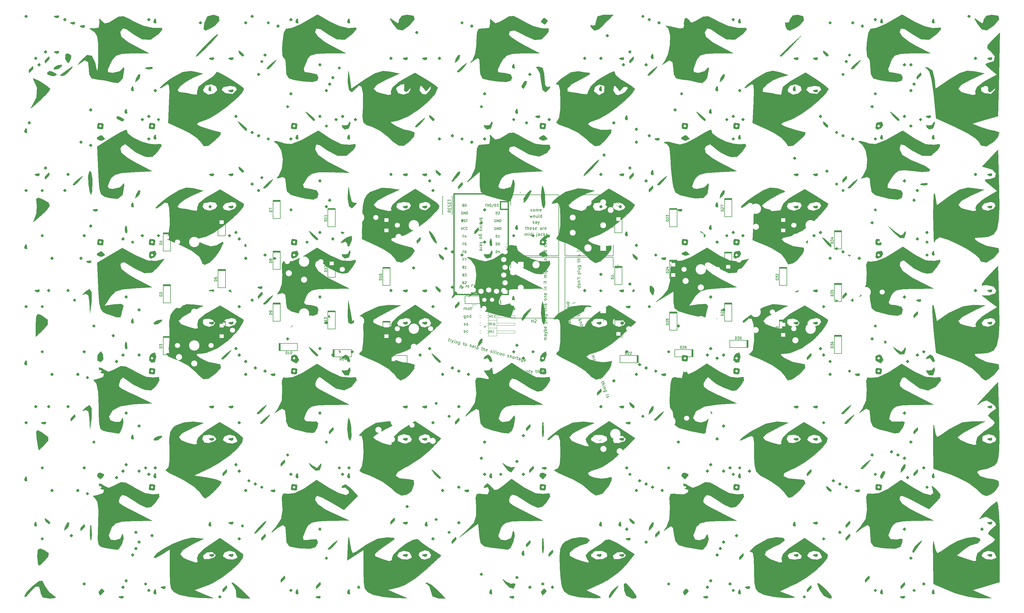
<source format=gbr>
%TF.GenerationSoftware,KiCad,Pcbnew,(5.1.9-0-10_14)*%
%TF.CreationDate,2021-06-06T18:46:05+01:00*%
%TF.ProjectId,dual_wield,6475616c-5f77-4696-956c-642e6b696361,rev?*%
%TF.SameCoordinates,Original*%
%TF.FileFunction,Legend,Top*%
%TF.FilePolarity,Positive*%
%FSLAX46Y46*%
G04 Gerber Fmt 4.6, Leading zero omitted, Abs format (unit mm)*
G04 Created by KiCad (PCBNEW (5.1.9-0-10_14)) date 2021-06-06 18:46:05*
%MOMM*%
%LPD*%
G01*
G04 APERTURE LIST*
%ADD10C,0.150000*%
%ADD11C,0.010000*%
%ADD12C,0.381000*%
%ADD13C,0.120000*%
%ADD14C,0.200000*%
%ADD15C,0.127000*%
%ADD16C,0.015000*%
%ADD17C,1.752600*%
%ADD18R,1.752600X1.752600*%
%ADD19C,1.397000*%
%ADD20C,1.700000*%
%ADD21C,2.000000*%
%ADD22C,3.400000*%
%ADD23O,1.700000X1.700000*%
%ADD24R,1.700000X1.700000*%
%ADD25C,1.950000*%
%ADD26C,2.400000*%
%ADD27R,1.950000X1.950000*%
%ADD28C,3.200000*%
%ADD29R,1.400000X1.200000*%
%ADD30R,1.200000X1.400000*%
G04 APERTURE END LIST*
D10*
X280713333Y-173352380D02*
X280713333Y-172685714D01*
X280713333Y-172780952D02*
X280760952Y-172733333D01*
X280856190Y-172685714D01*
X280999047Y-172685714D01*
X281094285Y-172733333D01*
X281141904Y-172828571D01*
X281141904Y-173352380D01*
X281141904Y-172828571D02*
X281189523Y-172733333D01*
X281284761Y-172685714D01*
X281427619Y-172685714D01*
X281522857Y-172733333D01*
X281570476Y-172828571D01*
X281570476Y-173352380D01*
X282046666Y-173352380D02*
X282046666Y-172685714D01*
X282046666Y-172352380D02*
X281999047Y-172400000D01*
X282046666Y-172447619D01*
X282094285Y-172400000D01*
X282046666Y-172352380D01*
X282046666Y-172447619D01*
X280709047Y-170802380D02*
X280709047Y-170135714D01*
X280709047Y-170230952D02*
X280756666Y-170183333D01*
X280851904Y-170135714D01*
X280994761Y-170135714D01*
X281090000Y-170183333D01*
X281137619Y-170278571D01*
X281137619Y-170802380D01*
X281137619Y-170278571D02*
X281185238Y-170183333D01*
X281280476Y-170135714D01*
X281423333Y-170135714D01*
X281518571Y-170183333D01*
X281566190Y-170278571D01*
X281566190Y-170802380D01*
X282185238Y-170802380D02*
X282090000Y-170754761D01*
X282042380Y-170707142D01*
X281994761Y-170611904D01*
X281994761Y-170326190D01*
X282042380Y-170230952D01*
X282090000Y-170183333D01*
X282185238Y-170135714D01*
X282328095Y-170135714D01*
X282423333Y-170183333D01*
X282470952Y-170230952D01*
X282518571Y-170326190D01*
X282518571Y-170611904D01*
X282470952Y-170707142D01*
X282423333Y-170754761D01*
X282328095Y-170802380D01*
X282185238Y-170802380D01*
X280674761Y-167575714D02*
X280912857Y-168242380D01*
X281150952Y-167575714D01*
X281960476Y-168194761D02*
X281865238Y-168242380D01*
X281674761Y-168242380D01*
X281579523Y-168194761D01*
X281531904Y-168147142D01*
X281484285Y-168051904D01*
X281484285Y-167766190D01*
X281531904Y-167670952D01*
X281579523Y-167623333D01*
X281674761Y-167575714D01*
X281865238Y-167575714D01*
X281960476Y-167623333D01*
X282817619Y-168194761D02*
X282722380Y-168242380D01*
X282531904Y-168242380D01*
X282436666Y-168194761D01*
X282389047Y-168147142D01*
X282341428Y-168051904D01*
X282341428Y-167766190D01*
X282389047Y-167670952D01*
X282436666Y-167623333D01*
X282531904Y-167575714D01*
X282722380Y-167575714D01*
X282817619Y-167623333D01*
X281099523Y-165015714D02*
X281099523Y-165825238D01*
X281051904Y-165920476D01*
X281004285Y-165968095D01*
X280909047Y-166015714D01*
X280766190Y-166015714D01*
X280670952Y-165968095D01*
X281099523Y-165634761D02*
X281004285Y-165682380D01*
X280813809Y-165682380D01*
X280718571Y-165634761D01*
X280670952Y-165587142D01*
X280623333Y-165491904D01*
X280623333Y-165206190D01*
X280670952Y-165110952D01*
X280718571Y-165063333D01*
X280813809Y-165015714D01*
X281004285Y-165015714D01*
X281099523Y-165063333D01*
X281575714Y-165015714D02*
X281575714Y-165682380D01*
X281575714Y-165110952D02*
X281623333Y-165063333D01*
X281718571Y-165015714D01*
X281861428Y-165015714D01*
X281956666Y-165063333D01*
X282004285Y-165158571D01*
X282004285Y-165682380D01*
X282909047Y-165682380D02*
X282909047Y-164682380D01*
X282909047Y-165634761D02*
X282813809Y-165682380D01*
X282623333Y-165682380D01*
X282528095Y-165634761D01*
X282480476Y-165587142D01*
X282432857Y-165491904D01*
X282432857Y-165206190D01*
X282480476Y-165110952D01*
X282528095Y-165063333D01*
X282623333Y-165015714D01*
X282813809Y-165015714D01*
X282909047Y-165063333D01*
X272417142Y-173174761D02*
X272512380Y-173222380D01*
X272702857Y-173222380D01*
X272798095Y-173174761D01*
X272845714Y-173079523D01*
X272845714Y-173031904D01*
X272798095Y-172936666D01*
X272702857Y-172889047D01*
X272560000Y-172889047D01*
X272464761Y-172841428D01*
X272417142Y-172746190D01*
X272417142Y-172698571D01*
X272464761Y-172603333D01*
X272560000Y-172555714D01*
X272702857Y-172555714D01*
X272798095Y-172603333D01*
X273702857Y-173174761D02*
X273607619Y-173222380D01*
X273417142Y-173222380D01*
X273321904Y-173174761D01*
X273274285Y-173127142D01*
X273226666Y-173031904D01*
X273226666Y-172746190D01*
X273274285Y-172650952D01*
X273321904Y-172603333D01*
X273417142Y-172555714D01*
X273607619Y-172555714D01*
X273702857Y-172603333D01*
X272460952Y-170794761D02*
X272556190Y-170842380D01*
X272746666Y-170842380D01*
X272841904Y-170794761D01*
X272889523Y-170699523D01*
X272889523Y-170651904D01*
X272841904Y-170556666D01*
X272746666Y-170509047D01*
X272603809Y-170509047D01*
X272508571Y-170461428D01*
X272460952Y-170366190D01*
X272460952Y-170318571D01*
X272508571Y-170223333D01*
X272603809Y-170175714D01*
X272746666Y-170175714D01*
X272841904Y-170223333D01*
X273270476Y-170794761D02*
X273365714Y-170842380D01*
X273556190Y-170842380D01*
X273651428Y-170794761D01*
X273699047Y-170699523D01*
X273699047Y-170651904D01*
X273651428Y-170556666D01*
X273556190Y-170509047D01*
X273413333Y-170509047D01*
X273318095Y-170461428D01*
X273270476Y-170366190D01*
X273270476Y-170318571D01*
X273318095Y-170223333D01*
X273413333Y-170175714D01*
X273556190Y-170175714D01*
X273651428Y-170223333D01*
X272869523Y-167635714D02*
X272869523Y-168445238D01*
X272821904Y-168540476D01*
X272774285Y-168588095D01*
X272679047Y-168635714D01*
X272536190Y-168635714D01*
X272440952Y-168588095D01*
X272869523Y-168254761D02*
X272774285Y-168302380D01*
X272583809Y-168302380D01*
X272488571Y-168254761D01*
X272440952Y-168207142D01*
X272393333Y-168111904D01*
X272393333Y-167826190D01*
X272440952Y-167730952D01*
X272488571Y-167683333D01*
X272583809Y-167635714D01*
X272774285Y-167635714D01*
X272869523Y-167683333D01*
X273345714Y-167635714D02*
X273345714Y-168302380D01*
X273345714Y-167730952D02*
X273393333Y-167683333D01*
X273488571Y-167635714D01*
X273631428Y-167635714D01*
X273726666Y-167683333D01*
X273774285Y-167778571D01*
X273774285Y-168302380D01*
X274679047Y-168302380D02*
X274679047Y-167302380D01*
X274679047Y-168254761D02*
X274583809Y-168302380D01*
X274393333Y-168302380D01*
X274298095Y-168254761D01*
X274250476Y-168207142D01*
X274202857Y-168111904D01*
X274202857Y-167826190D01*
X274250476Y-167730952D01*
X274298095Y-167683333D01*
X274393333Y-167635714D01*
X274583809Y-167635714D01*
X274679047Y-167683333D01*
X272423333Y-165802380D02*
X272423333Y-165135714D01*
X272423333Y-165230952D02*
X272470952Y-165183333D01*
X272566190Y-165135714D01*
X272709047Y-165135714D01*
X272804285Y-165183333D01*
X272851904Y-165278571D01*
X272851904Y-165802380D01*
X272851904Y-165278571D02*
X272899523Y-165183333D01*
X272994761Y-165135714D01*
X273137619Y-165135714D01*
X273232857Y-165183333D01*
X273280476Y-165278571D01*
X273280476Y-165802380D01*
X273899523Y-165802380D02*
X273804285Y-165754761D01*
X273756666Y-165707142D01*
X273709047Y-165611904D01*
X273709047Y-165326190D01*
X273756666Y-165230952D01*
X273804285Y-165183333D01*
X273899523Y-165135714D01*
X274042380Y-165135714D01*
X274137619Y-165183333D01*
X274185238Y-165230952D01*
X274232857Y-165326190D01*
X274232857Y-165611904D01*
X274185238Y-165707142D01*
X274137619Y-165754761D01*
X274042380Y-165802380D01*
X273899523Y-165802380D01*
X274518571Y-165135714D02*
X274899523Y-165135714D01*
X274661428Y-164802380D02*
X274661428Y-165659523D01*
X274709047Y-165754761D01*
X274804285Y-165802380D01*
X274899523Y-165802380D01*
X299452380Y-175642857D02*
X298785714Y-175642857D01*
X298880952Y-175642857D02*
X298833333Y-175595238D01*
X298785714Y-175500000D01*
X298785714Y-175357142D01*
X298833333Y-175261904D01*
X298928571Y-175214285D01*
X299452380Y-175214285D01*
X298928571Y-175214285D02*
X298833333Y-175166666D01*
X298785714Y-175071428D01*
X298785714Y-174928571D01*
X298833333Y-174833333D01*
X298928571Y-174785714D01*
X299452380Y-174785714D01*
X299452380Y-173880952D02*
X298928571Y-173880952D01*
X298833333Y-173928571D01*
X298785714Y-174023809D01*
X298785714Y-174214285D01*
X298833333Y-174309523D01*
X299404761Y-173880952D02*
X299452380Y-173976190D01*
X299452380Y-174214285D01*
X299404761Y-174309523D01*
X299309523Y-174357142D01*
X299214285Y-174357142D01*
X299119047Y-174309523D01*
X299071428Y-174214285D01*
X299071428Y-173976190D01*
X299023809Y-173880952D01*
X298785714Y-173500000D02*
X299452380Y-173261904D01*
X298785714Y-173023809D02*
X299452380Y-173261904D01*
X299690476Y-173357142D01*
X299738095Y-173404761D01*
X299785714Y-173500000D01*
X299452380Y-172642857D02*
X298452380Y-172642857D01*
X298833333Y-172642857D02*
X298785714Y-172547619D01*
X298785714Y-172357142D01*
X298833333Y-172261904D01*
X298880952Y-172214285D01*
X298976190Y-172166666D01*
X299261904Y-172166666D01*
X299357142Y-172214285D01*
X299404761Y-172261904D01*
X299452380Y-172357142D01*
X299452380Y-172547619D01*
X299404761Y-172642857D01*
X299404761Y-171357142D02*
X299452380Y-171452380D01*
X299452380Y-171642857D01*
X299404761Y-171738095D01*
X299309523Y-171785714D01*
X298928571Y-171785714D01*
X298833333Y-171738095D01*
X298785714Y-171642857D01*
X298785714Y-171452380D01*
X298833333Y-171357142D01*
X298928571Y-171309523D01*
X299023809Y-171309523D01*
X299119047Y-171785714D01*
X298785714Y-170119047D02*
X299785714Y-170119047D01*
X298833333Y-170119047D02*
X298785714Y-170023809D01*
X298785714Y-169833333D01*
X298833333Y-169738095D01*
X298880952Y-169690476D01*
X298976190Y-169642857D01*
X299261904Y-169642857D01*
X299357142Y-169690476D01*
X299404761Y-169738095D01*
X299452380Y-169833333D01*
X299452380Y-170023809D01*
X299404761Y-170119047D01*
X299452380Y-169071428D02*
X299404761Y-169166666D01*
X299309523Y-169214285D01*
X298452380Y-169214285D01*
X298785714Y-168261904D02*
X299452380Y-168261904D01*
X298785714Y-168690476D02*
X299309523Y-168690476D01*
X299404761Y-168642857D01*
X299452380Y-168547619D01*
X299452380Y-168404761D01*
X299404761Y-168309523D01*
X299357142Y-168261904D01*
X298785714Y-167357142D02*
X299595238Y-167357142D01*
X299690476Y-167404761D01*
X299738095Y-167452380D01*
X299785714Y-167547619D01*
X299785714Y-167690476D01*
X299738095Y-167785714D01*
X299404761Y-167357142D02*
X299452380Y-167452380D01*
X299452380Y-167642857D01*
X299404761Y-167738095D01*
X299357142Y-167785714D01*
X299261904Y-167833333D01*
X298976190Y-167833333D01*
X298880952Y-167785714D01*
X298833333Y-167738095D01*
X298785714Y-167642857D01*
X298785714Y-167452380D01*
X298833333Y-167357142D01*
X298785714Y-166261904D02*
X298785714Y-165880952D01*
X298452380Y-166119047D02*
X299309523Y-166119047D01*
X299404761Y-166071428D01*
X299452380Y-165976190D01*
X299452380Y-165880952D01*
X299452380Y-165547619D02*
X298452380Y-165547619D01*
X299452380Y-165119047D02*
X298928571Y-165119047D01*
X298833333Y-165166666D01*
X298785714Y-165261904D01*
X298785714Y-165404761D01*
X298833333Y-165500000D01*
X298880952Y-165547619D01*
X299452380Y-164642857D02*
X298785714Y-164642857D01*
X298452380Y-164642857D02*
X298500000Y-164690476D01*
X298547619Y-164642857D01*
X298500000Y-164595238D01*
X298452380Y-164642857D01*
X298547619Y-164642857D01*
X299404761Y-164214285D02*
X299452380Y-164119047D01*
X299452380Y-163928571D01*
X299404761Y-163833333D01*
X299309523Y-163785714D01*
X299261904Y-163785714D01*
X299166666Y-163833333D01*
X299119047Y-163928571D01*
X299119047Y-164071428D01*
X299071428Y-164166666D01*
X298976190Y-164214285D01*
X298928571Y-164214285D01*
X298833333Y-164166666D01*
X298785714Y-164071428D01*
X298785714Y-163928571D01*
X298833333Y-163833333D01*
X299452380Y-162452380D02*
X299404761Y-162547619D01*
X299357142Y-162595238D01*
X299261904Y-162642857D01*
X298976190Y-162642857D01*
X298880952Y-162595238D01*
X298833333Y-162547619D01*
X298785714Y-162452380D01*
X298785714Y-162309523D01*
X298833333Y-162214285D01*
X298880952Y-162166666D01*
X298976190Y-162119047D01*
X299261904Y-162119047D01*
X299357142Y-162166666D01*
X299404761Y-162214285D01*
X299452380Y-162309523D01*
X299452380Y-162452380D01*
X298785714Y-161690476D02*
X299452380Y-161690476D01*
X298880952Y-161690476D02*
X298833333Y-161642857D01*
X298785714Y-161547619D01*
X298785714Y-161404761D01*
X298833333Y-161309523D01*
X298928571Y-161261904D01*
X299452380Y-161261904D01*
X299404761Y-160404761D02*
X299452380Y-160500000D01*
X299452380Y-160690476D01*
X299404761Y-160785714D01*
X299309523Y-160833333D01*
X298928571Y-160833333D01*
X298833333Y-160785714D01*
X298785714Y-160690476D01*
X298785714Y-160500000D01*
X298833333Y-160404761D01*
X298928571Y-160357142D01*
X299023809Y-160357142D01*
X299119047Y-160833333D01*
X299452380Y-159166666D02*
X298785714Y-159166666D01*
X298452380Y-159166666D02*
X298500000Y-159214285D01*
X298547619Y-159166666D01*
X298500000Y-159119047D01*
X298452380Y-159166666D01*
X298547619Y-159166666D01*
X298785714Y-158690476D02*
X299452380Y-158690476D01*
X298880952Y-158690476D02*
X298833333Y-158642857D01*
X298785714Y-158547619D01*
X298785714Y-158404761D01*
X298833333Y-158309523D01*
X298928571Y-158261904D01*
X299452380Y-158261904D01*
X299452380Y-157023809D02*
X298785714Y-157023809D01*
X298452380Y-157023809D02*
X298500000Y-157071428D01*
X298547619Y-157023809D01*
X298500000Y-156976190D01*
X298452380Y-157023809D01*
X298547619Y-157023809D01*
X298785714Y-156690476D02*
X298785714Y-156309523D01*
X298452380Y-156547619D02*
X299309523Y-156547619D01*
X299404761Y-156500000D01*
X299452380Y-156404761D01*
X299452380Y-156309523D01*
X299452380Y-155214285D02*
X298785714Y-155214285D01*
X298880952Y-155214285D02*
X298833333Y-155166666D01*
X298785714Y-155071428D01*
X298785714Y-154928571D01*
X298833333Y-154833333D01*
X298928571Y-154785714D01*
X299452380Y-154785714D01*
X298928571Y-154785714D02*
X298833333Y-154738095D01*
X298785714Y-154642857D01*
X298785714Y-154500000D01*
X298833333Y-154404761D01*
X298928571Y-154357142D01*
X299452380Y-154357142D01*
X299452380Y-153880952D02*
X298785714Y-153880952D01*
X298452380Y-153880952D02*
X298500000Y-153928571D01*
X298547619Y-153880952D01*
X298500000Y-153833333D01*
X298452380Y-153880952D01*
X298547619Y-153880952D01*
X298785714Y-152976190D02*
X299595238Y-152976190D01*
X299690476Y-153023809D01*
X299738095Y-153071428D01*
X299785714Y-153166666D01*
X299785714Y-153309523D01*
X299738095Y-153404761D01*
X299404761Y-152976190D02*
X299452380Y-153071428D01*
X299452380Y-153261904D01*
X299404761Y-153357142D01*
X299357142Y-153404761D01*
X299261904Y-153452380D01*
X298976190Y-153452380D01*
X298880952Y-153404761D01*
X298833333Y-153357142D01*
X298785714Y-153261904D01*
X298785714Y-153071428D01*
X298833333Y-152976190D01*
X299452380Y-152500000D02*
X298452380Y-152500000D01*
X299452380Y-152071428D02*
X298928571Y-152071428D01*
X298833333Y-152119047D01*
X298785714Y-152214285D01*
X298785714Y-152357142D01*
X298833333Y-152452380D01*
X298880952Y-152500000D01*
X298785714Y-151738095D02*
X298785714Y-151357142D01*
X298452380Y-151595238D02*
X299309523Y-151595238D01*
X299404761Y-151547619D01*
X299452380Y-151452380D01*
X299452380Y-151357142D01*
X299404761Y-150309523D02*
X299452380Y-150214285D01*
X299452380Y-150023809D01*
X299404761Y-149928571D01*
X299309523Y-149880952D01*
X299261904Y-149880952D01*
X299166666Y-149928571D01*
X299119047Y-150023809D01*
X299119047Y-150166666D01*
X299071428Y-150261904D01*
X298976190Y-150309523D01*
X298928571Y-150309523D01*
X298833333Y-150261904D01*
X298785714Y-150166666D01*
X298785714Y-150023809D01*
X298833333Y-149928571D01*
X299452380Y-149309523D02*
X299404761Y-149404761D01*
X299357142Y-149452380D01*
X299261904Y-149500000D01*
X298976190Y-149500000D01*
X298880952Y-149452380D01*
X298833333Y-149404761D01*
X298785714Y-149309523D01*
X298785714Y-149166666D01*
X298833333Y-149071428D01*
X298880952Y-149023809D01*
X298976190Y-148976190D01*
X299261904Y-148976190D01*
X299357142Y-149023809D01*
X299404761Y-149071428D01*
X299452380Y-149166666D01*
X299452380Y-149309523D01*
X298785714Y-148119047D02*
X299452380Y-148119047D01*
X298785714Y-148547619D02*
X299309523Y-148547619D01*
X299404761Y-148500000D01*
X299452380Y-148404761D01*
X299452380Y-148261904D01*
X299404761Y-148166666D01*
X299357142Y-148119047D01*
X298785714Y-147642857D02*
X299452380Y-147642857D01*
X298880952Y-147642857D02*
X298833333Y-147595238D01*
X298785714Y-147500000D01*
X298785714Y-147357142D01*
X298833333Y-147261904D01*
X298928571Y-147214285D01*
X299452380Y-147214285D01*
X299452380Y-146309523D02*
X298452380Y-146309523D01*
X299404761Y-146309523D02*
X299452380Y-146404761D01*
X299452380Y-146595238D01*
X299404761Y-146690476D01*
X299357142Y-146738095D01*
X299261904Y-146785714D01*
X298976190Y-146785714D01*
X298880952Y-146738095D01*
X298833333Y-146690476D01*
X298785714Y-146595238D01*
X298785714Y-146404761D01*
X298833333Y-146309523D01*
X299404761Y-144642857D02*
X299452380Y-144738095D01*
X299452380Y-144928571D01*
X299404761Y-145023809D01*
X299357142Y-145071428D01*
X299261904Y-145119047D01*
X298976190Y-145119047D01*
X298880952Y-145071428D01*
X298833333Y-145023809D01*
X298785714Y-144928571D01*
X298785714Y-144738095D01*
X298833333Y-144642857D01*
X299452380Y-144071428D02*
X299404761Y-144166666D01*
X299357142Y-144214285D01*
X299261904Y-144261904D01*
X298976190Y-144261904D01*
X298880952Y-144214285D01*
X298833333Y-144166666D01*
X298785714Y-144071428D01*
X298785714Y-143928571D01*
X298833333Y-143833333D01*
X298880952Y-143785714D01*
X298976190Y-143738095D01*
X299261904Y-143738095D01*
X299357142Y-143785714D01*
X299404761Y-143833333D01*
X299452380Y-143928571D01*
X299452380Y-144071428D01*
X299452380Y-143166666D02*
X299404761Y-143261904D01*
X299357142Y-143309523D01*
X299261904Y-143357142D01*
X298976190Y-143357142D01*
X298880952Y-143309523D01*
X298833333Y-143261904D01*
X298785714Y-143166666D01*
X298785714Y-143023809D01*
X298833333Y-142928571D01*
X298880952Y-142880952D01*
X298976190Y-142833333D01*
X299261904Y-142833333D01*
X299357142Y-142880952D01*
X299404761Y-142928571D01*
X299452380Y-143023809D01*
X299452380Y-143166666D01*
X299452380Y-142261904D02*
X299404761Y-142357142D01*
X299309523Y-142404761D01*
X298452380Y-142404761D01*
X310452380Y-158119047D02*
X309452380Y-158119047D01*
X310404761Y-158119047D02*
X310452380Y-158214285D01*
X310452380Y-158404761D01*
X310404761Y-158500000D01*
X310357142Y-158547619D01*
X310261904Y-158595238D01*
X309976190Y-158595238D01*
X309880952Y-158547619D01*
X309833333Y-158500000D01*
X309785714Y-158404761D01*
X309785714Y-158214285D01*
X309833333Y-158119047D01*
X310452380Y-157500000D02*
X310404761Y-157595238D01*
X310357142Y-157642857D01*
X310261904Y-157690476D01*
X309976190Y-157690476D01*
X309880952Y-157642857D01*
X309833333Y-157595238D01*
X309785714Y-157500000D01*
X309785714Y-157357142D01*
X309833333Y-157261904D01*
X309880952Y-157214285D01*
X309976190Y-157166666D01*
X310261904Y-157166666D01*
X310357142Y-157214285D01*
X310404761Y-157261904D01*
X310452380Y-157357142D01*
X310452380Y-157500000D01*
X309785714Y-156738095D02*
X310452380Y-156738095D01*
X309880952Y-156738095D02*
X309833333Y-156690476D01*
X309785714Y-156595238D01*
X309785714Y-156452380D01*
X309833333Y-156357142D01*
X309928571Y-156309523D01*
X310452380Y-156309523D01*
X309452380Y-155785714D02*
X309500000Y-155785714D01*
X309595238Y-155833333D01*
X309642857Y-155880952D01*
X309785714Y-155500000D02*
X309785714Y-155119047D01*
X309452380Y-155357142D02*
X310309523Y-155357142D01*
X310404761Y-155309523D01*
X310452380Y-155214285D01*
X310452380Y-155119047D01*
X309785714Y-154023809D02*
X310785714Y-154023809D01*
X309833333Y-154023809D02*
X309785714Y-153928571D01*
X309785714Y-153738095D01*
X309833333Y-153642857D01*
X309880952Y-153595238D01*
X309976190Y-153547619D01*
X310261904Y-153547619D01*
X310357142Y-153595238D01*
X310404761Y-153642857D01*
X310452380Y-153738095D01*
X310452380Y-153928571D01*
X310404761Y-154023809D01*
X310452380Y-152976190D02*
X310404761Y-153071428D01*
X310309523Y-153119047D01*
X309452380Y-153119047D01*
X309785714Y-152166666D02*
X310452380Y-152166666D01*
X309785714Y-152595238D02*
X310309523Y-152595238D01*
X310404761Y-152547619D01*
X310452380Y-152452380D01*
X310452380Y-152309523D01*
X310404761Y-152214285D01*
X310357142Y-152166666D01*
X309785714Y-151261904D02*
X310595238Y-151261904D01*
X310690476Y-151309523D01*
X310738095Y-151357142D01*
X310785714Y-151452380D01*
X310785714Y-151595238D01*
X310738095Y-151690476D01*
X310404761Y-151261904D02*
X310452380Y-151357142D01*
X310452380Y-151547619D01*
X310404761Y-151642857D01*
X310357142Y-151690476D01*
X310261904Y-151738095D01*
X309976190Y-151738095D01*
X309880952Y-151690476D01*
X309833333Y-151642857D01*
X309785714Y-151547619D01*
X309785714Y-151357142D01*
X309833333Y-151261904D01*
X309785714Y-150166666D02*
X309785714Y-149785714D01*
X309452380Y-150023809D02*
X310309523Y-150023809D01*
X310404761Y-149976190D01*
X310452380Y-149880952D01*
X310452380Y-149785714D01*
X310452380Y-149452380D02*
X309452380Y-149452380D01*
X310452380Y-149023809D02*
X309928571Y-149023809D01*
X309833333Y-149071428D01*
X309785714Y-149166666D01*
X309785714Y-149309523D01*
X309833333Y-149404761D01*
X309880952Y-149452380D01*
X310452380Y-148547619D02*
X309785714Y-148547619D01*
X309452380Y-148547619D02*
X309500000Y-148595238D01*
X309547619Y-148547619D01*
X309500000Y-148500000D01*
X309452380Y-148547619D01*
X309547619Y-148547619D01*
X310404761Y-148119047D02*
X310452380Y-148023809D01*
X310452380Y-147833333D01*
X310404761Y-147738095D01*
X310309523Y-147690476D01*
X310261904Y-147690476D01*
X310166666Y-147738095D01*
X310119047Y-147833333D01*
X310119047Y-147976190D01*
X310071428Y-148071428D01*
X309976190Y-148119047D01*
X309928571Y-148119047D01*
X309833333Y-148071428D01*
X309785714Y-147976190D01*
X309785714Y-147833333D01*
X309833333Y-147738095D01*
X310452380Y-146500000D02*
X309785714Y-146500000D01*
X309452380Y-146500000D02*
X309500000Y-146547619D01*
X309547619Y-146500000D01*
X309500000Y-146452380D01*
X309452380Y-146500000D01*
X309547619Y-146500000D01*
X309785714Y-146023809D02*
X310452380Y-146023809D01*
X309880952Y-146023809D02*
X309833333Y-145976190D01*
X309785714Y-145880952D01*
X309785714Y-145738095D01*
X309833333Y-145642857D01*
X309928571Y-145595238D01*
X310452380Y-145595238D01*
X309785714Y-145261904D02*
X309785714Y-144880952D01*
X309452380Y-145119047D02*
X310309523Y-145119047D01*
X310404761Y-145071428D01*
X310452380Y-144976190D01*
X310452380Y-144880952D01*
X310452380Y-144404761D02*
X310404761Y-144500000D01*
X310357142Y-144547619D01*
X310261904Y-144595238D01*
X309976190Y-144595238D01*
X309880952Y-144547619D01*
X309833333Y-144500000D01*
X309785714Y-144404761D01*
X309785714Y-144261904D01*
X309833333Y-144166666D01*
X309880952Y-144119047D01*
X309976190Y-144071428D01*
X310261904Y-144071428D01*
X310357142Y-144119047D01*
X310404761Y-144166666D01*
X310452380Y-144261904D01*
X310452380Y-144404761D01*
X309785714Y-142976190D02*
X310452380Y-142738095D01*
X309785714Y-142500000D02*
X310452380Y-142738095D01*
X310690476Y-142833333D01*
X310738095Y-142880952D01*
X310785714Y-142976190D01*
X310452380Y-141976190D02*
X310404761Y-142071428D01*
X310357142Y-142119047D01*
X310261904Y-142166666D01*
X309976190Y-142166666D01*
X309880952Y-142119047D01*
X309833333Y-142071428D01*
X309785714Y-141976190D01*
X309785714Y-141833333D01*
X309833333Y-141738095D01*
X309880952Y-141690476D01*
X309976190Y-141642857D01*
X310261904Y-141642857D01*
X310357142Y-141690476D01*
X310404761Y-141738095D01*
X310452380Y-141833333D01*
X310452380Y-141976190D01*
X309785714Y-140785714D02*
X310452380Y-140785714D01*
X309785714Y-141214285D02*
X310309523Y-141214285D01*
X310404761Y-141166666D01*
X310452380Y-141071428D01*
X310452380Y-140928571D01*
X310404761Y-140833333D01*
X310357142Y-140785714D01*
X310452380Y-140309523D02*
X309785714Y-140309523D01*
X309976190Y-140309523D02*
X309880952Y-140261904D01*
X309833333Y-140214285D01*
X309785714Y-140119047D01*
X309785714Y-140023809D01*
X310404761Y-138976190D02*
X310452380Y-138880952D01*
X310452380Y-138690476D01*
X310404761Y-138595238D01*
X310309523Y-138547619D01*
X310261904Y-138547619D01*
X310166666Y-138595238D01*
X310119047Y-138690476D01*
X310119047Y-138833333D01*
X310071428Y-138928571D01*
X309976190Y-138976190D01*
X309928571Y-138976190D01*
X309833333Y-138928571D01*
X309785714Y-138833333D01*
X309785714Y-138690476D01*
X309833333Y-138595238D01*
X309785714Y-138214285D02*
X310452380Y-137976190D01*
X309785714Y-137738095D02*
X310452380Y-137976190D01*
X310690476Y-138071428D01*
X310738095Y-138119047D01*
X310785714Y-138214285D01*
X309785714Y-137357142D02*
X310452380Y-137357142D01*
X309880952Y-137357142D02*
X309833333Y-137309523D01*
X309785714Y-137214285D01*
X309785714Y-137071428D01*
X309833333Y-136976190D01*
X309928571Y-136928571D01*
X310452380Y-136928571D01*
X309785714Y-136595238D02*
X309785714Y-136214285D01*
X309452380Y-136452380D02*
X310309523Y-136452380D01*
X310404761Y-136404761D01*
X310452380Y-136309523D01*
X310452380Y-136214285D01*
X310452380Y-135880952D02*
X309452380Y-135880952D01*
X310452380Y-135452380D02*
X309928571Y-135452380D01*
X309833333Y-135500000D01*
X309785714Y-135595238D01*
X309785714Y-135738095D01*
X309833333Y-135833333D01*
X309880952Y-135880952D01*
X307955998Y-163716916D02*
X308582460Y-163488902D01*
X308895691Y-163374895D02*
X308834657Y-163346435D01*
X308806196Y-163407469D01*
X308867230Y-163435929D01*
X308895691Y-163374895D01*
X308806196Y-163407469D01*
X308526032Y-165283070D02*
X309465724Y-164941050D01*
X308570779Y-165266783D02*
X308493458Y-165193575D01*
X308428312Y-165014586D01*
X308440486Y-164908805D01*
X308468946Y-164847771D01*
X308542154Y-164770451D01*
X308810638Y-164672731D01*
X308916419Y-164684904D01*
X308977453Y-164713365D01*
X309054773Y-164786573D01*
X309119920Y-164965562D01*
X309107746Y-165071343D01*
X308737758Y-165864784D02*
X308749932Y-165759003D01*
X308778393Y-165697969D01*
X308851601Y-165620649D01*
X309120084Y-165522929D01*
X309225866Y-165535103D01*
X309286900Y-165563563D01*
X309364220Y-165636771D01*
X309413080Y-165771013D01*
X309400906Y-165876794D01*
X309372446Y-165937828D01*
X309299238Y-166015149D01*
X309030754Y-166112869D01*
X308924973Y-166100695D01*
X308863939Y-166072234D01*
X308786618Y-165999026D01*
X308737758Y-165864784D01*
X309624807Y-166352727D02*
X308998345Y-166580741D01*
X309535312Y-166385301D02*
X309596346Y-166413761D01*
X309673667Y-166486969D01*
X309722527Y-166621211D01*
X309710353Y-166726992D01*
X309637145Y-166804313D01*
X309144925Y-166983466D01*
X310263771Y-167133666D02*
X310219024Y-167149953D01*
X310113243Y-167137779D01*
X310052209Y-167109318D01*
X310048260Y-167516156D02*
X310178554Y-167874134D01*
X310410351Y-167536391D02*
X309604901Y-167829551D01*
X309531693Y-167906872D01*
X309519519Y-168012653D01*
X309552092Y-168102148D01*
X309926686Y-169131335D02*
X310866378Y-168789315D01*
X310317237Y-169090536D02*
X310056979Y-169489313D01*
X310683441Y-169261300D02*
X310195169Y-169033615D01*
X310830021Y-169664025D02*
X310203559Y-169892038D01*
X310740526Y-169696598D02*
X310801560Y-169725059D01*
X310878881Y-169798267D01*
X310927741Y-169932509D01*
X310915567Y-170038290D01*
X310842359Y-170115610D01*
X310350139Y-170294764D01*
X310561866Y-170876478D02*
X310574040Y-170770697D01*
X310602500Y-170709663D01*
X310675708Y-170632343D01*
X310944192Y-170534623D01*
X311049973Y-170546796D01*
X311111007Y-170575257D01*
X311188328Y-170648465D01*
X311237188Y-170782707D01*
X311225014Y-170888488D01*
X311196553Y-170949522D01*
X311123345Y-171026843D01*
X310854862Y-171124563D01*
X310749080Y-171112389D01*
X310688046Y-171083928D01*
X310610726Y-171010720D01*
X310561866Y-170876478D01*
X311416341Y-171274927D02*
X310855026Y-171681929D01*
X311367645Y-171698052D01*
X310985319Y-172039907D01*
X311676928Y-171990883D01*
X312035235Y-172975323D02*
X311473920Y-173382325D01*
X311986539Y-173398448D01*
X311604213Y-173740304D01*
X312295821Y-173691279D01*
X311799653Y-174277271D02*
X312739346Y-173935251D01*
X311946233Y-174679996D02*
X312438453Y-174500843D01*
X312511661Y-174423522D01*
X312523835Y-174317741D01*
X312474975Y-174183499D01*
X312397654Y-174110291D01*
X312336620Y-174081831D01*
X312284140Y-175469160D02*
X312206820Y-175395952D01*
X312141673Y-175216963D01*
X312153847Y-175111182D01*
X312227055Y-175033862D01*
X312585033Y-174903568D01*
X312690814Y-174915742D01*
X312768135Y-174988950D01*
X312833282Y-175167939D01*
X312821108Y-175273720D01*
X312747900Y-175351041D01*
X312658405Y-175383614D01*
X312406044Y-174968715D01*
X312402260Y-175932920D02*
X313028722Y-175704906D01*
X312849733Y-175770053D02*
X312955514Y-175782227D01*
X313016548Y-175810687D01*
X313093868Y-175883895D01*
X313126442Y-175973390D01*
X312789027Y-176856326D02*
X312711707Y-176783118D01*
X312646560Y-176604129D01*
X312658734Y-176498347D01*
X312731942Y-176421027D01*
X313089920Y-176290733D01*
X313195701Y-176302907D01*
X313273022Y-176376115D01*
X313338169Y-176555104D01*
X313325995Y-176660885D01*
X313252787Y-176738206D01*
X313163292Y-176770779D01*
X312910931Y-176355880D01*
X313745335Y-177673786D02*
X313875629Y-178031764D01*
X314107426Y-177694021D02*
X313301975Y-177987181D01*
X313228768Y-178064502D01*
X313216594Y-178170283D01*
X313249167Y-178259778D01*
X313363174Y-178573008D02*
X314302866Y-178230988D01*
X313509754Y-178975734D02*
X314001974Y-178796580D01*
X314075182Y-178719260D01*
X314087355Y-178613479D01*
X314038495Y-178479237D01*
X313961175Y-178406029D01*
X313900141Y-178377568D01*
X313847661Y-179764898D02*
X313770341Y-179691690D01*
X313705194Y-179512701D01*
X313717368Y-179406920D01*
X313790576Y-179329599D01*
X314148554Y-179199306D01*
X314254335Y-179211480D01*
X314331656Y-179284688D01*
X314396802Y-179463677D01*
X314384628Y-179569458D01*
X314311421Y-179646779D01*
X314221926Y-179679352D01*
X313969565Y-179264453D01*
X314226367Y-180944614D02*
X314852829Y-180716600D01*
X314763335Y-180749174D02*
X314824369Y-180777634D01*
X314901689Y-180850842D01*
X314950549Y-180985084D01*
X314938375Y-181090865D01*
X314865167Y-181168186D01*
X314372947Y-181347339D01*
X314865167Y-181168186D02*
X314970949Y-181180360D01*
X315048269Y-181253567D01*
X315097129Y-181387809D01*
X315084955Y-181493590D01*
X315011747Y-181570911D01*
X314519528Y-181750064D01*
X314731254Y-182331779D02*
X314743428Y-182225998D01*
X314771889Y-182164964D01*
X314845097Y-182087643D01*
X315113580Y-181989923D01*
X315219361Y-182002097D01*
X315280395Y-182030558D01*
X315357716Y-182103765D01*
X315406576Y-182238007D01*
X315394402Y-182343788D01*
X315365942Y-182404822D01*
X315292734Y-182482143D01*
X315024250Y-182579863D01*
X314918469Y-182567689D01*
X314857435Y-182539229D01*
X314780114Y-182466021D01*
X314731254Y-182331779D01*
X315764883Y-183222447D02*
X315138421Y-183450461D01*
X315618303Y-182819722D02*
X315126083Y-182998875D01*
X315052875Y-183076196D01*
X315040701Y-183181977D01*
X315089561Y-183316219D01*
X315166882Y-183389427D01*
X315227916Y-183417887D01*
X315329748Y-183836899D02*
X315317575Y-183942681D01*
X315382721Y-184121670D01*
X315460042Y-184194877D01*
X315565823Y-184207051D01*
X315610570Y-184190765D01*
X315683778Y-184113444D01*
X315695952Y-184007663D01*
X315647092Y-183873421D01*
X315659266Y-183767640D01*
X315732474Y-183690319D01*
X315777221Y-183674033D01*
X315883002Y-183686207D01*
X315960323Y-183759414D01*
X316009183Y-183893656D01*
X315997009Y-183999437D01*
X315753202Y-185000328D02*
X315675881Y-184927120D01*
X315610735Y-184748131D01*
X315622909Y-184642350D01*
X315696116Y-184565030D01*
X316054095Y-184434736D01*
X316159876Y-184446910D01*
X316237196Y-184520118D01*
X316302343Y-184699107D01*
X316290169Y-184804888D01*
X316216961Y-184882209D01*
X316127467Y-184914782D01*
X315875105Y-184499883D01*
X315871321Y-185464088D02*
X316811014Y-185122067D01*
X316453036Y-185252361D02*
X316530357Y-185325569D01*
X316595503Y-185504558D01*
X316583329Y-185610339D01*
X316554869Y-185671373D01*
X316481661Y-185748694D01*
X316213177Y-185846414D01*
X316107396Y-185834240D01*
X316046362Y-185805779D01*
X315969041Y-185732571D01*
X315903895Y-185553582D01*
X315916069Y-185447801D01*
X316180768Y-186314286D02*
X316807230Y-186086272D01*
X317120461Y-185972266D02*
X317059427Y-185943805D01*
X317030966Y-186004839D01*
X317092000Y-186033300D01*
X317120461Y-185972266D01*
X317030966Y-186004839D01*
X316921237Y-186399503D02*
X317051530Y-186757481D01*
X317283328Y-186419738D02*
X316477877Y-186712898D01*
X316404669Y-186790219D01*
X316392495Y-186896000D01*
X316425068Y-186985495D01*
X316714116Y-187640417D02*
X316636795Y-187567209D01*
X316571648Y-187388220D01*
X316583822Y-187282439D01*
X316657030Y-187205118D01*
X317015008Y-187074825D01*
X317120790Y-187086999D01*
X317198110Y-187160207D01*
X317263257Y-187339196D01*
X317251083Y-187444977D01*
X317177875Y-187522298D01*
X317088381Y-187554871D01*
X316836019Y-187139972D01*
X316860696Y-188043142D02*
X316848522Y-188148924D01*
X316913669Y-188327913D01*
X316990989Y-188401121D01*
X317096770Y-188413295D01*
X317141518Y-188397008D01*
X317214725Y-188319687D01*
X317226899Y-188213906D01*
X317178039Y-188079664D01*
X317190213Y-187973883D01*
X317263421Y-187896562D01*
X317308168Y-187880276D01*
X317413950Y-187892450D01*
X317491270Y-187965658D01*
X317540130Y-188099899D01*
X317527956Y-188205681D01*
X317947297Y-189218581D02*
X318077590Y-189576559D01*
X318309388Y-189238816D02*
X317503937Y-189531976D01*
X317430729Y-189609297D01*
X317418555Y-189715078D01*
X317451129Y-189804573D01*
X317565135Y-190117803D02*
X318504828Y-189775783D01*
X317711716Y-190520529D02*
X318203935Y-190341375D01*
X318277143Y-190264055D01*
X318289317Y-190158274D01*
X318240457Y-190024032D01*
X318163137Y-189950824D01*
X318102103Y-189922363D01*
X317874582Y-190968002D02*
X318501044Y-190739988D01*
X318814275Y-190625981D02*
X318753241Y-190597521D01*
X318724780Y-190658555D01*
X318785814Y-190687015D01*
X318814275Y-190625981D01*
X318724780Y-190658555D01*
X318663911Y-191187461D02*
X318037449Y-191415474D01*
X318574416Y-191220034D02*
X318635450Y-191248495D01*
X318712771Y-191321703D01*
X318761631Y-191455944D01*
X318749457Y-191561726D01*
X318676249Y-191639046D01*
X318184029Y-191818200D01*
X319119938Y-192440384D02*
X318359234Y-192717258D01*
X318253453Y-192705084D01*
X318192419Y-192676623D01*
X318115098Y-192603415D01*
X318066238Y-192469174D01*
X318078412Y-192363392D01*
X318538223Y-192652111D02*
X318460903Y-192578903D01*
X318395756Y-192399914D01*
X318407930Y-192294133D01*
X318436390Y-192233099D01*
X318509598Y-192155778D01*
X318778082Y-192058058D01*
X318883863Y-192070232D01*
X318944897Y-192098693D01*
X319022218Y-192171901D01*
X319087364Y-192350890D01*
X319075190Y-192456671D01*
X318916929Y-193831827D02*
X319543391Y-193603813D01*
X319856622Y-193489807D02*
X319795588Y-193461346D01*
X319767127Y-193522380D01*
X319828161Y-193550840D01*
X319856622Y-193489807D01*
X319767127Y-193522380D01*
X319108257Y-194218265D02*
X319096083Y-194324047D01*
X319161229Y-194503036D01*
X319238550Y-194576244D01*
X319344331Y-194588417D01*
X319389079Y-194572131D01*
X319462286Y-194494810D01*
X319474460Y-194389029D01*
X319425600Y-194254787D01*
X319437774Y-194149006D01*
X319510982Y-194071685D01*
X319555729Y-194055399D01*
X319661511Y-194067573D01*
X319738831Y-194140780D01*
X319787691Y-194275022D01*
X319775517Y-194380803D01*
X292333333Y-141452380D02*
X292333333Y-140785714D01*
X292333333Y-140880952D02*
X292380952Y-140833333D01*
X292476190Y-140785714D01*
X292619047Y-140785714D01*
X292714285Y-140833333D01*
X292761904Y-140928571D01*
X292761904Y-141452380D01*
X292761904Y-140928571D02*
X292809523Y-140833333D01*
X292904761Y-140785714D01*
X293047619Y-140785714D01*
X293142857Y-140833333D01*
X293190476Y-140928571D01*
X293190476Y-141452380D01*
X293666666Y-141452380D02*
X293666666Y-140785714D01*
X293666666Y-140452380D02*
X293619047Y-140500000D01*
X293666666Y-140547619D01*
X293714285Y-140500000D01*
X293666666Y-140452380D01*
X293666666Y-140547619D01*
X294571428Y-141452380D02*
X294571428Y-140452380D01*
X294571428Y-141404761D02*
X294476190Y-141452380D01*
X294285714Y-141452380D01*
X294190476Y-141404761D01*
X294142857Y-141357142D01*
X294095238Y-141261904D01*
X294095238Y-140976190D01*
X294142857Y-140880952D01*
X294190476Y-140833333D01*
X294285714Y-140785714D01*
X294476190Y-140785714D01*
X294571428Y-140833333D01*
X295047619Y-141452380D02*
X295047619Y-140785714D01*
X295047619Y-140452380D02*
X295000000Y-140500000D01*
X295047619Y-140547619D01*
X295095238Y-140500000D01*
X295047619Y-140452380D01*
X295047619Y-140547619D01*
X296285714Y-140785714D02*
X296285714Y-141642857D01*
X296238095Y-141738095D01*
X296142857Y-141785714D01*
X296095238Y-141785714D01*
X296285714Y-140452380D02*
X296238095Y-140500000D01*
X296285714Y-140547619D01*
X296333333Y-140500000D01*
X296285714Y-140452380D01*
X296285714Y-140547619D01*
X297190476Y-141452380D02*
X297190476Y-140928571D01*
X297142857Y-140833333D01*
X297047619Y-140785714D01*
X296857142Y-140785714D01*
X296761904Y-140833333D01*
X297190476Y-141404761D02*
X297095238Y-141452380D01*
X296857142Y-141452380D01*
X296761904Y-141404761D01*
X296714285Y-141309523D01*
X296714285Y-141214285D01*
X296761904Y-141119047D01*
X296857142Y-141071428D01*
X297095238Y-141071428D01*
X297190476Y-141023809D01*
X298095238Y-141404761D02*
X298000000Y-141452380D01*
X297809523Y-141452380D01*
X297714285Y-141404761D01*
X297666666Y-141357142D01*
X297619047Y-141261904D01*
X297619047Y-140976190D01*
X297666666Y-140880952D01*
X297714285Y-140833333D01*
X297809523Y-140785714D01*
X298000000Y-140785714D01*
X298095238Y-140833333D01*
X298523809Y-141452380D02*
X298523809Y-140452380D01*
X298619047Y-141071428D02*
X298904761Y-141452380D01*
X298904761Y-140785714D02*
X298523809Y-141166666D01*
X299285714Y-141404761D02*
X299380952Y-141452380D01*
X299571428Y-141452380D01*
X299666666Y-141404761D01*
X299714285Y-141309523D01*
X299714285Y-141261904D01*
X299666666Y-141166666D01*
X299571428Y-141119047D01*
X299428571Y-141119047D01*
X299333333Y-141071428D01*
X299285714Y-140976190D01*
X299285714Y-140928571D01*
X299333333Y-140833333D01*
X299428571Y-140785714D01*
X299571428Y-140785714D01*
X299666666Y-140833333D01*
X292523809Y-138785714D02*
X292904761Y-138785714D01*
X292666666Y-138452380D02*
X292666666Y-139309523D01*
X292714285Y-139404761D01*
X292809523Y-139452380D01*
X292904761Y-139452380D01*
X293238095Y-139452380D02*
X293238095Y-138452380D01*
X293666666Y-139452380D02*
X293666666Y-138928571D01*
X293619047Y-138833333D01*
X293523809Y-138785714D01*
X293380952Y-138785714D01*
X293285714Y-138833333D01*
X293238095Y-138880952D01*
X294523809Y-139404761D02*
X294428571Y-139452380D01*
X294238095Y-139452380D01*
X294142857Y-139404761D01*
X294095238Y-139309523D01*
X294095238Y-138928571D01*
X294142857Y-138833333D01*
X294238095Y-138785714D01*
X294428571Y-138785714D01*
X294523809Y-138833333D01*
X294571428Y-138928571D01*
X294571428Y-139023809D01*
X294095238Y-139119047D01*
X294952380Y-139404761D02*
X295047619Y-139452380D01*
X295238095Y-139452380D01*
X295333333Y-139404761D01*
X295380952Y-139309523D01*
X295380952Y-139261904D01*
X295333333Y-139166666D01*
X295238095Y-139119047D01*
X295095238Y-139119047D01*
X295000000Y-139071428D01*
X294952380Y-138976190D01*
X294952380Y-138928571D01*
X295000000Y-138833333D01*
X295095238Y-138785714D01*
X295238095Y-138785714D01*
X295333333Y-138833333D01*
X296190476Y-139404761D02*
X296095238Y-139452380D01*
X295904761Y-139452380D01*
X295809523Y-139404761D01*
X295761904Y-139309523D01*
X295761904Y-138928571D01*
X295809523Y-138833333D01*
X295904761Y-138785714D01*
X296095238Y-138785714D01*
X296190476Y-138833333D01*
X296238095Y-138928571D01*
X296238095Y-139023809D01*
X295761904Y-139119047D01*
X297857142Y-139452380D02*
X297857142Y-138928571D01*
X297809523Y-138833333D01*
X297714285Y-138785714D01*
X297523809Y-138785714D01*
X297428571Y-138833333D01*
X297857142Y-139404761D02*
X297761904Y-139452380D01*
X297523809Y-139452380D01*
X297428571Y-139404761D01*
X297380952Y-139309523D01*
X297380952Y-139214285D01*
X297428571Y-139119047D01*
X297523809Y-139071428D01*
X297761904Y-139071428D01*
X297857142Y-139023809D01*
X298333333Y-139452380D02*
X298333333Y-138785714D01*
X298333333Y-138976190D02*
X298380952Y-138880952D01*
X298428571Y-138833333D01*
X298523809Y-138785714D01*
X298619047Y-138785714D01*
X299333333Y-139404761D02*
X299238095Y-139452380D01*
X299047619Y-139452380D01*
X298952380Y-139404761D01*
X298904761Y-139309523D01*
X298904761Y-138928571D01*
X298952380Y-138833333D01*
X299047619Y-138785714D01*
X299238095Y-138785714D01*
X299333333Y-138833333D01*
X299380952Y-138928571D01*
X299380952Y-139023809D01*
X298904761Y-139119047D01*
X294952380Y-137404761D02*
X295047619Y-137452380D01*
X295238095Y-137452380D01*
X295333333Y-137404761D01*
X295380952Y-137309523D01*
X295380952Y-137261904D01*
X295333333Y-137166666D01*
X295238095Y-137119047D01*
X295095238Y-137119047D01*
X295000000Y-137071428D01*
X294952380Y-136976190D01*
X294952380Y-136928571D01*
X295000000Y-136833333D01*
X295095238Y-136785714D01*
X295238095Y-136785714D01*
X295333333Y-136833333D01*
X296238095Y-137452380D02*
X296238095Y-136928571D01*
X296190476Y-136833333D01*
X296095238Y-136785714D01*
X295904761Y-136785714D01*
X295809523Y-136833333D01*
X296238095Y-137404761D02*
X296142857Y-137452380D01*
X295904761Y-137452380D01*
X295809523Y-137404761D01*
X295761904Y-137309523D01*
X295761904Y-137214285D01*
X295809523Y-137119047D01*
X295904761Y-137071428D01*
X296142857Y-137071428D01*
X296238095Y-137023809D01*
X296619047Y-136785714D02*
X296857142Y-137452380D01*
X297095238Y-136785714D02*
X296857142Y-137452380D01*
X296761904Y-137690476D01*
X296714285Y-137738095D01*
X296619047Y-137785714D01*
X294000000Y-134785714D02*
X294190476Y-135452380D01*
X294380952Y-134976190D01*
X294571428Y-135452380D01*
X294761904Y-134785714D01*
X295285714Y-135452380D02*
X295190476Y-135404761D01*
X295142857Y-135357142D01*
X295095238Y-135261904D01*
X295095238Y-134976190D01*
X295142857Y-134880952D01*
X295190476Y-134833333D01*
X295285714Y-134785714D01*
X295428571Y-134785714D01*
X295523809Y-134833333D01*
X295571428Y-134880952D01*
X295619047Y-134976190D01*
X295619047Y-135261904D01*
X295571428Y-135357142D01*
X295523809Y-135404761D01*
X295428571Y-135452380D01*
X295285714Y-135452380D01*
X296476190Y-134785714D02*
X296476190Y-135452380D01*
X296047619Y-134785714D02*
X296047619Y-135309523D01*
X296095238Y-135404761D01*
X296190476Y-135452380D01*
X296333333Y-135452380D01*
X296428571Y-135404761D01*
X296476190Y-135357142D01*
X297095238Y-135452380D02*
X297000000Y-135404761D01*
X296952380Y-135309523D01*
X296952380Y-134452380D01*
X297904761Y-135452380D02*
X297904761Y-134452380D01*
X297904761Y-135404761D02*
X297809523Y-135452380D01*
X297619047Y-135452380D01*
X297523809Y-135404761D01*
X297476190Y-135357142D01*
X297428571Y-135261904D01*
X297428571Y-134976190D01*
X297476190Y-134880952D01*
X297523809Y-134833333D01*
X297619047Y-134785714D01*
X297809523Y-134785714D01*
X297904761Y-134833333D01*
X294238095Y-133404761D02*
X294333333Y-133452380D01*
X294523809Y-133452380D01*
X294619047Y-133404761D01*
X294666666Y-133309523D01*
X294666666Y-133261904D01*
X294619047Y-133166666D01*
X294523809Y-133119047D01*
X294380952Y-133119047D01*
X294285714Y-133071428D01*
X294238095Y-132976190D01*
X294238095Y-132928571D01*
X294285714Y-132833333D01*
X294380952Y-132785714D01*
X294523809Y-132785714D01*
X294619047Y-132833333D01*
X295238095Y-133452380D02*
X295142857Y-133404761D01*
X295095238Y-133357142D01*
X295047619Y-133261904D01*
X295047619Y-132976190D01*
X295095238Y-132880952D01*
X295142857Y-132833333D01*
X295238095Y-132785714D01*
X295380952Y-132785714D01*
X295476190Y-132833333D01*
X295523809Y-132880952D01*
X295571428Y-132976190D01*
X295571428Y-133261904D01*
X295523809Y-133357142D01*
X295476190Y-133404761D01*
X295380952Y-133452380D01*
X295238095Y-133452380D01*
X296000000Y-133452380D02*
X296000000Y-132785714D01*
X296000000Y-132880952D02*
X296047619Y-132833333D01*
X296142857Y-132785714D01*
X296285714Y-132785714D01*
X296380952Y-132833333D01*
X296428571Y-132928571D01*
X296428571Y-133452380D01*
X296428571Y-132928571D02*
X296476190Y-132833333D01*
X296571428Y-132785714D01*
X296714285Y-132785714D01*
X296809523Y-132833333D01*
X296857142Y-132928571D01*
X296857142Y-133452380D01*
X297714285Y-133404761D02*
X297619047Y-133452380D01*
X297428571Y-133452380D01*
X297333333Y-133404761D01*
X297285714Y-133309523D01*
X297285714Y-132928571D01*
X297333333Y-132833333D01*
X297428571Y-132785714D01*
X297619047Y-132785714D01*
X297714285Y-132833333D01*
X297761904Y-132928571D01*
X297761904Y-133023809D01*
X297285714Y-133119047D01*
X277547619Y-135642857D02*
X278547619Y-135642857D01*
X278166666Y-135642857D02*
X278214285Y-135738095D01*
X278214285Y-135928571D01*
X278166666Y-136023809D01*
X278119047Y-136071428D01*
X278023809Y-136119047D01*
X277738095Y-136119047D01*
X277642857Y-136071428D01*
X277595238Y-136023809D01*
X277547619Y-135928571D01*
X277547619Y-135738095D01*
X277595238Y-135642857D01*
X277547619Y-136547619D02*
X278214285Y-136547619D01*
X278023809Y-136547619D02*
X278119047Y-136595238D01*
X278166666Y-136642857D01*
X278214285Y-136738095D01*
X278214285Y-136833333D01*
X277547619Y-137595238D02*
X278071428Y-137595238D01*
X278166666Y-137547619D01*
X278214285Y-137452380D01*
X278214285Y-137261904D01*
X278166666Y-137166666D01*
X277595238Y-137595238D02*
X277547619Y-137500000D01*
X277547619Y-137261904D01*
X277595238Y-137166666D01*
X277690476Y-137119047D01*
X277785714Y-137119047D01*
X277880952Y-137166666D01*
X277928571Y-137261904D01*
X277928571Y-137500000D01*
X277976190Y-137595238D01*
X277547619Y-138071428D02*
X278214285Y-138071428D01*
X278547619Y-138071428D02*
X278500000Y-138023809D01*
X278452380Y-138071428D01*
X278500000Y-138119047D01*
X278547619Y-138071428D01*
X278452380Y-138071428D01*
X278214285Y-138547619D02*
X277547619Y-138547619D01*
X278119047Y-138547619D02*
X278166666Y-138595238D01*
X278214285Y-138690476D01*
X278214285Y-138833333D01*
X278166666Y-138928571D01*
X278071428Y-138976190D01*
X277547619Y-138976190D01*
X277595238Y-139404761D02*
X277547619Y-139500000D01*
X277547619Y-139690476D01*
X277595238Y-139785714D01*
X277690476Y-139833333D01*
X277738095Y-139833333D01*
X277833333Y-139785714D01*
X277880952Y-139690476D01*
X277880952Y-139547619D01*
X277928571Y-139452380D01*
X278023809Y-139404761D01*
X278071428Y-139404761D01*
X278166666Y-139452380D01*
X278214285Y-139547619D01*
X278214285Y-139690476D01*
X278166666Y-139785714D01*
X278214285Y-141452380D02*
X277404761Y-141452380D01*
X277309523Y-141404761D01*
X277261904Y-141357142D01*
X277214285Y-141261904D01*
X277214285Y-141119047D01*
X277261904Y-141023809D01*
X277595238Y-141452380D02*
X277547619Y-141357142D01*
X277547619Y-141166666D01*
X277595238Y-141071428D01*
X277642857Y-141023809D01*
X277738095Y-140976190D01*
X278023809Y-140976190D01*
X278119047Y-141023809D01*
X278166666Y-141071428D01*
X278214285Y-141166666D01*
X278214285Y-141357142D01*
X278166666Y-141452380D01*
X277547619Y-142071428D02*
X277595238Y-141976190D01*
X277642857Y-141928571D01*
X277738095Y-141880952D01*
X278023809Y-141880952D01*
X278119047Y-141928571D01*
X278166666Y-141976190D01*
X278214285Y-142071428D01*
X278214285Y-142214285D01*
X278166666Y-142309523D01*
X278119047Y-142357142D01*
X278023809Y-142404761D01*
X277738095Y-142404761D01*
X277642857Y-142357142D01*
X277595238Y-142309523D01*
X277547619Y-142214285D01*
X277547619Y-142071428D01*
X277547619Y-143595238D02*
X278547619Y-143595238D01*
X277547619Y-144023809D02*
X278071428Y-144023809D01*
X278166666Y-143976190D01*
X278214285Y-143880952D01*
X278214285Y-143738095D01*
X278166666Y-143642857D01*
X278119047Y-143595238D01*
X277595238Y-144880952D02*
X277547619Y-144785714D01*
X277547619Y-144595238D01*
X277595238Y-144500000D01*
X277690476Y-144452380D01*
X278071428Y-144452380D01*
X278166666Y-144500000D01*
X278214285Y-144595238D01*
X278214285Y-144785714D01*
X278166666Y-144880952D01*
X278071428Y-144928571D01*
X277976190Y-144928571D01*
X277880952Y-144452380D01*
X277547619Y-145357142D02*
X278214285Y-145357142D01*
X278023809Y-145357142D02*
X278119047Y-145404761D01*
X278166666Y-145452380D01*
X278214285Y-145547619D01*
X278214285Y-145642857D01*
X277595238Y-146357142D02*
X277547619Y-146261904D01*
X277547619Y-146071428D01*
X277595238Y-145976190D01*
X277690476Y-145928571D01*
X278071428Y-145928571D01*
X278166666Y-145976190D01*
X278214285Y-146071428D01*
X278214285Y-146261904D01*
X278166666Y-146357142D01*
X278071428Y-146404761D01*
X277976190Y-146404761D01*
X277880952Y-145928571D01*
X290714285Y-185785714D02*
X290714285Y-186785714D01*
X290714285Y-185833333D02*
X290809523Y-185785714D01*
X291000000Y-185785714D01*
X291095238Y-185833333D01*
X291142857Y-185880952D01*
X291190476Y-185976190D01*
X291190476Y-186261904D01*
X291142857Y-186357142D01*
X291095238Y-186404761D01*
X291000000Y-186452380D01*
X290809523Y-186452380D01*
X290714285Y-186404761D01*
X291761904Y-186452380D02*
X291666666Y-186404761D01*
X291619047Y-186357142D01*
X291571428Y-186261904D01*
X291571428Y-185976190D01*
X291619047Y-185880952D01*
X291666666Y-185833333D01*
X291761904Y-185785714D01*
X291904761Y-185785714D01*
X292000000Y-185833333D01*
X292047619Y-185880952D01*
X292095238Y-185976190D01*
X292095238Y-186261904D01*
X292047619Y-186357142D01*
X292000000Y-186404761D01*
X291904761Y-186452380D01*
X291761904Y-186452380D01*
X292523809Y-186452380D02*
X292523809Y-185785714D01*
X292523809Y-185452380D02*
X292476190Y-185500000D01*
X292523809Y-185547619D01*
X292571428Y-185500000D01*
X292523809Y-185452380D01*
X292523809Y-185547619D01*
X293000000Y-185785714D02*
X293000000Y-186452380D01*
X293000000Y-185880952D02*
X293047619Y-185833333D01*
X293142857Y-185785714D01*
X293285714Y-185785714D01*
X293380952Y-185833333D01*
X293428571Y-185928571D01*
X293428571Y-186452380D01*
X293761904Y-185785714D02*
X294142857Y-185785714D01*
X293904761Y-185452380D02*
X293904761Y-186309523D01*
X293952380Y-186404761D01*
X294047619Y-186452380D01*
X294142857Y-186452380D01*
X294380952Y-185785714D02*
X294619047Y-186452380D01*
X294857142Y-185785714D02*
X294619047Y-186452380D01*
X294523809Y-186690476D01*
X294476190Y-186738095D01*
X294380952Y-186785714D01*
X295857142Y-185785714D02*
X296238095Y-185785714D01*
X296000000Y-185452380D02*
X296000000Y-186309523D01*
X296047619Y-186404761D01*
X296142857Y-186452380D01*
X296238095Y-186452380D01*
X296571428Y-186452380D02*
X296571428Y-185452380D01*
X297000000Y-186452380D02*
X297000000Y-185928571D01*
X296952380Y-185833333D01*
X296857142Y-185785714D01*
X296714285Y-185785714D01*
X296619047Y-185833333D01*
X296571428Y-185880952D01*
X297476190Y-186452380D02*
X297476190Y-185785714D01*
X297476190Y-185452380D02*
X297428571Y-185500000D01*
X297476190Y-185547619D01*
X297523809Y-185500000D01*
X297476190Y-185452380D01*
X297476190Y-185547619D01*
X297952380Y-185785714D02*
X297952380Y-186452380D01*
X297952380Y-185880952D02*
X298000000Y-185833333D01*
X298095238Y-185785714D01*
X298238095Y-185785714D01*
X298333333Y-185833333D01*
X298380952Y-185928571D01*
X298380952Y-186452380D01*
X299285714Y-185785714D02*
X299285714Y-186595238D01*
X299238095Y-186690476D01*
X299190476Y-186738095D01*
X299095238Y-186785714D01*
X298952380Y-186785714D01*
X298857142Y-186738095D01*
X299285714Y-186404761D02*
X299190476Y-186452380D01*
X299000000Y-186452380D01*
X298904761Y-186404761D01*
X298857142Y-186357142D01*
X298809523Y-186261904D01*
X298809523Y-185976190D01*
X298857142Y-185880952D01*
X298904761Y-185833333D01*
X299000000Y-185785714D01*
X299190476Y-185785714D01*
X299285714Y-185833333D01*
X306084509Y-163726389D02*
X307080704Y-163639233D01*
X306131947Y-163722238D02*
X306076209Y-163631513D01*
X306059608Y-163441762D01*
X306098745Y-163342736D01*
X306142033Y-163291148D01*
X306232758Y-163235409D01*
X306517385Y-163210508D01*
X306616411Y-163249645D01*
X306667999Y-163292932D01*
X306723738Y-163383658D01*
X306740339Y-163573409D01*
X306701201Y-163672435D01*
X306126012Y-164200767D02*
X306790142Y-164142663D01*
X306600391Y-164159264D02*
X306699416Y-164198402D01*
X306751005Y-164241689D01*
X306806743Y-164332415D01*
X306815044Y-164427290D01*
X306260606Y-165192812D02*
X306204867Y-165102086D01*
X306188266Y-164912335D01*
X306227403Y-164813309D01*
X306318129Y-164757570D01*
X306697632Y-164724368D01*
X306796658Y-164763506D01*
X306852396Y-164854231D01*
X306868997Y-165043982D01*
X306829860Y-165143008D01*
X306739134Y-165198747D01*
X306644259Y-165207047D01*
X306507880Y-164740969D01*
X306254671Y-165671340D02*
X306918800Y-165613236D01*
X306823925Y-165621537D02*
X306875513Y-165664825D01*
X306931251Y-165755550D01*
X306943702Y-165897863D01*
X306904565Y-165996889D01*
X306813839Y-166052628D01*
X306292023Y-166098281D01*
X306813839Y-166052628D02*
X306912865Y-166091765D01*
X306968604Y-166182491D01*
X306981054Y-166324804D01*
X306941917Y-166423830D01*
X306851192Y-166479568D01*
X306329376Y-166525221D01*
X306451518Y-167374952D02*
X306395780Y-167284227D01*
X306379179Y-167094476D01*
X306418316Y-166995450D01*
X306509041Y-166939711D01*
X306888544Y-166906509D01*
X306987570Y-166945646D01*
X307043309Y-167036372D01*
X307059910Y-167226123D01*
X307020772Y-167325149D01*
X306930047Y-167380887D01*
X306835171Y-167389188D01*
X306698793Y-166923110D01*
X306458034Y-167995795D02*
X306497171Y-167896769D01*
X306587897Y-167841030D01*
X307441778Y-167766325D01*
X306557641Y-169134303D02*
X307221770Y-169076199D01*
X307032019Y-169092800D02*
X307131045Y-169131937D01*
X307182633Y-169175225D01*
X307238371Y-169265950D01*
X307246672Y-169360826D01*
X306692234Y-170126347D02*
X306636496Y-170035622D01*
X306619895Y-169845870D01*
X306659032Y-169746844D01*
X306749757Y-169691106D01*
X307129260Y-169657904D01*
X307228286Y-169697041D01*
X307284024Y-169787767D01*
X307300626Y-169977518D01*
X307261488Y-170076544D01*
X307170763Y-170132282D01*
X307075887Y-170140583D01*
X306939509Y-169674505D01*
X307387781Y-170973713D02*
X306391587Y-171060868D01*
X306771089Y-171027666D02*
X306715351Y-170936941D01*
X306698750Y-170747189D01*
X306737887Y-170648163D01*
X306781175Y-170596575D01*
X306871900Y-170540837D01*
X307156527Y-170515935D01*
X307255553Y-170555073D01*
X307307141Y-170598360D01*
X307362880Y-170689086D01*
X307379481Y-170878837D01*
X307340343Y-170977863D01*
X307466636Y-171875032D02*
X306802507Y-171933136D01*
X307429284Y-171448091D02*
X306907468Y-171493744D01*
X306816742Y-171549482D01*
X306777605Y-171648508D01*
X306790056Y-171790822D01*
X306845794Y-171881547D01*
X306897382Y-171924835D01*
X306844009Y-172407514D02*
X307508139Y-172349410D01*
X307840204Y-172320358D02*
X307788616Y-172277071D01*
X307745328Y-172328659D01*
X307796917Y-172371946D01*
X307840204Y-172320358D01*
X307745328Y-172328659D01*
X306885512Y-172881892D02*
X307549642Y-172823789D01*
X307359891Y-172840390D02*
X307458917Y-172879527D01*
X307510505Y-172922814D01*
X307566243Y-173013540D01*
X307574544Y-173108416D01*
X307020106Y-173873937D02*
X306964367Y-173783211D01*
X306947766Y-173593460D01*
X306986904Y-173494434D01*
X307077629Y-173438696D01*
X307457132Y-173405493D01*
X307556158Y-173444631D01*
X307611896Y-173535356D01*
X307628497Y-173725108D01*
X307589360Y-173824134D01*
X307498634Y-173879872D01*
X307403759Y-173888172D01*
X307267380Y-173422095D01*
X307051523Y-174779406D02*
X308047718Y-174692250D01*
X307098961Y-174775256D02*
X307043223Y-174684530D01*
X307026621Y-174494779D01*
X307065759Y-174395753D01*
X307109046Y-174344165D01*
X307199772Y-174288427D01*
X307484399Y-174263525D01*
X307583425Y-174302662D01*
X307635013Y-174345950D01*
X307690751Y-174436675D01*
X307707352Y-174626427D01*
X307668215Y-174725453D01*
X267360436Y-175391394D02*
X267728407Y-175489991D01*
X267584698Y-175106393D02*
X267362853Y-175934329D01*
X267384200Y-176038647D01*
X267463868Y-176109293D01*
X267555861Y-176133942D01*
X267877837Y-176220215D02*
X268050383Y-175576264D01*
X268001084Y-175760250D02*
X268071730Y-175680582D01*
X268130051Y-175646910D01*
X268234368Y-175625563D01*
X268326361Y-175650213D01*
X268556344Y-175711836D02*
X268613780Y-176417410D01*
X269016308Y-175835083D02*
X268613780Y-176417410D01*
X268460164Y-176622743D01*
X268401842Y-176656415D01*
X268297525Y-176677762D01*
X269211734Y-176577632D02*
X269384280Y-175933681D01*
X269470553Y-175611706D02*
X269412232Y-175645378D01*
X269445904Y-175703699D01*
X269504225Y-175670027D01*
X269470553Y-175611706D01*
X269445904Y-175703699D01*
X269844245Y-176056928D02*
X269671699Y-176700879D01*
X269819595Y-176148921D02*
X269877917Y-176115250D01*
X269982234Y-176093902D01*
X270120224Y-176130877D01*
X270199892Y-176201523D01*
X270221239Y-176305840D01*
X270085667Y-176811801D01*
X271132146Y-176402020D02*
X270922626Y-177183960D01*
X270851980Y-177263629D01*
X270793659Y-177297300D01*
X270689341Y-177318647D01*
X270551352Y-177281673D01*
X270471683Y-177211027D01*
X270971925Y-176999974D02*
X270867607Y-177021322D01*
X270683621Y-176972023D01*
X270603953Y-176901377D01*
X270570281Y-176843056D01*
X270548934Y-176738738D01*
X270622882Y-176462759D01*
X270693528Y-176383091D01*
X270751849Y-176349419D01*
X270856167Y-176328072D01*
X271040153Y-176377371D01*
X271119821Y-176448017D01*
X272190065Y-176685489D02*
X272558036Y-176784087D01*
X272414327Y-176400488D02*
X272192482Y-177228424D01*
X272213829Y-177332742D01*
X272293497Y-177403388D01*
X272385490Y-177428037D01*
X272845455Y-177551284D02*
X272765787Y-177480638D01*
X272732115Y-177422317D01*
X272710768Y-177318000D01*
X272784716Y-177042021D01*
X272855362Y-176962353D01*
X272913683Y-176928681D01*
X273018001Y-176907334D01*
X273155991Y-176944308D01*
X273235659Y-177014954D01*
X273269331Y-177073275D01*
X273290678Y-177177593D01*
X273216729Y-177453571D01*
X273146083Y-177533240D01*
X273087762Y-177566911D01*
X272983445Y-177588258D01*
X272845455Y-177551284D01*
X274317342Y-177945675D02*
X274576161Y-176979749D01*
X274731310Y-178056598D02*
X274866882Y-177550637D01*
X274845535Y-177446319D01*
X274765867Y-177375673D01*
X274627878Y-177338699D01*
X274523560Y-177360046D01*
X274465239Y-177393718D01*
X275571571Y-178232446D02*
X275467254Y-178253793D01*
X275283268Y-178204494D01*
X275203600Y-178133848D01*
X275182253Y-178029531D01*
X275280850Y-177661559D01*
X275351496Y-177581891D01*
X275455814Y-177560544D01*
X275639800Y-177609843D01*
X275719468Y-177680489D01*
X275740815Y-177784806D01*
X275716166Y-177876799D01*
X275231552Y-177845545D01*
X276157201Y-178438664D02*
X276077533Y-178368018D01*
X276056186Y-178263700D01*
X276278030Y-177435764D01*
X276697719Y-177893311D02*
X276438900Y-178859237D01*
X276685394Y-177939308D02*
X276789712Y-177917961D01*
X276973697Y-177967259D01*
X277053366Y-178037905D01*
X277087037Y-178096226D01*
X277108384Y-178200544D01*
X277034436Y-178476523D01*
X276963790Y-178556191D01*
X276905469Y-178589863D01*
X276801151Y-178611210D01*
X276617165Y-178561911D01*
X276537497Y-178491265D01*
X278169606Y-178287702D02*
X278537577Y-178386300D01*
X278393868Y-178002701D02*
X278172023Y-178830637D01*
X278193370Y-178934955D01*
X278273038Y-179005601D01*
X278365031Y-179030250D01*
X278687007Y-179116523D02*
X278945826Y-178150597D01*
X279100975Y-179227446D02*
X279236547Y-178721485D01*
X279215200Y-178617167D01*
X279135531Y-178546521D01*
X278997542Y-178509547D01*
X278893224Y-178530894D01*
X278834903Y-178564566D01*
X279941236Y-179403294D02*
X279836918Y-179424641D01*
X279652932Y-179375342D01*
X279573264Y-179304696D01*
X279551917Y-179200379D01*
X279650515Y-178832407D01*
X279721161Y-178752739D01*
X279825478Y-178731392D01*
X280009464Y-178780691D01*
X280089132Y-178851337D01*
X280110480Y-178955654D01*
X280085830Y-179047647D01*
X279601216Y-179016393D01*
X281091148Y-179711412D02*
X281170816Y-179782058D01*
X281354802Y-179831357D01*
X281459119Y-179810010D01*
X281529765Y-179730342D01*
X281542090Y-179684345D01*
X281520743Y-179580027D01*
X281441075Y-179509382D01*
X281303085Y-179472407D01*
X281223417Y-179401762D01*
X281202070Y-179297444D01*
X281214395Y-179251447D01*
X281285041Y-179171779D01*
X281389358Y-179150432D01*
X281527348Y-179187406D01*
X281607016Y-179258052D01*
X281906759Y-179979253D02*
X282079305Y-179335303D01*
X282165578Y-179013328D02*
X282107257Y-179046999D01*
X282140929Y-179105321D01*
X282199250Y-179071649D01*
X282165578Y-179013328D01*
X282140929Y-179105321D01*
X282504713Y-180139475D02*
X282425045Y-180068829D01*
X282403698Y-179964511D01*
X282625543Y-179136575D01*
X282872685Y-180238073D02*
X283045231Y-179594122D01*
X283131504Y-179272147D02*
X283073183Y-179305818D01*
X283106855Y-179364140D01*
X283165176Y-179330468D01*
X283131504Y-179272147D01*
X283106855Y-179364140D01*
X283758943Y-180426246D02*
X283654625Y-180447593D01*
X283470639Y-180398294D01*
X283390971Y-180327648D01*
X283357299Y-180269327D01*
X283335952Y-180165009D01*
X283409900Y-179889030D01*
X283480546Y-179809362D01*
X283538868Y-179775690D01*
X283643185Y-179754343D01*
X283827171Y-179803642D01*
X283906839Y-179874288D01*
X284298576Y-180620139D02*
X284218907Y-180549493D01*
X284185236Y-180491172D01*
X284163889Y-180386854D01*
X284237837Y-180110875D01*
X284308483Y-180031207D01*
X284366804Y-179997535D01*
X284471122Y-179976188D01*
X284609111Y-180013162D01*
X284688779Y-180083808D01*
X284722451Y-180142129D01*
X284743798Y-180246447D01*
X284669850Y-180522426D01*
X284599204Y-180602094D01*
X284540883Y-180635766D01*
X284436565Y-180657113D01*
X284298576Y-180620139D01*
X285207065Y-180173384D02*
X285034519Y-180817334D01*
X285182416Y-180265377D02*
X285240737Y-180231705D01*
X285345055Y-180210358D01*
X285483044Y-180247332D01*
X285562712Y-180317978D01*
X285584059Y-180422295D01*
X285448487Y-180928257D01*
X286610724Y-181190378D02*
X286690392Y-181261024D01*
X286874378Y-181310323D01*
X286978695Y-181288976D01*
X287049341Y-181209308D01*
X287061666Y-181163311D01*
X287040319Y-181058993D01*
X286960651Y-180988348D01*
X286822661Y-180951373D01*
X286742993Y-180880728D01*
X286721646Y-180776410D01*
X286733971Y-180730413D01*
X286804617Y-180650745D01*
X286908934Y-180629398D01*
X287046924Y-180666372D01*
X287126592Y-180737018D01*
X287426335Y-181458219D02*
X287685154Y-180492294D01*
X287840304Y-181569142D02*
X287975876Y-181063181D01*
X287954528Y-180958863D01*
X287874860Y-180888217D01*
X287736871Y-180851243D01*
X287632553Y-180872590D01*
X287574232Y-180906262D01*
X288438258Y-181729363D02*
X288358590Y-181658717D01*
X288324918Y-181600396D01*
X288303571Y-181496078D01*
X288377519Y-181220100D01*
X288448165Y-181140431D01*
X288506486Y-181106760D01*
X288610804Y-181085413D01*
X288748793Y-181122387D01*
X288828461Y-181193033D01*
X288862133Y-181251354D01*
X288883480Y-181355672D01*
X288809532Y-181631650D01*
X288738886Y-181711319D01*
X288680565Y-181744990D01*
X288576247Y-181766337D01*
X288438258Y-181729363D01*
X289174201Y-181926559D02*
X289346747Y-181282608D01*
X289297448Y-181466594D02*
X289368094Y-181386926D01*
X289426415Y-181353254D01*
X289530733Y-181331907D01*
X289622726Y-181356556D01*
X289806712Y-181405855D02*
X290174684Y-181504453D01*
X290030974Y-181120854D02*
X289809129Y-181948791D01*
X289830476Y-182053108D01*
X289910145Y-182123754D01*
X290002138Y-182148404D01*
X290738081Y-182345599D02*
X290873653Y-181839638D01*
X290852306Y-181735320D01*
X290772638Y-181664674D01*
X290588652Y-181615375D01*
X290484334Y-181636722D01*
X290750406Y-182299603D02*
X290646088Y-182320950D01*
X290416106Y-182259326D01*
X290336438Y-182188680D01*
X290315091Y-182084362D01*
X290339740Y-181992370D01*
X290410386Y-181912701D01*
X290514704Y-181891354D01*
X290744686Y-181952978D01*
X290849004Y-181931631D01*
X291784560Y-181935818D02*
X291575040Y-182717758D01*
X291504394Y-182797426D01*
X291446073Y-182831098D01*
X291341755Y-182852445D01*
X291203766Y-182815471D01*
X291124098Y-182744825D01*
X291624339Y-182533772D02*
X291520021Y-182555119D01*
X291336035Y-182505820D01*
X291256367Y-182435174D01*
X291222695Y-182376853D01*
X291201348Y-182272536D01*
X291275296Y-181996557D01*
X291345942Y-181916889D01*
X291404264Y-181883217D01*
X291508581Y-181861870D01*
X291692567Y-181911169D01*
X291772235Y-181981815D01*
X292452275Y-182755617D02*
X292347957Y-182776964D01*
X292163972Y-182727665D01*
X292084303Y-182657019D01*
X292062956Y-182552702D01*
X292161554Y-182184730D01*
X292232200Y-182105062D01*
X292336518Y-182083715D01*
X292520504Y-182133014D01*
X292600172Y-182203659D01*
X292621519Y-182307977D01*
X292596869Y-182399970D01*
X292112255Y-182368716D01*
D11*
%TO.C,G\u002A\u002A\u002A*%
G36*
X388318889Y-93624444D02*
G01*
X388173612Y-94253622D01*
X387613333Y-94330000D01*
X386742205Y-93942772D01*
X386907778Y-93624444D01*
X388163772Y-93497782D01*
X388318889Y-93624444D01*
G37*
X388318889Y-93624444D02*
X388173612Y-94253622D01*
X387613333Y-94330000D01*
X386742205Y-93942772D01*
X386907778Y-93624444D01*
X388163772Y-93497782D01*
X388318889Y-93624444D01*
G36*
X380910555Y-92566111D02*
G01*
X381037217Y-93822105D01*
X380910555Y-93977222D01*
X380281377Y-93831945D01*
X380205000Y-93271666D01*
X380592227Y-92400538D01*
X380910555Y-92566111D01*
G37*
X380910555Y-92566111D02*
X381037217Y-93822105D01*
X380910555Y-93977222D01*
X380281377Y-93831945D01*
X380205000Y-93271666D01*
X380592227Y-92400538D01*
X380910555Y-92566111D01*
G36*
X317410555Y-92566111D02*
G01*
X317537217Y-93822105D01*
X317410555Y-93977222D01*
X316781377Y-93831945D01*
X316705000Y-93271666D01*
X317092227Y-92400538D01*
X317410555Y-92566111D01*
G37*
X317410555Y-92566111D02*
X317537217Y-93822105D01*
X317410555Y-93977222D01*
X316781377Y-93831945D01*
X316705000Y-93271666D01*
X317092227Y-92400538D01*
X317410555Y-92566111D01*
G36*
X196760555Y-93624444D02*
G01*
X196615278Y-94253622D01*
X196055000Y-94330000D01*
X195183872Y-93942772D01*
X195349444Y-93624444D01*
X196605438Y-93497782D01*
X196760555Y-93624444D01*
G37*
X196760555Y-93624444D02*
X196615278Y-94253622D01*
X196055000Y-94330000D01*
X195183872Y-93942772D01*
X195349444Y-93624444D01*
X196605438Y-93497782D01*
X196760555Y-93624444D01*
G36*
X189352222Y-92566111D02*
G01*
X189478884Y-93822105D01*
X189352222Y-93977222D01*
X188723044Y-93831945D01*
X188646666Y-93271666D01*
X189033894Y-92400538D01*
X189352222Y-92566111D01*
G37*
X189352222Y-92566111D02*
X189478884Y-93822105D01*
X189352222Y-93977222D01*
X188723044Y-93831945D01*
X188646666Y-93271666D01*
X189033894Y-92400538D01*
X189352222Y-92566111D01*
G36*
X445468889Y-131724444D02*
G01*
X445323612Y-132353622D01*
X444763333Y-132429999D01*
X443892205Y-132042772D01*
X444057778Y-131724444D01*
X445313772Y-131597782D01*
X445468889Y-131724444D01*
G37*
X445468889Y-131724444D02*
X445323612Y-132353622D01*
X444763333Y-132429999D01*
X443892205Y-132042772D01*
X444057778Y-131724444D01*
X445313772Y-131597782D01*
X445468889Y-131724444D01*
G36*
X260260555Y-131724444D02*
G01*
X260115278Y-132353622D01*
X259555000Y-132429999D01*
X258683872Y-132042772D01*
X258849444Y-131724444D01*
X260105438Y-131597782D01*
X260260555Y-131724444D01*
G37*
X260260555Y-131724444D02*
X260115278Y-132353622D01*
X259555000Y-132429999D01*
X258683872Y-132042772D01*
X258849444Y-131724444D01*
X260105438Y-131597782D01*
X260260555Y-131724444D01*
G36*
X253910555Y-131724444D02*
G01*
X253765278Y-132353622D01*
X253205000Y-132429999D01*
X252333872Y-132042772D01*
X252499444Y-131724444D01*
X253755438Y-131597782D01*
X253910555Y-131724444D01*
G37*
X253910555Y-131724444D02*
X253765278Y-132353622D01*
X253205000Y-132429999D01*
X252333872Y-132042772D01*
X252499444Y-131724444D01*
X253755438Y-131597782D01*
X253910555Y-131724444D01*
G36*
X388318889Y-131724444D02*
G01*
X388173612Y-132353622D01*
X387613333Y-132429999D01*
X386742205Y-132042772D01*
X386907778Y-131724444D01*
X388163772Y-131597782D01*
X388318889Y-131724444D01*
G37*
X388318889Y-131724444D02*
X388173612Y-132353622D01*
X387613333Y-132429999D01*
X386742205Y-132042772D01*
X386907778Y-131724444D01*
X388163772Y-131597782D01*
X388318889Y-131724444D01*
G36*
X381968889Y-131724444D02*
G01*
X381823612Y-132353622D01*
X381263333Y-132429999D01*
X380392205Y-132042772D01*
X380557778Y-131724444D01*
X381813772Y-131597782D01*
X381968889Y-131724444D01*
G37*
X381968889Y-131724444D02*
X381823612Y-132353622D01*
X381263333Y-132429999D01*
X380392205Y-132042772D01*
X380557778Y-131724444D01*
X381813772Y-131597782D01*
X381968889Y-131724444D01*
G36*
X324113333Y-131900833D02*
G01*
X323584167Y-132429999D01*
X323055000Y-131900833D01*
X323584167Y-131371666D01*
X324113333Y-131900833D01*
G37*
X324113333Y-131900833D02*
X323584167Y-132429999D01*
X323055000Y-131900833D01*
X323584167Y-131371666D01*
X324113333Y-131900833D01*
G36*
X317763333Y-131900833D02*
G01*
X317234167Y-132429999D01*
X316705000Y-131900833D01*
X317234167Y-131371666D01*
X317763333Y-131900833D01*
G37*
X317763333Y-131900833D02*
X317234167Y-132429999D01*
X316705000Y-131900833D01*
X317234167Y-131371666D01*
X317763333Y-131900833D01*
G36*
X196760555Y-131724444D02*
G01*
X196615278Y-132353622D01*
X196055000Y-132429999D01*
X195183872Y-132042772D01*
X195349444Y-131724444D01*
X196605438Y-131597782D01*
X196760555Y-131724444D01*
G37*
X196760555Y-131724444D02*
X196615278Y-132353622D01*
X196055000Y-132429999D01*
X195183872Y-132042772D01*
X195349444Y-131724444D01*
X196605438Y-131597782D01*
X196760555Y-131724444D01*
G36*
X189705000Y-131900833D02*
G01*
X189175833Y-132429999D01*
X188646666Y-131900833D01*
X189175833Y-131371666D01*
X189705000Y-131900833D01*
G37*
X189705000Y-131900833D02*
X189175833Y-132429999D01*
X188646666Y-131900833D01*
X189175833Y-131371666D01*
X189705000Y-131900833D01*
G36*
X445468889Y-169824444D02*
G01*
X445323612Y-170453622D01*
X444763333Y-170530000D01*
X443892205Y-170142772D01*
X444057778Y-169824444D01*
X445313772Y-169697782D01*
X445468889Y-169824444D01*
G37*
X445468889Y-169824444D02*
X445323612Y-170453622D01*
X444763333Y-170530000D01*
X443892205Y-170142772D01*
X444057778Y-169824444D01*
X445313772Y-169697782D01*
X445468889Y-169824444D01*
G36*
X388318889Y-169824444D02*
G01*
X388173612Y-170453622D01*
X387613333Y-170530000D01*
X386742205Y-170142772D01*
X386907778Y-169824444D01*
X388163772Y-169697782D01*
X388318889Y-169824444D01*
G37*
X388318889Y-169824444D02*
X388173612Y-170453622D01*
X387613333Y-170530000D01*
X386742205Y-170142772D01*
X386907778Y-169824444D01*
X388163772Y-169697782D01*
X388318889Y-169824444D01*
G36*
X381968889Y-169824444D02*
G01*
X381823612Y-170453622D01*
X381263333Y-170530000D01*
X380392205Y-170142772D01*
X380557778Y-169824444D01*
X381813772Y-169697782D01*
X381968889Y-169824444D01*
G37*
X381968889Y-169824444D02*
X381823612Y-170453622D01*
X381263333Y-170530000D01*
X380392205Y-170142772D01*
X380557778Y-169824444D01*
X381813772Y-169697782D01*
X381968889Y-169824444D01*
G36*
X324818889Y-169824444D02*
G01*
X324673612Y-170453622D01*
X324113333Y-170530000D01*
X323242205Y-170142772D01*
X323407778Y-169824444D01*
X324663772Y-169697782D01*
X324818889Y-169824444D01*
G37*
X324818889Y-169824444D02*
X324673612Y-170453622D01*
X324113333Y-170530000D01*
X323242205Y-170142772D01*
X323407778Y-169824444D01*
X324663772Y-169697782D01*
X324818889Y-169824444D01*
G36*
X317410555Y-169824444D02*
G01*
X317265278Y-170453622D01*
X316705000Y-170530000D01*
X315833872Y-170142772D01*
X315999444Y-169824444D01*
X317255438Y-169697782D01*
X317410555Y-169824444D01*
G37*
X317410555Y-169824444D02*
X317265278Y-170453622D01*
X316705000Y-170530000D01*
X315833872Y-170142772D01*
X315999444Y-169824444D01*
X317255438Y-169697782D01*
X317410555Y-169824444D01*
G36*
X260260555Y-169824444D02*
G01*
X260115278Y-170453622D01*
X259555000Y-170530000D01*
X258683872Y-170142772D01*
X258849444Y-169824444D01*
X260105438Y-169697782D01*
X260260555Y-169824444D01*
G37*
X260260555Y-169824444D02*
X260115278Y-170453622D01*
X259555000Y-170530000D01*
X258683872Y-170142772D01*
X258849444Y-169824444D01*
X260105438Y-169697782D01*
X260260555Y-169824444D01*
G36*
X253910555Y-169824444D02*
G01*
X253765278Y-170453622D01*
X253205000Y-170530000D01*
X252333872Y-170142772D01*
X252499444Y-169824444D01*
X253755438Y-169697782D01*
X253910555Y-169824444D01*
G37*
X253910555Y-169824444D02*
X253765278Y-170453622D01*
X253205000Y-170530000D01*
X252333872Y-170142772D01*
X252499444Y-169824444D01*
X253755438Y-169697782D01*
X253910555Y-169824444D01*
G36*
X196760555Y-169824444D02*
G01*
X196615278Y-170453622D01*
X196055000Y-170530000D01*
X195183872Y-170142772D01*
X195349444Y-169824444D01*
X196605438Y-169697782D01*
X196760555Y-169824444D01*
G37*
X196760555Y-169824444D02*
X196615278Y-170453622D01*
X196055000Y-170530000D01*
X195183872Y-170142772D01*
X195349444Y-169824444D01*
X196605438Y-169697782D01*
X196760555Y-169824444D01*
G36*
X190410555Y-169824444D02*
G01*
X190265278Y-170453622D01*
X189705000Y-170530000D01*
X188833872Y-170142772D01*
X188999444Y-169824444D01*
X190255438Y-169697782D01*
X190410555Y-169824444D01*
G37*
X190410555Y-169824444D02*
X190265278Y-170453622D01*
X189705000Y-170530000D01*
X188833872Y-170142772D01*
X188999444Y-169824444D01*
X190255438Y-169697782D01*
X190410555Y-169824444D01*
G36*
X445468889Y-207924444D02*
G01*
X445323612Y-208553622D01*
X444763333Y-208630000D01*
X443892205Y-208242772D01*
X444057778Y-207924444D01*
X445313772Y-207797782D01*
X445468889Y-207924444D01*
G37*
X445468889Y-207924444D02*
X445323612Y-208553622D01*
X444763333Y-208630000D01*
X443892205Y-208242772D01*
X444057778Y-207924444D01*
X445313772Y-207797782D01*
X445468889Y-207924444D01*
G36*
X388318889Y-207924444D02*
G01*
X388173612Y-208553622D01*
X387613333Y-208630000D01*
X386742205Y-208242772D01*
X386907778Y-207924444D01*
X388163772Y-207797782D01*
X388318889Y-207924444D01*
G37*
X388318889Y-207924444D02*
X388173612Y-208553622D01*
X387613333Y-208630000D01*
X386742205Y-208242772D01*
X386907778Y-207924444D01*
X388163772Y-207797782D01*
X388318889Y-207924444D01*
G36*
X381968889Y-207924444D02*
G01*
X381823612Y-208553622D01*
X381263333Y-208630000D01*
X380392205Y-208242772D01*
X380557778Y-207924444D01*
X381813772Y-207797782D01*
X381968889Y-207924444D01*
G37*
X381968889Y-207924444D02*
X381823612Y-208553622D01*
X381263333Y-208630000D01*
X380392205Y-208242772D01*
X380557778Y-207924444D01*
X381813772Y-207797782D01*
X381968889Y-207924444D01*
G36*
X324818889Y-207924444D02*
G01*
X324673612Y-208553622D01*
X324113333Y-208630000D01*
X323242205Y-208242772D01*
X323407778Y-207924444D01*
X324663772Y-207797782D01*
X324818889Y-207924444D01*
G37*
X324818889Y-207924444D02*
X324673612Y-208553622D01*
X324113333Y-208630000D01*
X323242205Y-208242772D01*
X323407778Y-207924444D01*
X324663772Y-207797782D01*
X324818889Y-207924444D01*
G36*
X317410555Y-207924444D02*
G01*
X317265278Y-208553622D01*
X316705000Y-208630000D01*
X315833872Y-208242772D01*
X315999444Y-207924444D01*
X317255438Y-207797782D01*
X317410555Y-207924444D01*
G37*
X317410555Y-207924444D02*
X317265278Y-208553622D01*
X316705000Y-208630000D01*
X315833872Y-208242772D01*
X315999444Y-207924444D01*
X317255438Y-207797782D01*
X317410555Y-207924444D01*
G36*
X260260555Y-207924444D02*
G01*
X260115278Y-208553622D01*
X259555000Y-208630000D01*
X258683872Y-208242772D01*
X258849444Y-207924444D01*
X260105438Y-207797782D01*
X260260555Y-207924444D01*
G37*
X260260555Y-207924444D02*
X260115278Y-208553622D01*
X259555000Y-208630000D01*
X258683872Y-208242772D01*
X258849444Y-207924444D01*
X260105438Y-207797782D01*
X260260555Y-207924444D01*
G36*
X253910555Y-207924444D02*
G01*
X253765278Y-208553622D01*
X253205000Y-208630000D01*
X252333872Y-208242772D01*
X252499444Y-207924444D01*
X253755438Y-207797782D01*
X253910555Y-207924444D01*
G37*
X253910555Y-207924444D02*
X253765278Y-208553622D01*
X253205000Y-208630000D01*
X252333872Y-208242772D01*
X252499444Y-207924444D01*
X253755438Y-207797782D01*
X253910555Y-207924444D01*
G36*
X196760555Y-207924444D02*
G01*
X196615278Y-208553622D01*
X196055000Y-208630000D01*
X195183872Y-208242772D01*
X195349444Y-207924444D01*
X196605438Y-207797782D01*
X196760555Y-207924444D01*
G37*
X196760555Y-207924444D02*
X196615278Y-208553622D01*
X196055000Y-208630000D01*
X195183872Y-208242772D01*
X195349444Y-207924444D01*
X196605438Y-207797782D01*
X196760555Y-207924444D01*
G36*
X190410555Y-207924444D02*
G01*
X190265278Y-208553622D01*
X189705000Y-208630000D01*
X188833872Y-208242772D01*
X188999444Y-207924444D01*
X190255438Y-207797782D01*
X190410555Y-207924444D01*
G37*
X190410555Y-207924444D02*
X190265278Y-208553622D01*
X189705000Y-208630000D01*
X188833872Y-208242772D01*
X188999444Y-207924444D01*
X190255438Y-207797782D01*
X190410555Y-207924444D01*
G36*
X445468889Y-246024444D02*
G01*
X445323612Y-246653622D01*
X444763333Y-246730000D01*
X443892205Y-246342772D01*
X444057778Y-246024444D01*
X445313772Y-245897782D01*
X445468889Y-246024444D01*
G37*
X445468889Y-246024444D02*
X445323612Y-246653622D01*
X444763333Y-246730000D01*
X443892205Y-246342772D01*
X444057778Y-246024444D01*
X445313772Y-245897782D01*
X445468889Y-246024444D01*
G36*
X388318889Y-246024444D02*
G01*
X388173612Y-246653622D01*
X387613333Y-246730000D01*
X386742205Y-246342772D01*
X386907778Y-246024444D01*
X388163772Y-245897782D01*
X388318889Y-246024444D01*
G37*
X388318889Y-246024444D02*
X388173612Y-246653622D01*
X387613333Y-246730000D01*
X386742205Y-246342772D01*
X386907778Y-246024444D01*
X388163772Y-245897782D01*
X388318889Y-246024444D01*
G36*
X381968889Y-246024444D02*
G01*
X381823612Y-246653622D01*
X381263333Y-246730000D01*
X380392205Y-246342772D01*
X380557778Y-246024444D01*
X381813772Y-245897782D01*
X381968889Y-246024444D01*
G37*
X381968889Y-246024444D02*
X381823612Y-246653622D01*
X381263333Y-246730000D01*
X380392205Y-246342772D01*
X380557778Y-246024444D01*
X381813772Y-245897782D01*
X381968889Y-246024444D01*
G36*
X324818889Y-246024444D02*
G01*
X324673612Y-246653622D01*
X324113333Y-246730000D01*
X323242205Y-246342772D01*
X323407778Y-246024444D01*
X324663772Y-245897782D01*
X324818889Y-246024444D01*
G37*
X324818889Y-246024444D02*
X324673612Y-246653622D01*
X324113333Y-246730000D01*
X323242205Y-246342772D01*
X323407778Y-246024444D01*
X324663772Y-245897782D01*
X324818889Y-246024444D01*
G36*
X317410555Y-246024444D02*
G01*
X317265278Y-246653622D01*
X316705000Y-246730000D01*
X315833872Y-246342772D01*
X315999444Y-246024444D01*
X317255438Y-245897782D01*
X317410555Y-246024444D01*
G37*
X317410555Y-246024444D02*
X317265278Y-246653622D01*
X316705000Y-246730000D01*
X315833872Y-246342772D01*
X315999444Y-246024444D01*
X317255438Y-245897782D01*
X317410555Y-246024444D01*
G36*
X260260555Y-246024444D02*
G01*
X260115278Y-246653622D01*
X259555000Y-246730000D01*
X258683872Y-246342772D01*
X258849444Y-246024444D01*
X260105438Y-245897782D01*
X260260555Y-246024444D01*
G37*
X260260555Y-246024444D02*
X260115278Y-246653622D01*
X259555000Y-246730000D01*
X258683872Y-246342772D01*
X258849444Y-246024444D01*
X260105438Y-245897782D01*
X260260555Y-246024444D01*
G36*
X253910555Y-246024444D02*
G01*
X253765278Y-246653622D01*
X253205000Y-246730000D01*
X252333872Y-246342772D01*
X252499444Y-246024444D01*
X253755438Y-245897782D01*
X253910555Y-246024444D01*
G37*
X253910555Y-246024444D02*
X253765278Y-246653622D01*
X253205000Y-246730000D01*
X252333872Y-246342772D01*
X252499444Y-246024444D01*
X253755438Y-245897782D01*
X253910555Y-246024444D01*
G36*
X196760555Y-246024444D02*
G01*
X196615278Y-246653622D01*
X196055000Y-246730000D01*
X195183872Y-246342772D01*
X195349444Y-246024444D01*
X196605438Y-245897782D01*
X196760555Y-246024444D01*
G37*
X196760555Y-246024444D02*
X196615278Y-246653622D01*
X196055000Y-246730000D01*
X195183872Y-246342772D01*
X195349444Y-246024444D01*
X196605438Y-245897782D01*
X196760555Y-246024444D01*
G36*
X190410555Y-246024444D02*
G01*
X190265278Y-246653622D01*
X189705000Y-246730000D01*
X188833872Y-246342772D01*
X188999444Y-246024444D01*
X190255438Y-245897782D01*
X190410555Y-246024444D01*
G37*
X190410555Y-246024444D02*
X190265278Y-246653622D01*
X189705000Y-246730000D01*
X188833872Y-246342772D01*
X188999444Y-246024444D01*
X190255438Y-245897782D01*
X190410555Y-246024444D01*
G36*
X438413333Y-69459166D02*
G01*
X437884167Y-69988333D01*
X437355000Y-69459166D01*
X437884167Y-68930000D01*
X438413333Y-69459166D01*
G37*
X438413333Y-69459166D02*
X437884167Y-69988333D01*
X437355000Y-69459166D01*
X437884167Y-68930000D01*
X438413333Y-69459166D01*
G36*
X331521667Y-69459166D02*
G01*
X330992500Y-69988333D01*
X330463333Y-69459166D01*
X330992500Y-68930000D01*
X331521667Y-69459166D01*
G37*
X331521667Y-69459166D02*
X330992500Y-69988333D01*
X330463333Y-69459166D01*
X330992500Y-68930000D01*
X331521667Y-69459166D01*
G36*
X203463333Y-69459166D02*
G01*
X202934167Y-69988333D01*
X202405000Y-69459166D01*
X202934167Y-68930000D01*
X203463333Y-69459166D01*
G37*
X203463333Y-69459166D02*
X202934167Y-69988333D01*
X202405000Y-69459166D01*
X202934167Y-68930000D01*
X203463333Y-69459166D01*
G36*
X139610555Y-69282777D02*
G01*
X139465278Y-69911955D01*
X138905000Y-69988333D01*
X138033872Y-69601105D01*
X138199444Y-69282777D01*
X139455438Y-69156115D01*
X139610555Y-69282777D01*
G37*
X139610555Y-69282777D02*
X139465278Y-69911955D01*
X138905000Y-69988333D01*
X138033872Y-69601105D01*
X138199444Y-69282777D01*
X139455438Y-69156115D01*
X139610555Y-69282777D01*
G36*
X129380000Y-69459166D02*
G01*
X128850833Y-69988333D01*
X128321667Y-69459166D01*
X128850833Y-68930000D01*
X129380000Y-69459166D01*
G37*
X129380000Y-69459166D02*
X128850833Y-69988333D01*
X128321667Y-69459166D01*
X128850833Y-68930000D01*
X129380000Y-69459166D01*
G36*
X407721667Y-70517500D02*
G01*
X407192500Y-71046666D01*
X406663333Y-70517500D01*
X407192500Y-69988333D01*
X407721667Y-70517500D01*
G37*
X407721667Y-70517500D02*
X407192500Y-71046666D01*
X406663333Y-70517500D01*
X407192500Y-69988333D01*
X407721667Y-70517500D01*
G36*
X361155000Y-70517500D02*
G01*
X360625833Y-71046666D01*
X360096666Y-70517500D01*
X360625833Y-69988333D01*
X361155000Y-70517500D01*
G37*
X361155000Y-70517500D02*
X360625833Y-71046666D01*
X360096666Y-70517500D01*
X360625833Y-69988333D01*
X361155000Y-70517500D01*
G36*
X333638333Y-70517500D02*
G01*
X333109166Y-71046666D01*
X332580000Y-70517500D01*
X333109166Y-69988333D01*
X333638333Y-70517500D01*
G37*
X333638333Y-70517500D02*
X333109166Y-71046666D01*
X332580000Y-70517500D01*
X333109166Y-69988333D01*
X333638333Y-70517500D01*
G36*
X216163333Y-70517500D02*
G01*
X215634167Y-71046666D01*
X215105000Y-70517500D01*
X215634167Y-69988333D01*
X216163333Y-70517500D01*
G37*
X216163333Y-70517500D02*
X215634167Y-71046666D01*
X215105000Y-70517500D01*
X215634167Y-69988333D01*
X216163333Y-70517500D01*
G36*
X169596667Y-70517500D02*
G01*
X169067500Y-71046666D01*
X168538333Y-70517500D01*
X169067500Y-69988333D01*
X169596667Y-70517500D01*
G37*
X169596667Y-70517500D02*
X169067500Y-71046666D01*
X168538333Y-70517500D01*
X169067500Y-69988333D01*
X169596667Y-70517500D01*
G36*
X142080000Y-70517500D02*
G01*
X141550833Y-71046666D01*
X141021667Y-70517500D01*
X141550833Y-69988333D01*
X142080000Y-70517500D01*
G37*
X142080000Y-70517500D02*
X141550833Y-71046666D01*
X141021667Y-70517500D01*
X141550833Y-69988333D01*
X142080000Y-70517500D01*
G36*
X426418889Y-70341111D02*
G01*
X426545551Y-71597105D01*
X426418889Y-71752222D01*
X425789711Y-71606945D01*
X425713333Y-71046666D01*
X426100561Y-70175538D01*
X426418889Y-70341111D01*
G37*
X426418889Y-70341111D02*
X426545551Y-71597105D01*
X426418889Y-71752222D01*
X425789711Y-71606945D01*
X425713333Y-71046666D01*
X426100561Y-70175538D01*
X426418889Y-70341111D01*
G36*
X409485555Y-70341111D02*
G01*
X409612217Y-71597105D01*
X409485555Y-71752222D01*
X408856377Y-71606945D01*
X408780000Y-71046666D01*
X409167227Y-70175538D01*
X409485555Y-70341111D01*
G37*
X409485555Y-70341111D02*
X409612217Y-71597105D01*
X409485555Y-71752222D01*
X408856377Y-71606945D01*
X408780000Y-71046666D01*
X409167227Y-70175538D01*
X409485555Y-70341111D01*
G36*
X400313333Y-71575833D02*
G01*
X399784167Y-72105000D01*
X399255000Y-71575833D01*
X399784167Y-71046666D01*
X400313333Y-71575833D01*
G37*
X400313333Y-71575833D02*
X399784167Y-72105000D01*
X399255000Y-71575833D01*
X399784167Y-71046666D01*
X400313333Y-71575833D01*
G36*
X392905000Y-71575833D02*
G01*
X392375833Y-72105000D01*
X391846666Y-71575833D01*
X392375833Y-71046666D01*
X392905000Y-71575833D01*
G37*
X392905000Y-71575833D02*
X392375833Y-72105000D01*
X391846666Y-71575833D01*
X392375833Y-71046666D01*
X392905000Y-71575833D01*
G36*
X362918889Y-70341111D02*
G01*
X363045551Y-71597105D01*
X362918889Y-71752222D01*
X362289711Y-71606945D01*
X362213333Y-71046666D01*
X362600561Y-70175538D01*
X362918889Y-70341111D01*
G37*
X362918889Y-70341111D02*
X363045551Y-71597105D01*
X362918889Y-71752222D01*
X362289711Y-71606945D01*
X362213333Y-71046666D01*
X362600561Y-70175538D01*
X362918889Y-70341111D01*
G36*
X336813333Y-71575833D02*
G01*
X336284166Y-72105000D01*
X335755000Y-71575833D01*
X336284166Y-71046666D01*
X336813333Y-71575833D01*
G37*
X336813333Y-71575833D02*
X336284166Y-72105000D01*
X335755000Y-71575833D01*
X336284166Y-71046666D01*
X336813333Y-71575833D01*
G36*
X299740912Y-70793698D02*
G01*
X299771667Y-71046666D01*
X298966301Y-72074245D01*
X298713333Y-72105000D01*
X297685754Y-71299634D01*
X297655000Y-71046666D01*
X298460365Y-70019087D01*
X298713333Y-69988333D01*
X299740912Y-70793698D01*
G37*
X299740912Y-70793698D02*
X299771667Y-71046666D01*
X298966301Y-72074245D01*
X298713333Y-72105000D01*
X297685754Y-71299634D01*
X297655000Y-71046666D01*
X298460365Y-70019087D01*
X298713333Y-69988333D01*
X299740912Y-70793698D01*
G36*
X272255000Y-71575833D02*
G01*
X271725833Y-72105000D01*
X271196667Y-71575833D01*
X271725833Y-71046666D01*
X272255000Y-71575833D01*
G37*
X272255000Y-71575833D02*
X271725833Y-72105000D01*
X271196667Y-71575833D01*
X271725833Y-71046666D01*
X272255000Y-71575833D01*
G36*
X234860555Y-70341111D02*
G01*
X234987217Y-71597105D01*
X234860555Y-71752222D01*
X234231377Y-71606945D01*
X234155000Y-71046666D01*
X234542227Y-70175538D01*
X234860555Y-70341111D01*
G37*
X234860555Y-70341111D02*
X234987217Y-71597105D01*
X234860555Y-71752222D01*
X234231377Y-71606945D01*
X234155000Y-71046666D01*
X234542227Y-70175538D01*
X234860555Y-70341111D01*
G36*
X217927222Y-70341111D02*
G01*
X218053884Y-71597105D01*
X217927222Y-71752222D01*
X217298044Y-71606945D01*
X217221667Y-71046666D01*
X217608894Y-70175538D01*
X217927222Y-70341111D01*
G37*
X217927222Y-70341111D02*
X218053884Y-71597105D01*
X217927222Y-71752222D01*
X217298044Y-71606945D01*
X217221667Y-71046666D01*
X217608894Y-70175538D01*
X217927222Y-70341111D01*
G36*
X208755000Y-71575833D02*
G01*
X208225833Y-72105000D01*
X207696667Y-71575833D01*
X208225833Y-71046666D01*
X208755000Y-71575833D01*
G37*
X208755000Y-71575833D02*
X208225833Y-72105000D01*
X207696667Y-71575833D01*
X208225833Y-71046666D01*
X208755000Y-71575833D01*
G36*
X201346667Y-71575833D02*
G01*
X200817500Y-72105000D01*
X200288333Y-71575833D01*
X200817500Y-71046666D01*
X201346667Y-71575833D01*
G37*
X201346667Y-71575833D02*
X200817500Y-72105000D01*
X200288333Y-71575833D01*
X200817500Y-71046666D01*
X201346667Y-71575833D01*
G36*
X186530000Y-71575833D02*
G01*
X186000833Y-72105000D01*
X185471666Y-71575833D01*
X186000833Y-71046666D01*
X186530000Y-71575833D01*
G37*
X186530000Y-71575833D02*
X186000833Y-72105000D01*
X185471666Y-71575833D01*
X186000833Y-71046666D01*
X186530000Y-71575833D01*
G36*
X171360555Y-70341111D02*
G01*
X171487217Y-71597105D01*
X171360555Y-71752222D01*
X170731377Y-71606945D01*
X170655000Y-71046666D01*
X171042227Y-70175538D01*
X171360555Y-70341111D01*
G37*
X171360555Y-70341111D02*
X171487217Y-71597105D01*
X171360555Y-71752222D01*
X170731377Y-71606945D01*
X170655000Y-71046666D01*
X171042227Y-70175538D01*
X171360555Y-70341111D01*
G36*
X144902222Y-71399444D02*
G01*
X144756945Y-72028622D01*
X144196666Y-72105000D01*
X143325538Y-71717772D01*
X143491111Y-71399444D01*
X144747105Y-71272782D01*
X144902222Y-71399444D01*
G37*
X144902222Y-71399444D02*
X144756945Y-72028622D01*
X144196666Y-72105000D01*
X143325538Y-71717772D01*
X143491111Y-71399444D01*
X144747105Y-71272782D01*
X144902222Y-71399444D01*
G36*
X403488333Y-72634166D02*
G01*
X402959167Y-73163333D01*
X402430000Y-72634166D01*
X402959167Y-72105000D01*
X403488333Y-72634166D01*
G37*
X403488333Y-72634166D02*
X402959167Y-73163333D01*
X402430000Y-72634166D01*
X402959167Y-72105000D01*
X403488333Y-72634166D01*
G36*
X275430000Y-72634166D02*
G01*
X274900833Y-73163333D01*
X274371667Y-72634166D01*
X274900833Y-72105000D01*
X275430000Y-72634166D01*
G37*
X275430000Y-72634166D02*
X274900833Y-73163333D01*
X274371667Y-72634166D01*
X274900833Y-72105000D01*
X275430000Y-72634166D01*
G36*
X211930000Y-72634166D02*
G01*
X211400833Y-73163333D01*
X210871667Y-72634166D01*
X211400833Y-72105000D01*
X211930000Y-72634166D01*
G37*
X211930000Y-72634166D02*
X211400833Y-73163333D01*
X210871667Y-72634166D01*
X211400833Y-72105000D01*
X211930000Y-72634166D01*
G36*
X148077222Y-72457777D02*
G01*
X147931945Y-73086955D01*
X147371667Y-73163333D01*
X146500538Y-72776105D01*
X146666111Y-72457777D01*
X147922105Y-72331115D01*
X148077222Y-72457777D01*
G37*
X148077222Y-72457777D02*
X147931945Y-73086955D01*
X147371667Y-73163333D01*
X146500538Y-72776105D01*
X146666111Y-72457777D01*
X147922105Y-72331115D01*
X148077222Y-72457777D01*
G36*
X447465638Y-69317372D02*
G01*
X447688980Y-70498402D01*
X446002916Y-72470138D01*
X443768656Y-74004216D01*
X442079399Y-73676109D01*
X440614552Y-71840416D01*
X439681108Y-70238997D01*
X439974680Y-70187983D01*
X440889140Y-70911670D01*
X442240036Y-71801618D01*
X442635154Y-71103795D01*
X442646667Y-70647087D01*
X443542543Y-69241688D01*
X445292500Y-68930000D01*
X447465638Y-69317372D01*
G37*
X447465638Y-69317372D02*
X447688980Y-70498402D01*
X446002916Y-72470138D01*
X443768656Y-74004216D01*
X442079399Y-73676109D01*
X440614552Y-71840416D01*
X439681108Y-70238997D01*
X439974680Y-70187983D01*
X440889140Y-70911670D01*
X442240036Y-71801618D01*
X442635154Y-71103795D01*
X442646667Y-70647087D01*
X443542543Y-69241688D01*
X445292500Y-68930000D01*
X447465638Y-69317372D01*
G36*
X383544504Y-69488927D02*
G01*
X383708264Y-70838871D01*
X382313923Y-72489568D01*
X381208398Y-73192733D01*
X379219730Y-74094269D01*
X378241410Y-73753326D01*
X377684519Y-72579199D01*
X377610554Y-71486706D01*
X378100456Y-71583325D01*
X378996422Y-71336382D01*
X379146666Y-70579959D01*
X380057174Y-69238029D01*
X381759284Y-68930000D01*
X383544504Y-69488927D01*
G37*
X383544504Y-69488927D02*
X383708264Y-70838871D01*
X382313923Y-72489568D01*
X381208398Y-73192733D01*
X379219730Y-74094269D01*
X378241410Y-73753326D01*
X377684519Y-72579199D01*
X377610554Y-71486706D01*
X378100456Y-71583325D01*
X378996422Y-71336382D01*
X379146666Y-70579959D01*
X380057174Y-69238029D01*
X381759284Y-68930000D01*
X383544504Y-69488927D01*
G36*
X318821667Y-71575833D02*
G01*
X316585549Y-73649620D01*
X315107192Y-74087770D01*
X313966459Y-73013293D01*
X313958105Y-72999811D01*
X313833366Y-72275599D01*
X314424812Y-72533104D01*
X315417242Y-72383905D01*
X315646667Y-71109126D01*
X316191261Y-69450379D01*
X318165883Y-68933975D01*
X318476982Y-68930000D01*
X321307298Y-68930000D01*
X318821667Y-71575833D01*
G37*
X318821667Y-71575833D02*
X316585549Y-73649620D01*
X315107192Y-74087770D01*
X313966459Y-73013293D01*
X313958105Y-72999811D01*
X313833366Y-72275599D01*
X314424812Y-72533104D01*
X315417242Y-72383905D01*
X315646667Y-71109126D01*
X316191261Y-69450379D01*
X318165883Y-68933975D01*
X318476982Y-68930000D01*
X321307298Y-68930000D01*
X318821667Y-71575833D01*
G36*
X255907305Y-69317372D02*
G01*
X256130647Y-70498402D01*
X254444583Y-72470138D01*
X252210323Y-74004216D01*
X250521066Y-73676109D01*
X249056218Y-71840416D01*
X248122774Y-70238997D01*
X248416347Y-70187983D01*
X249330806Y-70911670D01*
X250681703Y-71801618D01*
X251076821Y-71103795D01*
X251088333Y-70647087D01*
X251984210Y-69241688D01*
X253734166Y-68930000D01*
X255907305Y-69317372D01*
G37*
X255907305Y-69317372D02*
X256130647Y-70498402D01*
X254444583Y-72470138D01*
X252210323Y-74004216D01*
X250521066Y-73676109D01*
X249056218Y-71840416D01*
X248122774Y-70238997D01*
X248416347Y-70187983D01*
X249330806Y-70911670D01*
X250681703Y-71801618D01*
X251076821Y-71103795D01*
X251088333Y-70647087D01*
X251984210Y-69241688D01*
X253734166Y-68930000D01*
X255907305Y-69317372D01*
G36*
X192021893Y-69496339D02*
G01*
X192130896Y-70856807D01*
X190731661Y-72503576D01*
X189650064Y-73192733D01*
X187678345Y-74086491D01*
X187068552Y-73565222D01*
X187329305Y-71575833D01*
X188350996Y-69473395D01*
X190324328Y-68930000D01*
X192021893Y-69496339D01*
G37*
X192021893Y-69496339D02*
X192130896Y-70856807D01*
X190731661Y-72503576D01*
X189650064Y-73192733D01*
X187678345Y-74086491D01*
X187068552Y-73565222D01*
X187329305Y-71575833D01*
X188350996Y-69473395D01*
X190324328Y-68930000D01*
X192021893Y-69496339D01*
G36*
X257438333Y-74750833D02*
G01*
X256909166Y-75280000D01*
X256380000Y-74750833D01*
X256909166Y-74221666D01*
X257438333Y-74750833D01*
G37*
X257438333Y-74750833D02*
X256909166Y-75280000D01*
X256380000Y-74750833D01*
X256909166Y-74221666D01*
X257438333Y-74750833D01*
G36*
X319880000Y-75809166D02*
G01*
X319350833Y-76338333D01*
X318821667Y-75809166D01*
X319350833Y-75280000D01*
X319880000Y-75809166D01*
G37*
X319880000Y-75809166D02*
X319350833Y-76338333D01*
X318821667Y-75809166D01*
X319350833Y-75280000D01*
X319880000Y-75809166D01*
G36*
X327288333Y-81100833D02*
G01*
X326759167Y-81630000D01*
X326230000Y-81100833D01*
X326759167Y-80571666D01*
X327288333Y-81100833D01*
G37*
X327288333Y-81100833D02*
X326759167Y-81630000D01*
X326230000Y-81100833D01*
X326759167Y-80571666D01*
X327288333Y-81100833D01*
G36*
X139610555Y-80924444D02*
G01*
X139465278Y-81553622D01*
X138905000Y-81630000D01*
X138033872Y-81242772D01*
X138199444Y-80924444D01*
X139455438Y-80797782D01*
X139610555Y-80924444D01*
G37*
X139610555Y-80924444D02*
X139465278Y-81553622D01*
X138905000Y-81630000D01*
X138033872Y-81242772D01*
X138199444Y-80924444D01*
X139455438Y-80797782D01*
X139610555Y-80924444D01*
G36*
X135730000Y-81100833D02*
G01*
X135200833Y-81630000D01*
X134671667Y-81100833D01*
X135200833Y-80571666D01*
X135730000Y-81100833D01*
G37*
X135730000Y-81100833D02*
X135200833Y-81630000D01*
X134671667Y-81100833D01*
X135200833Y-80571666D01*
X135730000Y-81100833D01*
G36*
X399255000Y-82159166D02*
G01*
X398725833Y-82688333D01*
X398196667Y-82159166D01*
X398725833Y-81630000D01*
X399255000Y-82159166D01*
G37*
X399255000Y-82159166D02*
X398725833Y-82688333D01*
X398196667Y-82159166D01*
X398725833Y-81630000D01*
X399255000Y-82159166D01*
G36*
X390624812Y-80999771D02*
G01*
X391752064Y-81983580D01*
X391846666Y-82221626D01*
X391344407Y-82656613D01*
X390298708Y-81681917D01*
X390158105Y-81466478D01*
X390033366Y-80742266D01*
X390624812Y-80999771D01*
G37*
X390624812Y-80999771D02*
X391752064Y-81983580D01*
X391846666Y-82221626D01*
X391344407Y-82656613D01*
X390298708Y-81681917D01*
X390158105Y-81466478D01*
X390033366Y-80742266D01*
X390624812Y-80999771D01*
G36*
X379742412Y-79248750D02*
G01*
X377485205Y-81653235D01*
X376312329Y-82624055D01*
X375971729Y-82368993D01*
X375971666Y-82357171D01*
X376680199Y-81516131D01*
X378465571Y-79785024D01*
X379411250Y-78917588D01*
X382850833Y-75809166D01*
X379742412Y-79248750D01*
G37*
X379742412Y-79248750D02*
X377485205Y-81653235D01*
X376312329Y-82624055D01*
X375971729Y-82368993D01*
X375971666Y-82357171D01*
X376680199Y-81516131D01*
X378465571Y-79785024D01*
X379411250Y-78917588D01*
X382850833Y-75809166D01*
X379742412Y-79248750D01*
G36*
X207696667Y-82159166D02*
G01*
X207167500Y-82688333D01*
X206638333Y-82159166D01*
X207167500Y-81630000D01*
X207696667Y-82159166D01*
G37*
X207696667Y-82159166D02*
X207167500Y-82688333D01*
X206638333Y-82159166D01*
X207167500Y-81630000D01*
X207696667Y-82159166D01*
G36*
X199066478Y-80999771D02*
G01*
X200193730Y-81983580D01*
X200288333Y-82221626D01*
X199786074Y-82656613D01*
X198740375Y-81681917D01*
X198599771Y-81466478D01*
X198475033Y-80742266D01*
X199066478Y-80999771D01*
G37*
X199066478Y-80999771D02*
X200193730Y-81983580D01*
X200288333Y-82221626D01*
X199786074Y-82656613D01*
X198740375Y-81681917D01*
X198599771Y-81466478D01*
X198475033Y-80742266D01*
X199066478Y-80999771D01*
G36*
X191358660Y-75952986D02*
G01*
X189884028Y-77671943D01*
X188646666Y-78984166D01*
X186462430Y-81135520D01*
X184915027Y-82471785D01*
X184527280Y-82688333D01*
X184876339Y-82015347D01*
X186350971Y-80296389D01*
X187588333Y-78984166D01*
X189772570Y-76832813D01*
X191319973Y-75496547D01*
X191707720Y-75280000D01*
X191358660Y-75952986D01*
G37*
X191358660Y-75952986D02*
X189884028Y-77671943D01*
X188646666Y-78984166D01*
X186462430Y-81135520D01*
X184915027Y-82471785D01*
X184527280Y-82688333D01*
X184876339Y-82015347D01*
X186350971Y-80296389D01*
X187588333Y-78984166D01*
X189772570Y-76832813D01*
X191319973Y-75496547D01*
X191707720Y-75280000D01*
X191358660Y-75952986D01*
G36*
X445468889Y-83041111D02*
G01*
X445323612Y-83670289D01*
X444763333Y-83746666D01*
X443892205Y-83359439D01*
X444057778Y-83041111D01*
X445313772Y-82914449D01*
X445468889Y-83041111D01*
G37*
X445468889Y-83041111D02*
X445323612Y-83670289D01*
X444763333Y-83746666D01*
X443892205Y-83359439D01*
X444057778Y-83041111D01*
X445313772Y-82914449D01*
X445468889Y-83041111D01*
G36*
X440530000Y-83217499D02*
G01*
X440000833Y-83746666D01*
X439471667Y-83217499D01*
X440000833Y-82688333D01*
X440530000Y-83217499D01*
G37*
X440530000Y-83217499D02*
X440000833Y-83746666D01*
X439471667Y-83217499D01*
X440000833Y-82688333D01*
X440530000Y-83217499D01*
G36*
X388318889Y-83041111D02*
G01*
X388173612Y-83670289D01*
X387613333Y-83746666D01*
X386742205Y-83359439D01*
X386907778Y-83041111D01*
X388163772Y-82914449D01*
X388318889Y-83041111D01*
G37*
X388318889Y-83041111D02*
X388173612Y-83670289D01*
X387613333Y-83746666D01*
X386742205Y-83359439D01*
X386907778Y-83041111D01*
X388163772Y-82914449D01*
X388318889Y-83041111D01*
G36*
X381968889Y-83041111D02*
G01*
X381823612Y-83670289D01*
X381263333Y-83746666D01*
X380392205Y-83359439D01*
X380557778Y-83041111D01*
X381813772Y-82914449D01*
X381968889Y-83041111D01*
G37*
X381968889Y-83041111D02*
X381823612Y-83670289D01*
X381263333Y-83746666D01*
X380392205Y-83359439D01*
X380557778Y-83041111D01*
X381813772Y-82914449D01*
X381968889Y-83041111D01*
G36*
X334343889Y-81982777D02*
G01*
X334470551Y-83238771D01*
X334343889Y-83393888D01*
X333714711Y-83248611D01*
X333638333Y-82688333D01*
X334025561Y-81817205D01*
X334343889Y-81982777D01*
G37*
X334343889Y-81982777D02*
X334470551Y-83238771D01*
X334343889Y-83393888D01*
X333714711Y-83248611D01*
X333638333Y-82688333D01*
X334025561Y-81817205D01*
X334343889Y-81982777D01*
G36*
X324818889Y-83041111D02*
G01*
X324673612Y-83670289D01*
X324113333Y-83746666D01*
X323242205Y-83359439D01*
X323407778Y-83041111D01*
X324663772Y-82914449D01*
X324818889Y-83041111D01*
G37*
X324818889Y-83041111D02*
X324673612Y-83670289D01*
X324113333Y-83746666D01*
X323242205Y-83359439D01*
X323407778Y-83041111D01*
X324663772Y-82914449D01*
X324818889Y-83041111D01*
G36*
X317763333Y-83217499D02*
G01*
X317234167Y-83746666D01*
X316705000Y-83217499D01*
X317234167Y-82688333D01*
X317763333Y-83217499D01*
G37*
X317763333Y-83217499D02*
X317234167Y-83746666D01*
X316705000Y-83217499D01*
X317234167Y-82688333D01*
X317763333Y-83217499D01*
G36*
X312471667Y-83217499D02*
G01*
X311942500Y-83746666D01*
X311413333Y-83217499D01*
X311942500Y-82688333D01*
X312471667Y-83217499D01*
G37*
X312471667Y-83217499D02*
X311942500Y-83746666D01*
X311413333Y-83217499D01*
X311942500Y-82688333D01*
X312471667Y-83217499D01*
G36*
X264846667Y-83217499D02*
G01*
X264317500Y-83746666D01*
X263788333Y-83217499D01*
X264317500Y-82688333D01*
X264846667Y-83217499D01*
G37*
X264846667Y-83217499D02*
X264317500Y-83746666D01*
X263788333Y-83217499D01*
X264317500Y-82688333D01*
X264846667Y-83217499D01*
G36*
X260260555Y-83041111D02*
G01*
X260115278Y-83670289D01*
X259555000Y-83746666D01*
X258683872Y-83359439D01*
X258849444Y-83041111D01*
X260105438Y-82914449D01*
X260260555Y-83041111D01*
G37*
X260260555Y-83041111D02*
X260115278Y-83670289D01*
X259555000Y-83746666D01*
X258683872Y-83359439D01*
X258849444Y-83041111D01*
X260105438Y-82914449D01*
X260260555Y-83041111D01*
G36*
X253910555Y-83041111D02*
G01*
X253765278Y-83670289D01*
X253205000Y-83746666D01*
X252333872Y-83359439D01*
X252499444Y-83041111D01*
X253755438Y-82914449D01*
X253910555Y-83041111D01*
G37*
X253910555Y-83041111D02*
X253765278Y-83670289D01*
X253205000Y-83746666D01*
X252333872Y-83359439D01*
X252499444Y-83041111D01*
X253755438Y-82914449D01*
X253910555Y-83041111D01*
G36*
X248971666Y-83217499D02*
G01*
X248442500Y-83746666D01*
X247913333Y-83217499D01*
X248442500Y-82688333D01*
X248971666Y-83217499D01*
G37*
X248971666Y-83217499D02*
X248442500Y-83746666D01*
X247913333Y-83217499D01*
X248442500Y-82688333D01*
X248971666Y-83217499D01*
G36*
X196760555Y-83041111D02*
G01*
X196615278Y-83670289D01*
X196055000Y-83746666D01*
X195183872Y-83359439D01*
X195349444Y-83041111D01*
X196605438Y-82914449D01*
X196760555Y-83041111D01*
G37*
X196760555Y-83041111D02*
X196615278Y-83670289D01*
X196055000Y-83746666D01*
X195183872Y-83359439D01*
X195349444Y-83041111D01*
X196605438Y-82914449D01*
X196760555Y-83041111D01*
G36*
X190410555Y-83041111D02*
G01*
X190265278Y-83670289D01*
X189705000Y-83746666D01*
X188833872Y-83359439D01*
X188999444Y-83041111D01*
X190255438Y-82914449D01*
X190410555Y-83041111D01*
G37*
X190410555Y-83041111D02*
X190265278Y-83670289D01*
X189705000Y-83746666D01*
X188833872Y-83359439D01*
X188999444Y-83041111D01*
X190255438Y-82914449D01*
X190410555Y-83041111D01*
G36*
X132555000Y-83217499D02*
G01*
X132025833Y-83746666D01*
X131496667Y-83217499D01*
X132025833Y-82688333D01*
X132555000Y-83217499D01*
G37*
X132555000Y-83217499D02*
X132025833Y-83746666D01*
X131496667Y-83217499D01*
X132025833Y-82688333D01*
X132555000Y-83217499D01*
G36*
X398196667Y-84275833D02*
G01*
X397667500Y-84804999D01*
X397138333Y-84275833D01*
X397667500Y-83746666D01*
X398196667Y-84275833D01*
G37*
X398196667Y-84275833D02*
X397667500Y-84804999D01*
X397138333Y-84275833D01*
X397667500Y-83746666D01*
X398196667Y-84275833D01*
G36*
X328014627Y-83371961D02*
G01*
X327817500Y-83746666D01*
X326820323Y-84757377D01*
X326634247Y-84804999D01*
X326562039Y-84121371D01*
X326759167Y-83746666D01*
X327756343Y-82735955D01*
X327942419Y-82688333D01*
X328014627Y-83371961D01*
G37*
X328014627Y-83371961D02*
X327817500Y-83746666D01*
X326820323Y-84757377D01*
X326634247Y-84804999D01*
X326562039Y-84121371D01*
X326759167Y-83746666D01*
X327756343Y-82735955D01*
X327942419Y-82688333D01*
X328014627Y-83371961D01*
G36*
X270873559Y-83250727D02*
G01*
X270269659Y-84028888D01*
X269379812Y-84697694D01*
X269601868Y-83637224D01*
X269677210Y-83436439D01*
X270515615Y-82140466D01*
X270992273Y-82131161D01*
X270873559Y-83250727D01*
G37*
X270873559Y-83250727D02*
X270269659Y-84028888D01*
X269379812Y-84697694D01*
X269601868Y-83637224D01*
X269677210Y-83436439D01*
X270515615Y-82140466D01*
X270992273Y-82131161D01*
X270873559Y-83250727D01*
G36*
X206638333Y-84275833D02*
G01*
X206109167Y-84804999D01*
X205580000Y-84275833D01*
X206109167Y-83746666D01*
X206638333Y-84275833D01*
G37*
X206638333Y-84275833D02*
X206109167Y-84804999D01*
X205580000Y-84275833D01*
X206109167Y-83746666D01*
X206638333Y-84275833D01*
G36*
X143645500Y-82341573D02*
G01*
X143521054Y-83217499D01*
X142830302Y-84608086D01*
X142609166Y-84804999D01*
X142027783Y-83980933D01*
X141697279Y-83217499D01*
X141854671Y-81850923D01*
X142609166Y-81630000D01*
X143645500Y-82341573D01*
G37*
X143645500Y-82341573D02*
X143521054Y-83217499D01*
X142830302Y-84608086D01*
X142609166Y-84804999D01*
X142027783Y-83980933D01*
X141697279Y-83217499D01*
X141854671Y-81850923D01*
X142609166Y-81630000D01*
X143645500Y-82341573D01*
G36*
X136456294Y-83371961D02*
G01*
X136259166Y-83746666D01*
X135261990Y-84757377D01*
X135075914Y-84804999D01*
X135003706Y-84121371D01*
X135200833Y-83746666D01*
X136198010Y-82735955D01*
X136384086Y-82688333D01*
X136456294Y-83371961D01*
G37*
X136456294Y-83371961D02*
X136259166Y-83746666D01*
X135261990Y-84757377D01*
X135075914Y-84804999D01*
X135003706Y-84121371D01*
X135200833Y-83746666D01*
X136198010Y-82735955D01*
X136384086Y-82688333D01*
X136456294Y-83371961D01*
G36*
X419363333Y-85334166D02*
G01*
X418834167Y-85863333D01*
X418305000Y-85334166D01*
X418834167Y-84804999D01*
X419363333Y-85334166D01*
G37*
X419363333Y-85334166D02*
X418834167Y-85863333D01*
X418305000Y-85334166D01*
X418834167Y-84804999D01*
X419363333Y-85334166D01*
G36*
X417246667Y-85334166D02*
G01*
X416717500Y-85863333D01*
X416188333Y-85334166D01*
X416717500Y-84804999D01*
X417246667Y-85334166D01*
G37*
X417246667Y-85334166D02*
X416717500Y-85863333D01*
X416188333Y-85334166D01*
X416717500Y-84804999D01*
X417246667Y-85334166D01*
G36*
X332580000Y-85334166D02*
G01*
X332050833Y-85863333D01*
X331521667Y-85334166D01*
X332050833Y-84804999D01*
X332580000Y-85334166D01*
G37*
X332580000Y-85334166D02*
X332050833Y-85863333D01*
X331521667Y-85334166D01*
X332050833Y-84804999D01*
X332580000Y-85334166D01*
G36*
X325171667Y-85334166D02*
G01*
X324642500Y-85863333D01*
X324113333Y-85334166D01*
X324642500Y-84804999D01*
X325171667Y-85334166D01*
G37*
X325171667Y-85334166D02*
X324642500Y-85863333D01*
X324113333Y-85334166D01*
X324642500Y-84804999D01*
X325171667Y-85334166D01*
G36*
X225688333Y-85334166D02*
G01*
X225159167Y-85863333D01*
X224630000Y-85334166D01*
X225159167Y-84804999D01*
X225688333Y-85334166D01*
G37*
X225688333Y-85334166D02*
X225159167Y-85863333D01*
X224630000Y-85334166D01*
X225159167Y-84804999D01*
X225688333Y-85334166D01*
G36*
X133613333Y-85334166D02*
G01*
X133084167Y-85863333D01*
X132555000Y-85334166D01*
X133084167Y-84804999D01*
X133613333Y-85334166D01*
G37*
X133613333Y-85334166D02*
X133084167Y-85863333D01*
X132555000Y-85334166D01*
X133084167Y-84804999D01*
X133613333Y-85334166D01*
G36*
X402097870Y-84302758D02*
G01*
X401506663Y-85069583D01*
X399961912Y-86714952D01*
X399272376Y-86707795D01*
X399255000Y-86522087D01*
X399978238Y-85638655D01*
X401107083Y-84670003D01*
X402360673Y-83754706D01*
X402097870Y-84302758D01*
G37*
X402097870Y-84302758D02*
X401506663Y-85069583D01*
X399961912Y-86714952D01*
X399272376Y-86707795D01*
X399255000Y-86522087D01*
X399978238Y-85638655D01*
X401107083Y-84670003D01*
X402360673Y-83754706D01*
X402097870Y-84302758D01*
G36*
X288835555Y-85157777D02*
G01*
X288962217Y-86413771D01*
X288835555Y-86568888D01*
X288206377Y-86423611D01*
X288130000Y-85863333D01*
X288517227Y-84992205D01*
X288835555Y-85157777D01*
G37*
X288835555Y-85157777D02*
X288962217Y-86413771D01*
X288835555Y-86568888D01*
X288206377Y-86423611D01*
X288130000Y-85863333D01*
X288517227Y-84992205D01*
X288835555Y-85157777D01*
G36*
X232038333Y-86392500D02*
G01*
X231509166Y-86921666D01*
X230980000Y-86392500D01*
X231509166Y-85863333D01*
X232038333Y-86392500D01*
G37*
X232038333Y-86392500D02*
X231509166Y-86921666D01*
X230980000Y-86392500D01*
X231509166Y-85863333D01*
X232038333Y-86392500D01*
G36*
X210539537Y-84302758D02*
G01*
X209948329Y-85069583D01*
X208403578Y-86714952D01*
X207714042Y-86707795D01*
X207696667Y-86522087D01*
X208419905Y-85638655D01*
X209548750Y-84670003D01*
X210802340Y-83754706D01*
X210539537Y-84302758D01*
G37*
X210539537Y-84302758D02*
X209948329Y-85069583D01*
X208403578Y-86714952D01*
X207714042Y-86707795D01*
X207696667Y-86522087D01*
X208419905Y-85638655D01*
X209548750Y-84670003D01*
X210802340Y-83754706D01*
X210539537Y-84302758D01*
G36*
X170368368Y-86282256D02*
G01*
X170052732Y-86763282D01*
X168979305Y-86838114D01*
X167850028Y-86579647D01*
X168339896Y-86198704D01*
X169993943Y-86072535D01*
X170368368Y-86282256D01*
G37*
X170368368Y-86282256D02*
X170052732Y-86763282D01*
X168979305Y-86838114D01*
X167850028Y-86579647D01*
X168339896Y-86198704D01*
X169993943Y-86072535D01*
X170368368Y-86282256D01*
G36*
X140485008Y-85875455D02*
G01*
X139353050Y-86752775D01*
X138139989Y-86900007D01*
X137846667Y-86505729D01*
X138676827Y-85826022D01*
X139489134Y-85459519D01*
X140581626Y-85385553D01*
X140485008Y-85875455D01*
G37*
X140485008Y-85875455D02*
X139353050Y-86752775D01*
X138139989Y-86900007D01*
X137846667Y-86505729D01*
X138676827Y-85826022D01*
X139489134Y-85459519D01*
X140581626Y-85385553D01*
X140485008Y-85875455D01*
G36*
X272981204Y-85361091D02*
G01*
X272389996Y-86127916D01*
X270845245Y-87773285D01*
X270155709Y-87766129D01*
X270138333Y-87580420D01*
X270861571Y-86696988D01*
X271990417Y-85728337D01*
X273244007Y-84813039D01*
X272981204Y-85361091D01*
G37*
X272981204Y-85361091D02*
X272389996Y-86127916D01*
X270845245Y-87773285D01*
X270155709Y-87766129D01*
X270138333Y-87580420D01*
X270861571Y-86696988D01*
X271990417Y-85728337D01*
X273244007Y-84813039D01*
X272981204Y-85361091D01*
G36*
X131164627Y-86546961D02*
G01*
X130967500Y-86921666D01*
X129970323Y-87932377D01*
X129784247Y-87980000D01*
X129712039Y-87296371D01*
X129909167Y-86921666D01*
X130906343Y-85910955D01*
X131092419Y-85863333D01*
X131164627Y-86546961D01*
G37*
X131164627Y-86546961D02*
X130967500Y-86921666D01*
X129970323Y-87932377D01*
X129784247Y-87980000D01*
X129712039Y-87296371D01*
X129909167Y-86921666D01*
X130906343Y-85910955D01*
X131092419Y-85863333D01*
X131164627Y-86546961D01*
G36*
X397138333Y-88509166D02*
G01*
X396609166Y-89038333D01*
X396080000Y-88509166D01*
X396609166Y-87980000D01*
X397138333Y-88509166D01*
G37*
X397138333Y-88509166D02*
X396609166Y-89038333D01*
X396080000Y-88509166D01*
X396609166Y-87980000D01*
X397138333Y-88509166D01*
G36*
X335422870Y-86419425D02*
G01*
X334831663Y-87186250D01*
X333286912Y-88831619D01*
X332597376Y-88824462D01*
X332580000Y-88638753D01*
X333303238Y-87755322D01*
X334432083Y-86786670D01*
X335685673Y-85871373D01*
X335422870Y-86419425D01*
G37*
X335422870Y-86419425D02*
X334831663Y-87186250D01*
X333286912Y-88831619D01*
X332597376Y-88824462D01*
X332580000Y-88638753D01*
X333303238Y-87755322D01*
X334432083Y-86786670D01*
X335685673Y-85871373D01*
X335422870Y-86419425D01*
G36*
X294480000Y-88509166D02*
G01*
X293950833Y-89038333D01*
X293421667Y-88509166D01*
X293950833Y-87980000D01*
X294480000Y-88509166D01*
G37*
X294480000Y-88509166D02*
X293950833Y-89038333D01*
X293421667Y-88509166D01*
X293950833Y-87980000D01*
X294480000Y-88509166D01*
G36*
X205580000Y-88509166D02*
G01*
X205050833Y-89038333D01*
X204521667Y-88509166D01*
X205050833Y-87980000D01*
X205580000Y-88509166D01*
G37*
X205580000Y-88509166D02*
X205050833Y-89038333D01*
X204521667Y-88509166D01*
X205050833Y-87980000D01*
X205580000Y-88509166D01*
G36*
X143980026Y-86259771D02*
G01*
X143273329Y-87186250D01*
X141660613Y-88672145D01*
X140715690Y-89038333D01*
X139969879Y-88830307D01*
X140051528Y-88738859D01*
X141154162Y-87948473D01*
X142609166Y-86886775D01*
X144048474Y-85891336D01*
X143980026Y-86259771D01*
G37*
X143980026Y-86259771D02*
X143273329Y-87186250D01*
X141660613Y-88672145D01*
X140715690Y-89038333D01*
X139969879Y-88830307D01*
X140051528Y-88738859D01*
X141154162Y-87948473D01*
X142609166Y-86886775D01*
X144048474Y-85891336D01*
X143980026Y-86259771D01*
G36*
X137317500Y-87597278D02*
G01*
X138710018Y-88348467D01*
X138905000Y-88622396D01*
X138040784Y-88992360D01*
X137317500Y-89038333D01*
X135908838Y-88484472D01*
X135730000Y-88013215D01*
X136505766Y-87430904D01*
X137317500Y-87597278D01*
G37*
X137317500Y-87597278D02*
X138710018Y-88348467D01*
X138905000Y-88622396D01*
X138040784Y-88992360D01*
X137317500Y-89038333D01*
X135908838Y-88484472D01*
X135730000Y-88013215D01*
X136505766Y-87430904D01*
X137317500Y-87597278D01*
G36*
X422206294Y-88663628D02*
G01*
X422009167Y-89038333D01*
X421011990Y-90049044D01*
X420825914Y-90096666D01*
X420753706Y-89413038D01*
X420950833Y-89038333D01*
X421948010Y-88027622D01*
X422134086Y-87980000D01*
X422206294Y-88663628D01*
G37*
X422206294Y-88663628D02*
X422009167Y-89038333D01*
X421011990Y-90049044D01*
X420825914Y-90096666D01*
X420753706Y-89413038D01*
X420950833Y-89038333D01*
X421948010Y-88027622D01*
X422134086Y-87980000D01*
X422206294Y-88663628D01*
G36*
X229921667Y-89567500D02*
G01*
X229392500Y-90096666D01*
X228863333Y-89567500D01*
X229392500Y-89038333D01*
X229921667Y-89567500D01*
G37*
X229921667Y-89567500D02*
X229392500Y-90096666D01*
X228863333Y-89567500D01*
X229392500Y-89038333D01*
X229921667Y-89567500D01*
G36*
X420007470Y-71254731D02*
G01*
X423135787Y-72672696D01*
X426029682Y-73311282D01*
X426737195Y-73293746D01*
X428566567Y-73137587D01*
X428666146Y-73688838D01*
X427400670Y-75169682D01*
X424897613Y-77044072D01*
X422252526Y-76999018D01*
X419363333Y-75280000D01*
X416852353Y-73568475D01*
X415522255Y-73391539D01*
X415130013Y-74717648D01*
X415130000Y-74730548D01*
X416000367Y-76062323D01*
X418234305Y-77793868D01*
X420157083Y-78914604D01*
X425184167Y-81531445D01*
X419222185Y-81580722D01*
X415592098Y-81759457D01*
X413564952Y-82315608D01*
X412639934Y-83393118D01*
X412606921Y-83482083D01*
X411704677Y-85814840D01*
X411336958Y-86657083D01*
X411657607Y-87699986D01*
X413454305Y-87980000D01*
X415648211Y-88516910D01*
X416188333Y-89567500D01*
X415775411Y-90560292D01*
X414288682Y-90952676D01*
X411356203Y-90784860D01*
X408515417Y-90396964D01*
X406531647Y-89804266D01*
X405731121Y-88381178D01*
X405605000Y-86259743D01*
X405410432Y-83962691D01*
X404930459Y-83023507D01*
X404811250Y-83055514D01*
X404427148Y-82405011D01*
X404307470Y-80203631D01*
X404387798Y-78302518D01*
X404852325Y-74955999D01*
X405613847Y-73511396D01*
X405975298Y-73493006D01*
X407545747Y-73258220D01*
X410142447Y-72166701D01*
X411574557Y-71396629D01*
X415956613Y-68864668D01*
X420007470Y-71254731D01*
G37*
X420007470Y-71254731D02*
X423135787Y-72672696D01*
X426029682Y-73311282D01*
X426737195Y-73293746D01*
X428566567Y-73137587D01*
X428666146Y-73688838D01*
X427400670Y-75169682D01*
X424897613Y-77044072D01*
X422252526Y-76999018D01*
X419363333Y-75280000D01*
X416852353Y-73568475D01*
X415522255Y-73391539D01*
X415130013Y-74717648D01*
X415130000Y-74730548D01*
X416000367Y-76062323D01*
X418234305Y-77793868D01*
X420157083Y-78914604D01*
X425184167Y-81531445D01*
X419222185Y-81580722D01*
X415592098Y-81759457D01*
X413564952Y-82315608D01*
X412639934Y-83393118D01*
X412606921Y-83482083D01*
X411704677Y-85814840D01*
X411336958Y-86657083D01*
X411657607Y-87699986D01*
X413454305Y-87980000D01*
X415648211Y-88516910D01*
X416188333Y-89567500D01*
X415775411Y-90560292D01*
X414288682Y-90952676D01*
X411356203Y-90784860D01*
X408515417Y-90396964D01*
X406531647Y-89804266D01*
X405731121Y-88381178D01*
X405605000Y-86259743D01*
X405410432Y-83962691D01*
X404930459Y-83023507D01*
X404811250Y-83055514D01*
X404427148Y-82405011D01*
X404307470Y-80203631D01*
X404387798Y-78302518D01*
X404852325Y-74955999D01*
X405613847Y-73511396D01*
X405975298Y-73493006D01*
X407545747Y-73258220D01*
X410142447Y-72166701D01*
X411574557Y-71396629D01*
X415956613Y-68864668D01*
X420007470Y-71254731D01*
G36*
X357656892Y-89600727D02*
G01*
X357052993Y-90378888D01*
X356163145Y-91047694D01*
X356385201Y-89987224D01*
X356460543Y-89786439D01*
X357298949Y-88490466D01*
X357775606Y-88481161D01*
X357656892Y-89600727D01*
G37*
X357656892Y-89600727D02*
X357052993Y-90378888D01*
X356163145Y-91047694D01*
X356385201Y-89987224D01*
X356460543Y-89786439D01*
X357298949Y-88490466D01*
X357775606Y-88481161D01*
X357656892Y-89600727D01*
G36*
X290705275Y-70362991D02*
G01*
X292012576Y-71156929D01*
X295033001Y-72641197D01*
X297763184Y-73374032D01*
X298392030Y-73388815D01*
X300085568Y-73445902D01*
X300033241Y-74411876D01*
X299518738Y-75291718D01*
X297786971Y-77014378D01*
X295482405Y-77142778D01*
X292218371Y-75679908D01*
X291669595Y-75352420D01*
X288862009Y-74022200D01*
X287371208Y-74289211D01*
X287071667Y-75436104D01*
X287932247Y-76364722D01*
X290143527Y-77828585D01*
X292098750Y-78914604D01*
X297125833Y-81531445D01*
X291596761Y-81580722D01*
X288261997Y-81728031D01*
X286326623Y-82307929D01*
X285076296Y-83641607D01*
X284425833Y-84804999D01*
X283411003Y-86951983D01*
X283579437Y-87815039D01*
X285121212Y-87979424D01*
X285456988Y-87980000D01*
X287605312Y-88527260D01*
X288130000Y-89567500D01*
X287717078Y-90560292D01*
X286230348Y-90952676D01*
X283297870Y-90784860D01*
X280457083Y-90396964D01*
X278486977Y-89814527D01*
X277681731Y-88417824D01*
X277546667Y-86192615D01*
X277440605Y-83786240D01*
X276926822Y-83119265D01*
X275711919Y-83817516D01*
X275694583Y-83830621D01*
X274470512Y-84696228D01*
X274757440Y-84213325D01*
X275165417Y-83748541D01*
X275995517Y-81806423D01*
X276455599Y-78765717D01*
X276488333Y-77726644D01*
X276608536Y-74890192D01*
X277168073Y-73628599D01*
X278465340Y-73404753D01*
X278869583Y-73440394D01*
X280655134Y-73221789D01*
X280962696Y-71728078D01*
X280942120Y-71575833D01*
X280910755Y-70248692D01*
X281568685Y-70843641D01*
X281602737Y-70893713D01*
X282613887Y-71707322D01*
X284176546Y-71229838D01*
X285323230Y-70525628D01*
X287165351Y-69477865D01*
X288673192Y-69396645D01*
X290705275Y-70362991D01*
G37*
X290705275Y-70362991D02*
X292012576Y-71156929D01*
X295033001Y-72641197D01*
X297763184Y-73374032D01*
X298392030Y-73388815D01*
X300085568Y-73445902D01*
X300033241Y-74411876D01*
X299518738Y-75291718D01*
X297786971Y-77014378D01*
X295482405Y-77142778D01*
X292218371Y-75679908D01*
X291669595Y-75352420D01*
X288862009Y-74022200D01*
X287371208Y-74289211D01*
X287071667Y-75436104D01*
X287932247Y-76364722D01*
X290143527Y-77828585D01*
X292098750Y-78914604D01*
X297125833Y-81531445D01*
X291596761Y-81580722D01*
X288261997Y-81728031D01*
X286326623Y-82307929D01*
X285076296Y-83641607D01*
X284425833Y-84804999D01*
X283411003Y-86951983D01*
X283579437Y-87815039D01*
X285121212Y-87979424D01*
X285456988Y-87980000D01*
X287605312Y-88527260D01*
X288130000Y-89567500D01*
X287717078Y-90560292D01*
X286230348Y-90952676D01*
X283297870Y-90784860D01*
X280457083Y-90396964D01*
X278486977Y-89814527D01*
X277681731Y-88417824D01*
X277546667Y-86192615D01*
X277440605Y-83786240D01*
X276926822Y-83119265D01*
X275711919Y-83817516D01*
X275694583Y-83830621D01*
X274470512Y-84696228D01*
X274757440Y-84213325D01*
X275165417Y-83748541D01*
X275995517Y-81806423D01*
X276455599Y-78765717D01*
X276488333Y-77726644D01*
X276608536Y-74890192D01*
X277168073Y-73628599D01*
X278465340Y-73404753D01*
X278869583Y-73440394D01*
X280655134Y-73221789D01*
X280962696Y-71728078D01*
X280942120Y-71575833D01*
X280910755Y-70248692D01*
X281568685Y-70843641D01*
X281602737Y-70893713D01*
X282613887Y-71707322D01*
X284176546Y-71229838D01*
X285323230Y-70525628D01*
X287165351Y-69477865D01*
X288673192Y-69396645D01*
X290705275Y-70362991D01*
G36*
X228449137Y-71254731D02*
G01*
X231577454Y-72672696D01*
X234471349Y-73311282D01*
X235178861Y-73293746D01*
X237008234Y-73137587D01*
X237107813Y-73688838D01*
X235842336Y-75169682D01*
X233339279Y-77044072D01*
X230694193Y-76999018D01*
X227805000Y-75280000D01*
X225294020Y-73568475D01*
X223963922Y-73391539D01*
X223571680Y-74717648D01*
X223571667Y-74730548D01*
X224442034Y-76062323D01*
X226675972Y-77793868D01*
X228598750Y-78914604D01*
X233625833Y-81531445D01*
X227663851Y-81580722D01*
X224033765Y-81759457D01*
X222006619Y-82315608D01*
X221081600Y-83393118D01*
X221048587Y-83482083D01*
X220146344Y-85814840D01*
X219778625Y-86657083D01*
X220099274Y-87699986D01*
X221895972Y-87980000D01*
X224089878Y-88516910D01*
X224630000Y-89567500D01*
X224217078Y-90560292D01*
X222730348Y-90952676D01*
X219797870Y-90784860D01*
X216957083Y-90396964D01*
X214973314Y-89804266D01*
X214172788Y-88381178D01*
X214046667Y-86259743D01*
X213852099Y-83962691D01*
X213372125Y-83023507D01*
X213252917Y-83055514D01*
X212868814Y-82405011D01*
X212749137Y-80203631D01*
X212829465Y-78302518D01*
X213293992Y-74955999D01*
X214055514Y-73511396D01*
X214416965Y-73493006D01*
X215987414Y-73258220D01*
X218584114Y-72166701D01*
X220016223Y-71396629D01*
X224398280Y-68864668D01*
X228449137Y-71254731D01*
G37*
X228449137Y-71254731D02*
X231577454Y-72672696D01*
X234471349Y-73311282D01*
X235178861Y-73293746D01*
X237008234Y-73137587D01*
X237107813Y-73688838D01*
X235842336Y-75169682D01*
X233339279Y-77044072D01*
X230694193Y-76999018D01*
X227805000Y-75280000D01*
X225294020Y-73568475D01*
X223963922Y-73391539D01*
X223571680Y-74717648D01*
X223571667Y-74730548D01*
X224442034Y-76062323D01*
X226675972Y-77793868D01*
X228598750Y-78914604D01*
X233625833Y-81531445D01*
X227663851Y-81580722D01*
X224033765Y-81759457D01*
X222006619Y-82315608D01*
X221081600Y-83393118D01*
X221048587Y-83482083D01*
X220146344Y-85814840D01*
X219778625Y-86657083D01*
X220099274Y-87699986D01*
X221895972Y-87980000D01*
X224089878Y-88516910D01*
X224630000Y-89567500D01*
X224217078Y-90560292D01*
X222730348Y-90952676D01*
X219797870Y-90784860D01*
X216957083Y-90396964D01*
X214973314Y-89804266D01*
X214172788Y-88381178D01*
X214046667Y-86259743D01*
X213852099Y-83962691D01*
X213372125Y-83023507D01*
X213252917Y-83055514D01*
X212868814Y-82405011D01*
X212749137Y-80203631D01*
X212829465Y-78302518D01*
X213293992Y-74955999D01*
X214055514Y-73511396D01*
X214416965Y-73493006D01*
X215987414Y-73258220D01*
X218584114Y-72166701D01*
X220016223Y-71396629D01*
X224398280Y-68864668D01*
X228449137Y-71254731D01*
G36*
X166098559Y-89600727D02*
G01*
X165494659Y-90378888D01*
X164604812Y-91047694D01*
X164826868Y-89987224D01*
X164902210Y-89786439D01*
X165740615Y-88490466D01*
X166217273Y-88481161D01*
X166098559Y-89600727D01*
G37*
X166098559Y-89600727D02*
X165494659Y-90378888D01*
X164604812Y-91047694D01*
X164826868Y-89987224D01*
X164902210Y-89786439D01*
X165740615Y-88490466D01*
X166217273Y-88481161D01*
X166098559Y-89600727D01*
G36*
X420421667Y-91684166D02*
G01*
X419892500Y-92213333D01*
X419363333Y-91684166D01*
X419892500Y-91155000D01*
X420421667Y-91684166D01*
G37*
X420421667Y-91684166D02*
X419892500Y-92213333D01*
X419363333Y-91684166D01*
X419892500Y-91155000D01*
X420421667Y-91684166D01*
G36*
X354504264Y-70461813D02*
G01*
X355663107Y-71148932D01*
X358889574Y-72608993D01*
X362023903Y-73296790D01*
X362670434Y-73300685D01*
X364777353Y-73251870D01*
X365034835Y-73800855D01*
X363829323Y-75248519D01*
X361236740Y-77101179D01*
X358413419Y-76976150D01*
X355574545Y-75279999D01*
X353348099Y-73649551D01*
X352161791Y-73329096D01*
X351450378Y-74249122D01*
X351248372Y-74747984D01*
X351605094Y-76173273D01*
X353789456Y-77900521D01*
X355633059Y-78932040D01*
X360625833Y-81531445D01*
X355043389Y-81580722D01*
X351705267Y-81723191D01*
X349843463Y-82252316D01*
X348821059Y-83434243D01*
X348428805Y-84344730D01*
X347591965Y-86737399D01*
X347684181Y-87750313D01*
X348868054Y-87976740D01*
X349425139Y-87980000D01*
X351370721Y-87375094D01*
X351987419Y-86657083D01*
X352438042Y-86110148D01*
X352530395Y-86921666D01*
X352013614Y-89915974D01*
X350540624Y-91260000D01*
X348984166Y-91084439D01*
X346268285Y-90406852D01*
X343957083Y-90171051D01*
X341883657Y-89810205D01*
X341124106Y-88426319D01*
X341046666Y-86921666D01*
X340729526Y-84428367D01*
X339673054Y-83879013D01*
X337846831Y-85069583D01*
X337314781Y-85369101D01*
X338090769Y-84281639D01*
X338164331Y-84192499D01*
X339299053Y-81871078D01*
X339891950Y-78785334D01*
X339909252Y-75707596D01*
X339317190Y-73410194D01*
X338665416Y-72732130D01*
X338519693Y-72491747D01*
X339988333Y-72765837D01*
X342883594Y-73390310D01*
X344232116Y-73338108D01*
X344524310Y-72507280D01*
X344439856Y-71840416D01*
X344683849Y-70287269D01*
X345233606Y-69988333D01*
X346285283Y-70807836D01*
X346338333Y-71168385D01*
X347069017Y-71542310D01*
X349011988Y-70596513D01*
X349048524Y-70572652D01*
X350886094Y-69537841D01*
X352414155Y-69475584D01*
X354504264Y-70461813D01*
G37*
X354504264Y-70461813D02*
X355663107Y-71148932D01*
X358889574Y-72608993D01*
X362023903Y-73296790D01*
X362670434Y-73300685D01*
X364777353Y-73251870D01*
X365034835Y-73800855D01*
X363829323Y-75248519D01*
X361236740Y-77101179D01*
X358413419Y-76976150D01*
X355574545Y-75279999D01*
X353348099Y-73649551D01*
X352161791Y-73329096D01*
X351450378Y-74249122D01*
X351248372Y-74747984D01*
X351605094Y-76173273D01*
X353789456Y-77900521D01*
X355633059Y-78932040D01*
X360625833Y-81531445D01*
X355043389Y-81580722D01*
X351705267Y-81723191D01*
X349843463Y-82252316D01*
X348821059Y-83434243D01*
X348428805Y-84344730D01*
X347591965Y-86737399D01*
X347684181Y-87750313D01*
X348868054Y-87976740D01*
X349425139Y-87980000D01*
X351370721Y-87375094D01*
X351987419Y-86657083D01*
X352438042Y-86110148D01*
X352530395Y-86921666D01*
X352013614Y-89915974D01*
X350540624Y-91260000D01*
X348984166Y-91084439D01*
X346268285Y-90406852D01*
X343957083Y-90171051D01*
X341883657Y-89810205D01*
X341124106Y-88426319D01*
X341046666Y-86921666D01*
X340729526Y-84428367D01*
X339673054Y-83879013D01*
X337846831Y-85069583D01*
X337314781Y-85369101D01*
X338090769Y-84281639D01*
X338164331Y-84192499D01*
X339299053Y-81871078D01*
X339891950Y-78785334D01*
X339909252Y-75707596D01*
X339317190Y-73410194D01*
X338665416Y-72732130D01*
X338519693Y-72491747D01*
X339988333Y-72765837D01*
X342883594Y-73390310D01*
X344232116Y-73338108D01*
X344524310Y-72507280D01*
X344439856Y-71840416D01*
X344683849Y-70287269D01*
X345233606Y-69988333D01*
X346285283Y-70807836D01*
X346338333Y-71168385D01*
X347069017Y-71542310D01*
X349011988Y-70596513D01*
X349048524Y-70572652D01*
X350886094Y-69537841D01*
X352414155Y-69475584D01*
X354504264Y-70461813D01*
G36*
X228863333Y-91684166D02*
G01*
X228334167Y-92213333D01*
X227805000Y-91684166D01*
X228334167Y-91155000D01*
X228863333Y-91684166D01*
G37*
X228863333Y-91684166D02*
X228334167Y-92213333D01*
X227805000Y-91684166D01*
X228334167Y-91155000D01*
X228863333Y-91684166D01*
G36*
X162829794Y-70393627D02*
G01*
X164104774Y-71148932D01*
X167331241Y-72608993D01*
X170465570Y-73296790D01*
X171112101Y-73300685D01*
X173219020Y-73251870D01*
X173476502Y-73800855D01*
X172270989Y-75248519D01*
X169678407Y-77101179D01*
X166855086Y-76976150D01*
X164016212Y-75279999D01*
X161789766Y-73649551D01*
X160603457Y-73329096D01*
X159892045Y-74249122D01*
X159690038Y-74747984D01*
X160046761Y-76173273D01*
X162231123Y-77900521D01*
X164074725Y-78932040D01*
X169067500Y-81531445D01*
X163588764Y-81580722D01*
X160276486Y-81728735D01*
X158365679Y-82313097D01*
X157144066Y-83658978D01*
X156526130Y-84804999D01*
X155554637Y-86954824D01*
X155732339Y-87817478D01*
X157224195Y-87979705D01*
X157418754Y-87980000D01*
X159558836Y-87478521D01*
X160429086Y-86657083D01*
X160879709Y-86110148D01*
X160972062Y-86921666D01*
X160455281Y-89915974D01*
X158982290Y-91260000D01*
X157425833Y-91084439D01*
X154709951Y-90406852D01*
X152398750Y-90171051D01*
X150325324Y-89810205D01*
X149565772Y-88426319D01*
X149488333Y-86921666D01*
X149171192Y-84428367D01*
X148114720Y-83879013D01*
X146288498Y-85069583D01*
X145800809Y-85331293D01*
X146592423Y-84228521D01*
X146793330Y-83985499D01*
X148851979Y-82185510D01*
X150385079Y-82409220D01*
X151456142Y-84681868D01*
X151730263Y-85947460D01*
X152079815Y-87365932D01*
X152317109Y-86960109D01*
X152468364Y-84615342D01*
X152524013Y-82476338D01*
X152490698Y-78438705D01*
X152123001Y-75993018D01*
X151314258Y-74626842D01*
X150811250Y-74247905D01*
X149598900Y-73399989D01*
X150319986Y-73305407D01*
X151075833Y-73401566D01*
X152689393Y-73135445D01*
X152883786Y-71575833D01*
X152833795Y-70227576D01*
X153471464Y-70793920D01*
X153587215Y-70962983D01*
X154574978Y-71841054D01*
X156028453Y-71466162D01*
X157399869Y-70631833D01*
X159278849Y-69554570D01*
X160795310Y-69452531D01*
X162829794Y-70393627D01*
G37*
X162829794Y-70393627D02*
X164104774Y-71148932D01*
X167331241Y-72608993D01*
X170465570Y-73296790D01*
X171112101Y-73300685D01*
X173219020Y-73251870D01*
X173476502Y-73800855D01*
X172270989Y-75248519D01*
X169678407Y-77101179D01*
X166855086Y-76976150D01*
X164016212Y-75279999D01*
X161789766Y-73649551D01*
X160603457Y-73329096D01*
X159892045Y-74249122D01*
X159690038Y-74747984D01*
X160046761Y-76173273D01*
X162231123Y-77900521D01*
X164074725Y-78932040D01*
X169067500Y-81531445D01*
X163588764Y-81580722D01*
X160276486Y-81728735D01*
X158365679Y-82313097D01*
X157144066Y-83658978D01*
X156526130Y-84804999D01*
X155554637Y-86954824D01*
X155732339Y-87817478D01*
X157224195Y-87979705D01*
X157418754Y-87980000D01*
X159558836Y-87478521D01*
X160429086Y-86657083D01*
X160879709Y-86110148D01*
X160972062Y-86921666D01*
X160455281Y-89915974D01*
X158982290Y-91260000D01*
X157425833Y-91084439D01*
X154709951Y-90406852D01*
X152398750Y-90171051D01*
X150325324Y-89810205D01*
X149565772Y-88426319D01*
X149488333Y-86921666D01*
X149171192Y-84428367D01*
X148114720Y-83879013D01*
X146288498Y-85069583D01*
X145800809Y-85331293D01*
X146592423Y-84228521D01*
X146793330Y-83985499D01*
X148851979Y-82185510D01*
X150385079Y-82409220D01*
X151456142Y-84681868D01*
X151730263Y-85947460D01*
X152079815Y-87365932D01*
X152317109Y-86960109D01*
X152468364Y-84615342D01*
X152524013Y-82476338D01*
X152490698Y-78438705D01*
X152123001Y-75993018D01*
X151314258Y-74626842D01*
X150811250Y-74247905D01*
X149598900Y-73399989D01*
X150319986Y-73305407D01*
X151075833Y-73401566D01*
X152689393Y-73135445D01*
X152883786Y-71575833D01*
X152833795Y-70227576D01*
X153471464Y-70793920D01*
X153587215Y-70962983D01*
X154574978Y-71841054D01*
X156028453Y-71466162D01*
X157399869Y-70631833D01*
X159278849Y-69554570D01*
X160795310Y-69452531D01*
X162829794Y-70393627D01*
G36*
X292952614Y-90803673D02*
G01*
X292767147Y-91629199D01*
X291913118Y-93118871D01*
X291360882Y-92869322D01*
X291305000Y-92275792D01*
X292073647Y-90840672D01*
X292351211Y-90633325D01*
X292952614Y-90803673D01*
G37*
X292952614Y-90803673D02*
X292767147Y-91629199D01*
X291913118Y-93118871D01*
X291360882Y-92869322D01*
X291305000Y-92275792D01*
X292073647Y-90840672D01*
X292351211Y-90633325D01*
X292952614Y-90803673D01*
G36*
X419363333Y-93800833D02*
G01*
X418834167Y-94330000D01*
X418305000Y-93800833D01*
X418834167Y-93271666D01*
X419363333Y-93800833D01*
G37*
X419363333Y-93800833D02*
X418834167Y-94330000D01*
X418305000Y-93800833D01*
X418834167Y-93271666D01*
X419363333Y-93800833D01*
G36*
X363271666Y-93800833D02*
G01*
X362742500Y-94330000D01*
X362213333Y-93800833D01*
X362742500Y-93271666D01*
X363271666Y-93800833D01*
G37*
X363271666Y-93800833D02*
X362742500Y-94330000D01*
X362213333Y-93800833D01*
X362742500Y-93271666D01*
X363271666Y-93800833D01*
G36*
X355510555Y-92566111D02*
G01*
X355637217Y-93822105D01*
X355510555Y-93977222D01*
X354881377Y-93831945D01*
X354805000Y-93271666D01*
X355192227Y-92400538D01*
X355510555Y-92566111D01*
G37*
X355510555Y-92566111D02*
X355637217Y-93822105D01*
X355510555Y-93977222D01*
X354881377Y-93831945D01*
X354805000Y-93271666D01*
X355192227Y-92400538D01*
X355510555Y-92566111D01*
G36*
X298148723Y-86396309D02*
G01*
X298666827Y-88222985D01*
X298713333Y-89629959D01*
X298963726Y-92167534D01*
X299740012Y-92738345D01*
X299935188Y-92641438D01*
X300659400Y-92516699D01*
X300401895Y-93108145D01*
X299102250Y-94316451D01*
X298113894Y-93606514D01*
X297662500Y-91175024D01*
X297655000Y-90714027D01*
X297304959Y-88128888D01*
X296450355Y-86626403D01*
X296332083Y-86564247D01*
X295960855Y-86098332D01*
X296861250Y-85946885D01*
X298148723Y-86396309D01*
G37*
X298148723Y-86396309D02*
X298666827Y-88222985D01*
X298713333Y-89629959D01*
X298963726Y-92167534D01*
X299740012Y-92738345D01*
X299935188Y-92641438D01*
X300659400Y-92516699D01*
X300401895Y-93108145D01*
X299102250Y-94316451D01*
X298113894Y-93606514D01*
X297662500Y-91175024D01*
X297655000Y-90714027D01*
X297304959Y-88128888D01*
X296450355Y-86626403D01*
X296332083Y-86564247D01*
X295960855Y-86098332D01*
X296861250Y-85946885D01*
X298148723Y-86396309D01*
G36*
X227805000Y-93800833D02*
G01*
X227275833Y-94330000D01*
X226746667Y-93800833D01*
X227275833Y-93271666D01*
X227805000Y-93800833D01*
G37*
X227805000Y-93800833D02*
X227275833Y-94330000D01*
X226746667Y-93800833D01*
X227275833Y-93271666D01*
X227805000Y-93800833D01*
G36*
X171713333Y-93800833D02*
G01*
X171184167Y-94330000D01*
X170655000Y-93800833D01*
X171184167Y-93271666D01*
X171713333Y-93800833D01*
G37*
X171713333Y-93800833D02*
X171184167Y-94330000D01*
X170655000Y-93800833D01*
X171184167Y-93271666D01*
X171713333Y-93800833D01*
G36*
X163952222Y-92566111D02*
G01*
X164078884Y-93822105D01*
X163952222Y-93977222D01*
X163323044Y-93831945D01*
X163246667Y-93271666D01*
X163633894Y-92400538D01*
X163952222Y-92566111D01*
G37*
X163952222Y-92566111D02*
X164078884Y-93822105D01*
X163952222Y-93977222D01*
X163323044Y-93831945D01*
X163246667Y-93271666D01*
X163633894Y-92400538D01*
X163952222Y-92566111D01*
G36*
X407721667Y-94859166D02*
G01*
X407192500Y-95388333D01*
X406663333Y-94859166D01*
X407192500Y-94330000D01*
X407721667Y-94859166D01*
G37*
X407721667Y-94859166D02*
X407192500Y-95388333D01*
X406663333Y-94859166D01*
X407192500Y-94330000D01*
X407721667Y-94859166D01*
G36*
X344221666Y-94859166D02*
G01*
X343692500Y-95388333D01*
X343163333Y-94859166D01*
X343692500Y-94330000D01*
X344221666Y-94859166D01*
G37*
X344221666Y-94859166D02*
X343692500Y-95388333D01*
X343163333Y-94859166D01*
X343692500Y-94330000D01*
X344221666Y-94859166D01*
G36*
X279663333Y-94859166D02*
G01*
X279134167Y-95388333D01*
X278605000Y-94859166D01*
X279134167Y-94330000D01*
X279663333Y-94859166D01*
G37*
X279663333Y-94859166D02*
X279134167Y-95388333D01*
X278605000Y-94859166D01*
X279134167Y-94330000D01*
X279663333Y-94859166D01*
G36*
X216163333Y-94859166D02*
G01*
X215634167Y-95388333D01*
X215105000Y-94859166D01*
X215634167Y-94330000D01*
X216163333Y-94859166D01*
G37*
X216163333Y-94859166D02*
X215634167Y-95388333D01*
X215105000Y-94859166D01*
X215634167Y-94330000D01*
X216163333Y-94859166D01*
G36*
X406663333Y-99092499D02*
G01*
X406134167Y-99621666D01*
X405605000Y-99092499D01*
X406134167Y-98563333D01*
X406663333Y-99092499D01*
G37*
X406663333Y-99092499D02*
X406134167Y-99621666D01*
X405605000Y-99092499D01*
X406134167Y-98563333D01*
X406663333Y-99092499D01*
G36*
X278605000Y-99092499D02*
G01*
X278075833Y-99621666D01*
X277546667Y-99092499D01*
X278075833Y-98563333D01*
X278605000Y-99092499D01*
G37*
X278605000Y-99092499D02*
X278075833Y-99621666D01*
X277546667Y-99092499D01*
X278075833Y-98563333D01*
X278605000Y-99092499D01*
G36*
X215105000Y-99092499D02*
G01*
X214575833Y-99621666D01*
X214046667Y-99092499D01*
X214575833Y-98563333D01*
X215105000Y-99092499D01*
G37*
X215105000Y-99092499D02*
X214575833Y-99621666D01*
X214046667Y-99092499D01*
X214575833Y-98563333D01*
X215105000Y-99092499D01*
G36*
X342105000Y-100150833D02*
G01*
X341575833Y-100679999D01*
X341046666Y-100150833D01*
X341575833Y-99621666D01*
X342105000Y-100150833D01*
G37*
X342105000Y-100150833D02*
X341575833Y-100679999D01*
X341046666Y-100150833D01*
X341575833Y-99621666D01*
X342105000Y-100150833D01*
G36*
X150546667Y-100150833D02*
G01*
X150017500Y-100679999D01*
X149488333Y-100150833D01*
X150017500Y-99621666D01*
X150546667Y-100150833D01*
G37*
X150546667Y-100150833D02*
X150017500Y-100679999D01*
X149488333Y-100150833D01*
X150017500Y-99621666D01*
X150546667Y-100150833D01*
G36*
X132555607Y-90382229D02*
G01*
X133342058Y-90807638D01*
X135573245Y-92205629D01*
X136734825Y-93207510D01*
X136781642Y-93328640D01*
X136074397Y-94320453D01*
X134259064Y-96212678D01*
X132842145Y-97561973D01*
X131001415Y-99181908D01*
X130324448Y-99597227D01*
X130725478Y-99009166D01*
X132227281Y-96015437D01*
X132413895Y-92787284D01*
X131233292Y-90226792D01*
X131232083Y-90225555D01*
X131156000Y-89806326D01*
X132555607Y-90382229D01*
G37*
X132555607Y-90382229D02*
X133342058Y-90807638D01*
X135573245Y-92205629D01*
X136734825Y-93207510D01*
X136781642Y-93328640D01*
X136074397Y-94320453D01*
X134259064Y-96212678D01*
X132842145Y-97561973D01*
X131001415Y-99181908D01*
X130324448Y-99597227D01*
X130725478Y-99009166D01*
X132227281Y-96015437D01*
X132413895Y-92787284D01*
X131233292Y-90226792D01*
X131232083Y-90225555D01*
X131156000Y-89806326D01*
X132555607Y-90382229D01*
G36*
X353393889Y-99974444D02*
G01*
X353520551Y-101230438D01*
X353393889Y-101385555D01*
X352764711Y-101240278D01*
X352688333Y-100679999D01*
X353075561Y-99808871D01*
X353393889Y-99974444D01*
G37*
X353393889Y-99974444D02*
X353520551Y-101230438D01*
X353393889Y-101385555D01*
X352764711Y-101240278D01*
X352688333Y-100679999D01*
X353075561Y-99808871D01*
X353393889Y-99974444D01*
G36*
X289893889Y-99974444D02*
G01*
X290020551Y-101230438D01*
X289893889Y-101385555D01*
X289264711Y-101240278D01*
X289188333Y-100679999D01*
X289575561Y-99808871D01*
X289893889Y-99974444D01*
G37*
X289893889Y-99974444D02*
X290020551Y-101230438D01*
X289893889Y-101385555D01*
X289264711Y-101240278D01*
X289188333Y-100679999D01*
X289575561Y-99808871D01*
X289893889Y-99974444D01*
G36*
X161835555Y-99974444D02*
G01*
X161962217Y-101230438D01*
X161835555Y-101385555D01*
X161206377Y-101240278D01*
X161130000Y-100679999D01*
X161517227Y-99808871D01*
X161835555Y-99974444D01*
G37*
X161835555Y-99974444D02*
X161962217Y-101230438D01*
X161835555Y-101385555D01*
X161206377Y-101240278D01*
X161130000Y-100679999D01*
X161517227Y-99808871D01*
X161835555Y-99974444D01*
G36*
X425360555Y-102091111D02*
G01*
X425215278Y-102720289D01*
X424655000Y-102796666D01*
X423783872Y-102409439D01*
X423949444Y-102091111D01*
X425205438Y-101964449D01*
X425360555Y-102091111D01*
G37*
X425360555Y-102091111D02*
X425215278Y-102720289D01*
X424655000Y-102796666D01*
X423783872Y-102409439D01*
X423949444Y-102091111D01*
X425205438Y-101964449D01*
X425360555Y-102091111D01*
G36*
X417246667Y-102267499D02*
G01*
X416717500Y-102796666D01*
X416188333Y-102267499D01*
X416717500Y-101738333D01*
X417246667Y-102267499D01*
G37*
X417246667Y-102267499D02*
X416717500Y-102796666D01*
X416188333Y-102267499D01*
X416717500Y-101738333D01*
X417246667Y-102267499D01*
G36*
X389730000Y-102267499D02*
G01*
X389200833Y-102796666D01*
X388671666Y-102267499D01*
X389200833Y-101738333D01*
X389730000Y-102267499D01*
G37*
X389730000Y-102267499D02*
X389200833Y-102796666D01*
X388671666Y-102267499D01*
X389200833Y-101738333D01*
X389730000Y-102267499D01*
G36*
X361155000Y-102267499D02*
G01*
X360625833Y-102796666D01*
X360096666Y-102267499D01*
X360625833Y-101738333D01*
X361155000Y-102267499D01*
G37*
X361155000Y-102267499D02*
X360625833Y-102796666D01*
X360096666Y-102267499D01*
X360625833Y-101738333D01*
X361155000Y-102267499D01*
G36*
X297302222Y-102091111D02*
G01*
X297156945Y-102720289D01*
X296596667Y-102796666D01*
X295725538Y-102409439D01*
X295891111Y-102091111D01*
X297147105Y-101964449D01*
X297302222Y-102091111D01*
G37*
X297302222Y-102091111D02*
X297156945Y-102720289D01*
X296596667Y-102796666D01*
X295725538Y-102409439D01*
X295891111Y-102091111D01*
X297147105Y-101964449D01*
X297302222Y-102091111D01*
G36*
X233096666Y-102267499D02*
G01*
X232567500Y-102796666D01*
X232038333Y-102267499D01*
X232567500Y-101738333D01*
X233096666Y-102267499D01*
G37*
X233096666Y-102267499D02*
X232567500Y-102796666D01*
X232038333Y-102267499D01*
X232567500Y-101738333D01*
X233096666Y-102267499D01*
G36*
X225688333Y-102267499D02*
G01*
X225159167Y-102796666D01*
X224630000Y-102267499D01*
X225159167Y-101738333D01*
X225688333Y-102267499D01*
G37*
X225688333Y-102267499D02*
X225159167Y-102796666D01*
X224630000Y-102267499D01*
X225159167Y-101738333D01*
X225688333Y-102267499D01*
G36*
X198171667Y-102267499D02*
G01*
X197642500Y-102796666D01*
X197113333Y-102267499D01*
X197642500Y-101738333D01*
X198171667Y-102267499D01*
G37*
X198171667Y-102267499D02*
X197642500Y-102796666D01*
X197113333Y-102267499D01*
X197642500Y-101738333D01*
X198171667Y-102267499D01*
G36*
X169596667Y-102267499D02*
G01*
X169067500Y-102796666D01*
X168538333Y-102267499D01*
X169067500Y-101738333D01*
X169596667Y-102267499D01*
G37*
X169596667Y-102267499D02*
X169067500Y-102796666D01*
X168538333Y-102267499D01*
X169067500Y-101738333D01*
X169596667Y-102267499D01*
G36*
X422538333Y-103325833D02*
G01*
X422009167Y-103855000D01*
X421480000Y-103325833D01*
X422009167Y-102796666D01*
X422538333Y-103325833D01*
G37*
X422538333Y-103325833D02*
X422009167Y-103855000D01*
X421480000Y-103325833D01*
X422009167Y-102796666D01*
X422538333Y-103325833D01*
G36*
X412511092Y-101012129D02*
G01*
X413277917Y-101603337D01*
X414743666Y-102908893D01*
X415130000Y-103455420D01*
X414615191Y-103772207D01*
X413208272Y-102412668D01*
X412878337Y-102002916D01*
X411963040Y-100749326D01*
X412511092Y-101012129D01*
G37*
X412511092Y-101012129D02*
X413277917Y-101603337D01*
X414743666Y-102908893D01*
X415130000Y-103455420D01*
X414615191Y-103772207D01*
X413208272Y-102412668D01*
X412878337Y-102002916D01*
X411963040Y-100749326D01*
X412511092Y-101012129D01*
G36*
X364330000Y-103325833D02*
G01*
X363800833Y-103855000D01*
X363271666Y-103325833D01*
X363800833Y-102796666D01*
X364330000Y-103325833D01*
G37*
X364330000Y-103325833D02*
X363800833Y-103855000D01*
X363271666Y-103325833D01*
X363800833Y-102796666D01*
X364330000Y-103325833D01*
G36*
X359038333Y-103325833D02*
G01*
X358509166Y-103855000D01*
X357980000Y-103325833D01*
X358509166Y-102796666D01*
X359038333Y-103325833D01*
G37*
X359038333Y-103325833D02*
X358509166Y-103855000D01*
X357980000Y-103325833D01*
X358509166Y-102796666D01*
X359038333Y-103325833D01*
G36*
X349011092Y-101012129D02*
G01*
X349777916Y-101603337D01*
X351243666Y-102908893D01*
X351630000Y-103455420D01*
X351115191Y-103772207D01*
X349708272Y-102412668D01*
X349378337Y-102002916D01*
X348463040Y-100749326D01*
X349011092Y-101012129D01*
G37*
X349011092Y-101012129D02*
X349777916Y-101603337D01*
X351243666Y-102908893D01*
X351630000Y-103455420D01*
X351115191Y-103772207D01*
X349708272Y-102412668D01*
X349378337Y-102002916D01*
X348463040Y-100749326D01*
X349011092Y-101012129D01*
G36*
X325877222Y-102091111D02*
G01*
X326003884Y-103347105D01*
X325877222Y-103502222D01*
X325248044Y-103356945D01*
X325171667Y-102796666D01*
X325558894Y-101925538D01*
X325877222Y-102091111D01*
G37*
X325877222Y-102091111D02*
X326003884Y-103347105D01*
X325877222Y-103502222D01*
X325248044Y-103356945D01*
X325171667Y-102796666D01*
X325558894Y-101925538D01*
X325877222Y-102091111D01*
G36*
X300830000Y-103325833D02*
G01*
X300300833Y-103855000D01*
X299771667Y-103325833D01*
X300300833Y-102796666D01*
X300830000Y-103325833D01*
G37*
X300830000Y-103325833D02*
X300300833Y-103855000D01*
X299771667Y-103325833D01*
X300300833Y-102796666D01*
X300830000Y-103325833D01*
G36*
X289188333Y-103325833D02*
G01*
X288659167Y-103855000D01*
X288130000Y-103325833D01*
X288659167Y-102796666D01*
X289188333Y-103325833D01*
G37*
X289188333Y-103325833D02*
X288659167Y-103855000D01*
X288130000Y-103325833D01*
X288659167Y-102796666D01*
X289188333Y-103325833D01*
G36*
X261508145Y-102166438D02*
G01*
X262635397Y-103150246D01*
X262730000Y-103388292D01*
X262227740Y-103823280D01*
X261182042Y-102848584D01*
X261041438Y-102633145D01*
X260916700Y-101908933D01*
X261508145Y-102166438D01*
G37*
X261508145Y-102166438D02*
X262635397Y-103150246D01*
X262730000Y-103388292D01*
X262227740Y-103823280D01*
X261182042Y-102848584D01*
X261041438Y-102633145D01*
X260916700Y-101908933D01*
X261508145Y-102166438D01*
G36*
X237330000Y-103325833D02*
G01*
X236800833Y-103855000D01*
X236271666Y-103325833D01*
X236800833Y-102796666D01*
X237330000Y-103325833D01*
G37*
X237330000Y-103325833D02*
X236800833Y-103855000D01*
X236271666Y-103325833D01*
X236800833Y-102796666D01*
X237330000Y-103325833D01*
G36*
X230980000Y-103325833D02*
G01*
X230450833Y-103855000D01*
X229921667Y-103325833D01*
X230450833Y-102796666D01*
X230980000Y-103325833D01*
G37*
X230980000Y-103325833D02*
X230450833Y-103855000D01*
X229921667Y-103325833D01*
X230450833Y-102796666D01*
X230980000Y-103325833D01*
G36*
X220952758Y-101012129D02*
G01*
X221719583Y-101603337D01*
X223185333Y-102908893D01*
X223571667Y-103455420D01*
X223056858Y-103772207D01*
X221649939Y-102412668D01*
X221320004Y-102002916D01*
X220404706Y-100749326D01*
X220952758Y-101012129D01*
G37*
X220952758Y-101012129D02*
X221719583Y-101603337D01*
X223185333Y-102908893D01*
X223571667Y-103455420D01*
X223056858Y-103772207D01*
X221649939Y-102412668D01*
X221320004Y-102002916D01*
X220404706Y-100749326D01*
X220952758Y-101012129D01*
G36*
X172771667Y-103325833D02*
G01*
X172242500Y-103855000D01*
X171713333Y-103325833D01*
X172242500Y-102796666D01*
X172771667Y-103325833D01*
G37*
X172771667Y-103325833D02*
X172242500Y-103855000D01*
X171713333Y-103325833D01*
X172242500Y-102796666D01*
X172771667Y-103325833D01*
G36*
X167480000Y-103325833D02*
G01*
X166950833Y-103855000D01*
X166421667Y-103325833D01*
X166950833Y-102796666D01*
X167480000Y-103325833D01*
G37*
X167480000Y-103325833D02*
X166950833Y-103855000D01*
X166421667Y-103325833D01*
X166950833Y-102796666D01*
X167480000Y-103325833D01*
G36*
X159487532Y-102392852D02*
G01*
X160977205Y-103246882D01*
X160727655Y-103799117D01*
X160134126Y-103855000D01*
X158699005Y-103086353D01*
X158491659Y-102808789D01*
X158662007Y-102207385D01*
X159487532Y-102392852D01*
G37*
X159487532Y-102392852D02*
X160977205Y-103246882D01*
X160727655Y-103799117D01*
X160134126Y-103855000D01*
X158699005Y-103086353D01*
X158491659Y-102808789D01*
X158662007Y-102207385D01*
X159487532Y-102392852D01*
G36*
X321996667Y-104384166D02*
G01*
X321467500Y-104913333D01*
X320938333Y-104384166D01*
X321467500Y-103855000D01*
X321996667Y-104384166D01*
G37*
X321996667Y-104384166D02*
X321467500Y-104913333D01*
X320938333Y-104384166D01*
X321467500Y-103855000D01*
X321996667Y-104384166D01*
G36*
X293421667Y-104384166D02*
G01*
X292892500Y-104913333D01*
X292363333Y-104384166D01*
X292892500Y-103855000D01*
X293421667Y-104384166D01*
G37*
X293421667Y-104384166D02*
X292892500Y-104913333D01*
X292363333Y-104384166D01*
X292892500Y-103855000D01*
X293421667Y-104384166D01*
G36*
X130438333Y-104384166D02*
G01*
X129909167Y-104913333D01*
X129380000Y-104384166D01*
X129909167Y-103855000D01*
X130438333Y-104384166D01*
G37*
X130438333Y-104384166D02*
X129909167Y-104913333D01*
X129380000Y-104384166D01*
X129909167Y-103855000D01*
X130438333Y-104384166D01*
G36*
X419363333Y-105442500D02*
G01*
X418834167Y-105971666D01*
X418305000Y-105442500D01*
X418834167Y-104913333D01*
X419363333Y-105442500D01*
G37*
X419363333Y-105442500D02*
X418834167Y-105971666D01*
X418305000Y-105442500D01*
X418834167Y-104913333D01*
X419363333Y-105442500D01*
G36*
X390624812Y-104283104D02*
G01*
X391760980Y-105348733D01*
X391527912Y-105961364D01*
X391379959Y-105971666D01*
X390484804Y-105219954D01*
X390158105Y-104749811D01*
X390033366Y-104025599D01*
X390624812Y-104283104D01*
G37*
X390624812Y-104283104D02*
X391760980Y-105348733D01*
X391527912Y-105961364D01*
X391379959Y-105971666D01*
X390484804Y-105219954D01*
X390158105Y-104749811D01*
X390033366Y-104025599D01*
X390624812Y-104283104D01*
G36*
X259222870Y-103352758D02*
G01*
X258631663Y-104119583D01*
X257086912Y-105764952D01*
X256397376Y-105757795D01*
X256380000Y-105572087D01*
X257103238Y-104688655D01*
X258232083Y-103720003D01*
X259485673Y-102804706D01*
X259222870Y-103352758D01*
G37*
X259222870Y-103352758D02*
X258631663Y-104119583D01*
X257086912Y-105764952D01*
X256397376Y-105757795D01*
X256380000Y-105572087D01*
X257103238Y-104688655D01*
X258232083Y-103720003D01*
X259485673Y-102804706D01*
X259222870Y-103352758D01*
G36*
X227805000Y-105442500D02*
G01*
X227275833Y-105971666D01*
X226746667Y-105442500D01*
X227275833Y-104913333D01*
X227805000Y-105442500D01*
G37*
X227805000Y-105442500D02*
X227275833Y-105971666D01*
X226746667Y-105442500D01*
X227275833Y-104913333D01*
X227805000Y-105442500D01*
G36*
X426688114Y-104586290D02*
G01*
X426143094Y-106159227D01*
X424856382Y-106505564D01*
X424035441Y-105825408D01*
X423893401Y-105076215D01*
X424401086Y-105285572D01*
X425726700Y-105159347D01*
X426068555Y-104655344D01*
X426558599Y-103950815D01*
X426688114Y-104586290D01*
G37*
X426688114Y-104586290D02*
X426143094Y-106159227D01*
X424856382Y-106505564D01*
X424035441Y-105825408D01*
X423893401Y-105076215D01*
X424401086Y-105285572D01*
X425726700Y-105159347D01*
X426068555Y-104655344D01*
X426558599Y-103950815D01*
X426688114Y-104586290D01*
G36*
X409681948Y-105128254D02*
G01*
X409093479Y-106081520D01*
X407767250Y-106602480D01*
X407294688Y-106137010D01*
X407340021Y-105442500D01*
X407721667Y-105442500D01*
X408250833Y-105971666D01*
X408780000Y-105442500D01*
X408250833Y-104913333D01*
X407721667Y-105442500D01*
X407340021Y-105442500D01*
X407388261Y-104703461D01*
X407774815Y-104351318D01*
X409277291Y-104104480D01*
X409681948Y-105128254D01*
G37*
X409681948Y-105128254D02*
X409093479Y-106081520D01*
X407767250Y-106602480D01*
X407294688Y-106137010D01*
X407340021Y-105442500D01*
X407721667Y-105442500D01*
X408250833Y-105971666D01*
X408780000Y-105442500D01*
X408250833Y-104913333D01*
X407721667Y-105442500D01*
X407340021Y-105442500D01*
X407388261Y-104703461D01*
X407774815Y-104351318D01*
X409277291Y-104104480D01*
X409681948Y-105128254D01*
G36*
X362448301Y-104545641D02*
G01*
X362686634Y-104822940D01*
X362581025Y-106206634D01*
X362303726Y-106444967D01*
X360920032Y-106339358D01*
X360681699Y-106062059D01*
X360728986Y-105442500D01*
X361155000Y-105442500D01*
X361684166Y-105971666D01*
X362213333Y-105442500D01*
X361684166Y-104913333D01*
X361155000Y-105442500D01*
X360728986Y-105442500D01*
X360787308Y-104678365D01*
X361064607Y-104440032D01*
X362448301Y-104545641D01*
G37*
X362448301Y-104545641D02*
X362686634Y-104822940D01*
X362581025Y-106206634D01*
X362303726Y-106444967D01*
X360920032Y-106339358D01*
X360681699Y-106062059D01*
X360728986Y-105442500D01*
X361155000Y-105442500D01*
X361684166Y-105971666D01*
X362213333Y-105442500D01*
X361684166Y-104913333D01*
X361155000Y-105442500D01*
X360728986Y-105442500D01*
X360787308Y-104678365D01*
X361064607Y-104440032D01*
X362448301Y-104545641D01*
G36*
X345514967Y-104545641D02*
G01*
X345753301Y-104822940D01*
X345647692Y-106206634D01*
X345370392Y-106444967D01*
X343986699Y-106339358D01*
X343748365Y-106062059D01*
X343795652Y-105442500D01*
X344221666Y-105442500D01*
X344750833Y-105971666D01*
X345280000Y-105442500D01*
X344750833Y-104913333D01*
X344221666Y-105442500D01*
X343795652Y-105442500D01*
X343853974Y-104678365D01*
X344131274Y-104440032D01*
X345514967Y-104545641D01*
G37*
X345514967Y-104545641D02*
X345753301Y-104822940D01*
X345647692Y-106206634D01*
X345370392Y-106444967D01*
X343986699Y-106339358D01*
X343748365Y-106062059D01*
X343795652Y-105442500D01*
X344221666Y-105442500D01*
X344750833Y-105971666D01*
X345280000Y-105442500D01*
X344750833Y-104913333D01*
X344221666Y-105442500D01*
X343795652Y-105442500D01*
X343853974Y-104678365D01*
X344131274Y-104440032D01*
X345514967Y-104545641D01*
G36*
X329405000Y-106500833D02*
G01*
X328875833Y-107030000D01*
X328346667Y-106500833D01*
X328875833Y-105971666D01*
X329405000Y-106500833D01*
G37*
X329405000Y-106500833D02*
X328875833Y-107030000D01*
X328346667Y-106500833D01*
X328875833Y-105971666D01*
X329405000Y-106500833D01*
G36*
X298948301Y-104545641D02*
G01*
X299186634Y-104822940D01*
X299081025Y-106206634D01*
X298803726Y-106444967D01*
X297420032Y-106339358D01*
X297181699Y-106062059D01*
X297228986Y-105442500D01*
X297655000Y-105442500D01*
X298184167Y-105971666D01*
X298713333Y-105442500D01*
X298184167Y-104913333D01*
X297655000Y-105442500D01*
X297228986Y-105442500D01*
X297287308Y-104678365D01*
X297564607Y-104440032D01*
X298948301Y-104545641D01*
G37*
X298948301Y-104545641D02*
X299186634Y-104822940D01*
X299081025Y-106206634D01*
X298803726Y-106444967D01*
X297420032Y-106339358D01*
X297181699Y-106062059D01*
X297228986Y-105442500D01*
X297655000Y-105442500D01*
X298184167Y-105971666D01*
X298713333Y-105442500D01*
X298184167Y-104913333D01*
X297655000Y-105442500D01*
X297228986Y-105442500D01*
X297287308Y-104678365D01*
X297564607Y-104440032D01*
X298948301Y-104545641D01*
G36*
X281696447Y-104586290D02*
G01*
X281151428Y-106159227D01*
X279864716Y-106505564D01*
X279043774Y-105825408D01*
X278901735Y-105076215D01*
X279409419Y-105285572D01*
X280735033Y-105159347D01*
X281076888Y-104655344D01*
X281566933Y-103950815D01*
X281696447Y-104586290D01*
G37*
X281696447Y-104586290D02*
X281151428Y-106159227D01*
X279864716Y-106505564D01*
X279043774Y-105825408D01*
X278901735Y-105076215D01*
X279409419Y-105285572D01*
X280735033Y-105159347D01*
X281076888Y-104655344D01*
X281566933Y-103950815D01*
X281696447Y-104586290D01*
G36*
X235129781Y-104586290D02*
G01*
X234584761Y-106159227D01*
X233298049Y-106505564D01*
X232477107Y-105825408D01*
X232335068Y-105076215D01*
X232842753Y-105285572D01*
X234168367Y-105159347D01*
X234510221Y-104655344D01*
X235000266Y-103950815D01*
X235129781Y-104586290D01*
G37*
X235129781Y-104586290D02*
X234584761Y-106159227D01*
X233298049Y-106505564D01*
X232477107Y-105825408D01*
X232335068Y-105076215D01*
X232842753Y-105285572D01*
X234168367Y-105159347D01*
X234510221Y-104655344D01*
X235000266Y-103950815D01*
X235129781Y-104586290D01*
G36*
X217456634Y-104545641D02*
G01*
X217694968Y-104822940D01*
X217589359Y-106206634D01*
X217312059Y-106444967D01*
X215928366Y-106339358D01*
X215690032Y-106062059D01*
X215737319Y-105442500D01*
X216163333Y-105442500D01*
X216692500Y-105971666D01*
X217221667Y-105442500D01*
X216692500Y-104913333D01*
X216163333Y-105442500D01*
X215737319Y-105442500D01*
X215795641Y-104678365D01*
X216072941Y-104440032D01*
X217456634Y-104545641D01*
G37*
X217456634Y-104545641D02*
X217694968Y-104822940D01*
X217589359Y-106206634D01*
X217312059Y-106444967D01*
X215928366Y-106339358D01*
X215690032Y-106062059D01*
X215737319Y-105442500D01*
X216163333Y-105442500D01*
X216692500Y-105971666D01*
X217221667Y-105442500D01*
X216692500Y-104913333D01*
X216163333Y-105442500D01*
X215737319Y-105442500D01*
X215795641Y-104678365D01*
X216072941Y-104440032D01*
X217456634Y-104545641D01*
G36*
X198727758Y-104187129D02*
G01*
X199494583Y-104778337D01*
X201139952Y-106323088D01*
X201132796Y-107012624D01*
X200947087Y-107030000D01*
X200063655Y-106306761D01*
X199095004Y-105177916D01*
X198179706Y-103924326D01*
X198727758Y-104187129D01*
G37*
X198727758Y-104187129D02*
X199494583Y-104778337D01*
X201139952Y-106323088D01*
X201132796Y-107012624D01*
X200947087Y-107030000D01*
X200063655Y-106306761D01*
X199095004Y-105177916D01*
X198179706Y-103924326D01*
X198727758Y-104187129D01*
G36*
X170889967Y-104545641D02*
G01*
X171128301Y-104822940D01*
X171022692Y-106206634D01*
X170745392Y-106444967D01*
X169361699Y-106339358D01*
X169123365Y-106062059D01*
X169170652Y-105442500D01*
X169596667Y-105442500D01*
X170125833Y-105971666D01*
X170655000Y-105442500D01*
X170125833Y-104913333D01*
X169596667Y-105442500D01*
X169170652Y-105442500D01*
X169228974Y-104678365D01*
X169506274Y-104440032D01*
X170889967Y-104545641D01*
G37*
X170889967Y-104545641D02*
X171128301Y-104822940D01*
X171022692Y-106206634D01*
X170745392Y-106444967D01*
X169361699Y-106339358D01*
X169123365Y-106062059D01*
X169170652Y-105442500D01*
X169596667Y-105442500D01*
X170125833Y-105971666D01*
X170655000Y-105442500D01*
X170125833Y-104913333D01*
X169596667Y-105442500D01*
X169170652Y-105442500D01*
X169228974Y-104678365D01*
X169506274Y-104440032D01*
X170889967Y-104545641D01*
G36*
X153956634Y-104545641D02*
G01*
X154194968Y-104822940D01*
X154089359Y-106206634D01*
X153812059Y-106444967D01*
X152428366Y-106339358D01*
X152190032Y-106062059D01*
X152237319Y-105442500D01*
X152663333Y-105442500D01*
X153192500Y-105971666D01*
X153721667Y-105442500D01*
X153192500Y-104913333D01*
X152663333Y-105442500D01*
X152237319Y-105442500D01*
X152295641Y-104678365D01*
X152572941Y-104440032D01*
X153956634Y-104545641D01*
G37*
X153956634Y-104545641D02*
X154194968Y-104822940D01*
X154089359Y-106206634D01*
X153812059Y-106444967D01*
X152428366Y-106339358D01*
X152190032Y-106062059D01*
X152237319Y-105442500D01*
X152663333Y-105442500D01*
X153192500Y-105971666D01*
X153721667Y-105442500D01*
X153192500Y-104913333D01*
X152663333Y-105442500D01*
X152237319Y-105442500D01*
X152295641Y-104678365D01*
X152572941Y-104440032D01*
X153956634Y-104545641D01*
G36*
X395021666Y-107559166D02*
G01*
X394492500Y-108088333D01*
X393963333Y-107559166D01*
X394492500Y-107030000D01*
X395021666Y-107559166D01*
G37*
X395021666Y-107559166D02*
X394492500Y-108088333D01*
X393963333Y-107559166D01*
X394492500Y-107030000D01*
X395021666Y-107559166D01*
G36*
X203463333Y-107559166D02*
G01*
X202934167Y-108088333D01*
X202405000Y-107559166D01*
X202934167Y-107030000D01*
X203463333Y-107559166D01*
G37*
X203463333Y-107559166D02*
X202934167Y-108088333D01*
X202405000Y-107559166D01*
X202934167Y-107030000D01*
X203463333Y-107559166D01*
G36*
X129027222Y-106324444D02*
G01*
X129153884Y-107580438D01*
X129027222Y-107735555D01*
X128398044Y-107590278D01*
X128321667Y-107030000D01*
X128708894Y-106158871D01*
X129027222Y-106324444D01*
G37*
X129027222Y-106324444D02*
X129153884Y-107580438D01*
X129027222Y-107735555D01*
X128398044Y-107590278D01*
X128321667Y-107030000D01*
X128708894Y-106158871D01*
X129027222Y-106324444D01*
G36*
X397138333Y-108617500D02*
G01*
X396609166Y-109146666D01*
X396080000Y-108617500D01*
X396609166Y-108088333D01*
X397138333Y-108617500D01*
G37*
X397138333Y-108617500D02*
X396609166Y-109146666D01*
X396080000Y-108617500D01*
X396609166Y-108088333D01*
X397138333Y-108617500D01*
G36*
X333638333Y-108617500D02*
G01*
X333109166Y-109146666D01*
X332580000Y-108617500D01*
X333109166Y-108088333D01*
X333638333Y-108617500D01*
G37*
X333638333Y-108617500D02*
X333109166Y-109146666D01*
X332580000Y-108617500D01*
X333109166Y-108088333D01*
X333638333Y-108617500D01*
G36*
X269080000Y-108617500D02*
G01*
X268550833Y-109146666D01*
X268021667Y-108617500D01*
X268550833Y-108088333D01*
X269080000Y-108617500D01*
G37*
X269080000Y-108617500D02*
X268550833Y-109146666D01*
X268021667Y-108617500D01*
X268550833Y-108088333D01*
X269080000Y-108617500D01*
G36*
X205580000Y-108617500D02*
G01*
X205050833Y-109146666D01*
X204521667Y-108617500D01*
X205050833Y-108088333D01*
X205580000Y-108617500D01*
G37*
X205580000Y-108617500D02*
X205050833Y-109146666D01*
X204521667Y-108617500D01*
X205050833Y-108088333D01*
X205580000Y-108617500D01*
G36*
X426418889Y-108441111D02*
G01*
X426545551Y-109697105D01*
X426418889Y-109852222D01*
X425789711Y-109706945D01*
X425713333Y-109146666D01*
X426100561Y-108275538D01*
X426418889Y-108441111D01*
G37*
X426418889Y-108441111D02*
X426545551Y-109697105D01*
X426418889Y-109852222D01*
X425789711Y-109706945D01*
X425713333Y-109146666D01*
X426100561Y-108275538D01*
X426418889Y-108441111D01*
G36*
X409485555Y-108441111D02*
G01*
X409612217Y-109697105D01*
X409485555Y-109852222D01*
X408856377Y-109706945D01*
X408780000Y-109146666D01*
X409167227Y-108275538D01*
X409485555Y-108441111D01*
G37*
X409485555Y-108441111D02*
X409612217Y-109697105D01*
X409485555Y-109852222D01*
X408856377Y-109706945D01*
X408780000Y-109146666D01*
X409167227Y-108275538D01*
X409485555Y-108441111D01*
G36*
X407721667Y-109675833D02*
G01*
X407192500Y-110205000D01*
X406663333Y-109675833D01*
X407192500Y-109146666D01*
X407721667Y-109675833D01*
G37*
X407721667Y-109675833D02*
X407192500Y-110205000D01*
X406663333Y-109675833D01*
X407192500Y-109146666D01*
X407721667Y-109675833D01*
G36*
X400313333Y-109675833D02*
G01*
X399784167Y-110205000D01*
X399255000Y-109675833D01*
X399784167Y-109146666D01*
X400313333Y-109675833D01*
G37*
X400313333Y-109675833D02*
X399784167Y-110205000D01*
X399255000Y-109675833D01*
X399784167Y-109146666D01*
X400313333Y-109675833D01*
G36*
X362918889Y-108441111D02*
G01*
X363045551Y-109697105D01*
X362918889Y-109852222D01*
X362289711Y-109706945D01*
X362213333Y-109146666D01*
X362600561Y-108275538D01*
X362918889Y-108441111D01*
G37*
X362918889Y-108441111D02*
X363045551Y-109697105D01*
X362918889Y-109852222D01*
X362289711Y-109706945D01*
X362213333Y-109146666D01*
X362600561Y-108275538D01*
X362918889Y-108441111D01*
G36*
X361155000Y-109675833D02*
G01*
X360625833Y-110205000D01*
X360096666Y-109675833D01*
X360625833Y-109146666D01*
X361155000Y-109675833D01*
G37*
X361155000Y-109675833D02*
X360625833Y-110205000D01*
X360096666Y-109675833D01*
X360625833Y-109146666D01*
X361155000Y-109675833D01*
G36*
X345353129Y-108662696D02*
G01*
X346291557Y-109684367D01*
X345222713Y-110184298D01*
X344688374Y-110205000D01*
X343598340Y-109684295D01*
X343703169Y-109129403D01*
X344971523Y-108518880D01*
X345353129Y-108662696D01*
G37*
X345353129Y-108662696D02*
X346291557Y-109684367D01*
X345222713Y-110184298D01*
X344688374Y-110205000D01*
X343598340Y-109684295D01*
X343703169Y-109129403D01*
X344971523Y-108518880D01*
X345353129Y-108662696D01*
G36*
X336460555Y-109499444D02*
G01*
X336315278Y-110128622D01*
X335755000Y-110205000D01*
X334883872Y-109817772D01*
X335049444Y-109499444D01*
X336305438Y-109372782D01*
X336460555Y-109499444D01*
G37*
X336460555Y-109499444D02*
X336315278Y-110128622D01*
X335755000Y-110205000D01*
X334883872Y-109817772D01*
X335049444Y-109499444D01*
X336305438Y-109372782D01*
X336460555Y-109499444D01*
G36*
X298786462Y-108662696D02*
G01*
X299724890Y-109684367D01*
X298656047Y-110184298D01*
X298121707Y-110205000D01*
X297031673Y-109684295D01*
X297136503Y-109129403D01*
X298404856Y-108518880D01*
X298786462Y-108662696D01*
G37*
X298786462Y-108662696D02*
X299724890Y-109684367D01*
X298656047Y-110184298D01*
X298121707Y-110205000D01*
X297031673Y-109684295D01*
X297136503Y-109129403D01*
X298404856Y-108518880D01*
X298786462Y-108662696D01*
G36*
X279663333Y-109675833D02*
G01*
X279134167Y-110205000D01*
X278605000Y-109675833D01*
X279134167Y-109146666D01*
X279663333Y-109675833D01*
G37*
X279663333Y-109675833D02*
X279134167Y-110205000D01*
X278605000Y-109675833D01*
X279134167Y-109146666D01*
X279663333Y-109675833D01*
G36*
X272255000Y-109675833D02*
G01*
X271725833Y-110205000D01*
X271196667Y-109675833D01*
X271725833Y-109146666D01*
X272255000Y-109675833D01*
G37*
X272255000Y-109675833D02*
X271725833Y-110205000D01*
X271196667Y-109675833D01*
X271725833Y-109146666D01*
X272255000Y-109675833D01*
G36*
X264846667Y-109675833D02*
G01*
X264317500Y-110205000D01*
X263788333Y-109675833D01*
X264317500Y-109146666D01*
X264846667Y-109675833D01*
G37*
X264846667Y-109675833D02*
X264317500Y-110205000D01*
X263788333Y-109675833D01*
X264317500Y-109146666D01*
X264846667Y-109675833D01*
G36*
X234860555Y-108441111D02*
G01*
X234987217Y-109697105D01*
X234860555Y-109852222D01*
X234231377Y-109706945D01*
X234155000Y-109146666D01*
X234542227Y-108275538D01*
X234860555Y-108441111D01*
G37*
X234860555Y-108441111D02*
X234987217Y-109697105D01*
X234860555Y-109852222D01*
X234231377Y-109706945D01*
X234155000Y-109146666D01*
X234542227Y-108275538D01*
X234860555Y-108441111D01*
G36*
X217927222Y-108441111D02*
G01*
X218053884Y-109697105D01*
X217927222Y-109852222D01*
X217298044Y-109706945D01*
X217221667Y-109146666D01*
X217608894Y-108275538D01*
X217927222Y-108441111D01*
G37*
X217927222Y-108441111D02*
X218053884Y-109697105D01*
X217927222Y-109852222D01*
X217298044Y-109706945D01*
X217221667Y-109146666D01*
X217608894Y-108275538D01*
X217927222Y-108441111D01*
G36*
X216163333Y-109675833D02*
G01*
X215634167Y-110205000D01*
X215105000Y-109675833D01*
X215634167Y-109146666D01*
X216163333Y-109675833D01*
G37*
X216163333Y-109675833D02*
X215634167Y-110205000D01*
X215105000Y-109675833D01*
X215634167Y-109146666D01*
X216163333Y-109675833D01*
G36*
X208755000Y-109675833D02*
G01*
X208225833Y-110205000D01*
X207696667Y-109675833D01*
X208225833Y-109146666D01*
X208755000Y-109675833D01*
G37*
X208755000Y-109675833D02*
X208225833Y-110205000D01*
X207696667Y-109675833D01*
X208225833Y-109146666D01*
X208755000Y-109675833D01*
G36*
X171360555Y-108441111D02*
G01*
X171487217Y-109697105D01*
X171360555Y-109852222D01*
X170731377Y-109706945D01*
X170655000Y-109146666D01*
X171042227Y-108275538D01*
X171360555Y-108441111D01*
G37*
X171360555Y-108441111D02*
X171487217Y-109697105D01*
X171360555Y-109852222D01*
X170731377Y-109706945D01*
X170655000Y-109146666D01*
X171042227Y-108275538D01*
X171360555Y-108441111D01*
G36*
X169596667Y-109675833D02*
G01*
X169067500Y-110205000D01*
X168538333Y-109675833D01*
X169067500Y-109146666D01*
X169596667Y-109675833D01*
G37*
X169596667Y-109675833D02*
X169067500Y-110205000D01*
X168538333Y-109675833D01*
X169067500Y-109146666D01*
X169596667Y-109675833D01*
G36*
X153794796Y-108662696D02*
G01*
X154733224Y-109684367D01*
X153664380Y-110184298D01*
X153130040Y-110205000D01*
X152040006Y-109684295D01*
X152144836Y-109129403D01*
X153413190Y-108518880D01*
X153794796Y-108662696D01*
G37*
X153794796Y-108662696D02*
X154733224Y-109684367D01*
X153664380Y-110184298D01*
X153130040Y-110205000D01*
X152040006Y-109684295D01*
X152144836Y-109129403D01*
X153413190Y-108518880D01*
X153794796Y-108662696D01*
G36*
X329405000Y-110734166D02*
G01*
X328875833Y-111263333D01*
X328346667Y-110734166D01*
X328875833Y-110205000D01*
X329405000Y-110734166D01*
G37*
X329405000Y-110734166D02*
X328875833Y-111263333D01*
X328346667Y-110734166D01*
X328875833Y-110205000D01*
X329405000Y-110734166D01*
G36*
X275430000Y-110734166D02*
G01*
X274900833Y-111263333D01*
X274371667Y-110734166D01*
X274900833Y-110205000D01*
X275430000Y-110734166D01*
G37*
X275430000Y-110734166D02*
X274900833Y-111263333D01*
X274371667Y-110734166D01*
X274900833Y-110205000D01*
X275430000Y-110734166D01*
G36*
X147371667Y-110734166D02*
G01*
X146842500Y-111263333D01*
X146313333Y-110734166D01*
X146842500Y-110205000D01*
X147371667Y-110734166D01*
G37*
X147371667Y-110734166D02*
X146842500Y-111263333D01*
X146313333Y-110734166D01*
X146842500Y-110205000D01*
X147371667Y-110734166D01*
G36*
X447705946Y-88476834D02*
G01*
X447409167Y-102202836D01*
X443175833Y-103434947D01*
X438942500Y-104667058D01*
X441921814Y-105848529D01*
X444571651Y-106708831D01*
X446419730Y-107030000D01*
X447797787Y-107563681D01*
X447419950Y-109015632D01*
X446002916Y-110570138D01*
X443546424Y-112151258D01*
X441831774Y-111760981D01*
X441181774Y-110672044D01*
X439949827Y-109431039D01*
X437321713Y-107750578D01*
X433861310Y-105990268D01*
X433789038Y-105957421D01*
X427029322Y-102892419D01*
X426286777Y-94968361D01*
X425671748Y-90249843D01*
X424876165Y-87488225D01*
X424020536Y-86561544D01*
X423456939Y-86233684D01*
X424369670Y-86244309D01*
X425899220Y-87243601D01*
X426574472Y-89845229D01*
X426906443Y-93280623D01*
X431638185Y-90025100D01*
X434861696Y-88055189D01*
X437315601Y-87299782D01*
X439636434Y-87487022D01*
X442902942Y-88204467D01*
X438541471Y-90157156D01*
X435396869Y-91851228D01*
X434319459Y-93212872D01*
X435292525Y-94280614D01*
X436561250Y-94721280D01*
X439117694Y-95292415D01*
X440100136Y-95082003D01*
X439950317Y-94050819D01*
X440440783Y-92809567D01*
X441766666Y-92809567D01*
X441918561Y-94009695D01*
X442911250Y-94682777D01*
X445225365Y-94923888D01*
X446441068Y-93573568D01*
X446469896Y-93443645D01*
X446397894Y-92895624D01*
X446183264Y-93245208D01*
X444904953Y-94291259D01*
X444612679Y-94330000D01*
X444062959Y-93676403D01*
X444234167Y-93271666D01*
X443994243Y-92365626D01*
X443238293Y-92213333D01*
X441766666Y-92809567D01*
X440440783Y-92809567D01*
X440467518Y-92741909D01*
X442450743Y-91125297D01*
X443263182Y-90652806D01*
X447089299Y-88592305D01*
X444750736Y-86698652D01*
X443344742Y-85336938D01*
X443674188Y-84826604D01*
X444054460Y-84805000D01*
X446020136Y-84144855D01*
X446342909Y-82612397D01*
X445133896Y-81091453D01*
X443899024Y-79983025D01*
X444014255Y-78945006D01*
X445568778Y-77213869D01*
X445589279Y-77193119D01*
X448002726Y-74750833D01*
X447705946Y-88476834D01*
G37*
X447705946Y-88476834D02*
X447409167Y-102202836D01*
X443175833Y-103434947D01*
X438942500Y-104667058D01*
X441921814Y-105848529D01*
X444571651Y-106708831D01*
X446419730Y-107030000D01*
X447797787Y-107563681D01*
X447419950Y-109015632D01*
X446002916Y-110570138D01*
X443546424Y-112151258D01*
X441831774Y-111760981D01*
X441181774Y-110672044D01*
X439949827Y-109431039D01*
X437321713Y-107750578D01*
X433861310Y-105990268D01*
X433789038Y-105957421D01*
X427029322Y-102892419D01*
X426286777Y-94968361D01*
X425671748Y-90249843D01*
X424876165Y-87488225D01*
X424020536Y-86561544D01*
X423456939Y-86233684D01*
X424369670Y-86244309D01*
X425899220Y-87243601D01*
X426574472Y-89845229D01*
X426906443Y-93280623D01*
X431638185Y-90025100D01*
X434861696Y-88055189D01*
X437315601Y-87299782D01*
X439636434Y-87487022D01*
X442902942Y-88204467D01*
X438541471Y-90157156D01*
X435396869Y-91851228D01*
X434319459Y-93212872D01*
X435292525Y-94280614D01*
X436561250Y-94721280D01*
X439117694Y-95292415D01*
X440100136Y-95082003D01*
X439950317Y-94050819D01*
X440440783Y-92809567D01*
X441766666Y-92809567D01*
X441918561Y-94009695D01*
X442911250Y-94682777D01*
X445225365Y-94923888D01*
X446441068Y-93573568D01*
X446469896Y-93443645D01*
X446397894Y-92895624D01*
X446183264Y-93245208D01*
X444904953Y-94291259D01*
X444612679Y-94330000D01*
X444062959Y-93676403D01*
X444234167Y-93271666D01*
X443994243Y-92365626D01*
X443238293Y-92213333D01*
X441766666Y-92809567D01*
X440440783Y-92809567D01*
X440467518Y-92741909D01*
X442450743Y-91125297D01*
X443263182Y-90652806D01*
X447089299Y-88592305D01*
X444750736Y-86698652D01*
X443344742Y-85336938D01*
X443674188Y-84826604D01*
X444054460Y-84805000D01*
X446020136Y-84144855D01*
X446342909Y-82612397D01*
X445133896Y-81091453D01*
X443899024Y-79983025D01*
X444014255Y-78945006D01*
X445568778Y-77213869D01*
X445589279Y-77193119D01*
X448002726Y-74750833D01*
X447705946Y-88476834D01*
G36*
X375654382Y-87743753D02*
G01*
X378617500Y-88777362D01*
X375784972Y-89532197D01*
X373584873Y-90464418D01*
X371621456Y-91823315D01*
X370330820Y-93189537D01*
X370149061Y-94143730D01*
X370780555Y-94344451D01*
X372972072Y-94621323D01*
X374664479Y-95001166D01*
X376380739Y-95184863D01*
X376523314Y-94245366D01*
X376484937Y-94141038D01*
X376662195Y-93592615D01*
X378382737Y-93592615D01*
X378580587Y-94270273D01*
X380137070Y-95160071D01*
X382061442Y-94799285D01*
X383072446Y-93666644D01*
X383054537Y-93605452D01*
X384462668Y-93605452D01*
X385679084Y-94649087D01*
X385761250Y-94682777D01*
X388150954Y-94900399D01*
X389487465Y-93470104D01*
X388934033Y-92506463D01*
X387172361Y-92213333D01*
X385048873Y-92638753D01*
X384462668Y-93605452D01*
X383054537Y-93605452D01*
X382690352Y-92361104D01*
X381109271Y-91750541D01*
X379216183Y-92170747D01*
X379179687Y-92192925D01*
X378382737Y-93592615D01*
X376662195Y-93592615D01*
X376984818Y-92594448D01*
X379409147Y-90687597D01*
X380125748Y-90268374D01*
X384343080Y-87898100D01*
X388081772Y-90320300D01*
X390393780Y-91940816D01*
X391715097Y-93104346D01*
X391833566Y-93321463D01*
X391043960Y-94717622D01*
X388985303Y-96805317D01*
X386184436Y-99155797D01*
X383168202Y-101340309D01*
X380463442Y-102930101D01*
X379553617Y-103315063D01*
X377021909Y-104243329D01*
X376293200Y-104824516D01*
X377166651Y-105393387D01*
X378088333Y-105757412D01*
X380961723Y-106708155D01*
X382838680Y-107179020D01*
X384189361Y-107558978D01*
X384128173Y-108287907D01*
X382601781Y-109924882D01*
X382574096Y-109952570D01*
X380213019Y-111905229D01*
X378655986Y-112080263D01*
X377690071Y-110693666D01*
X376424972Y-109342916D01*
X373876112Y-107675797D01*
X372020591Y-106724916D01*
X366975833Y-104384166D01*
X367295467Y-97594308D01*
X367414113Y-93982922D01*
X367278209Y-92124017D01*
X366800589Y-91660034D01*
X365972550Y-92167645D01*
X364658410Y-92999591D01*
X364330000Y-92887103D01*
X365133811Y-91976786D01*
X367174748Y-90394702D01*
X368510632Y-89476754D01*
X371409377Y-87790680D01*
X373560544Y-87298902D01*
X375654382Y-87743753D01*
G37*
X375654382Y-87743753D02*
X378617500Y-88777362D01*
X375784972Y-89532197D01*
X373584873Y-90464418D01*
X371621456Y-91823315D01*
X370330820Y-93189537D01*
X370149061Y-94143730D01*
X370780555Y-94344451D01*
X372972072Y-94621323D01*
X374664479Y-95001166D01*
X376380739Y-95184863D01*
X376523314Y-94245366D01*
X376484937Y-94141038D01*
X376662195Y-93592615D01*
X378382737Y-93592615D01*
X378580587Y-94270273D01*
X380137070Y-95160071D01*
X382061442Y-94799285D01*
X383072446Y-93666644D01*
X383054537Y-93605452D01*
X384462668Y-93605452D01*
X385679084Y-94649087D01*
X385761250Y-94682777D01*
X388150954Y-94900399D01*
X389487465Y-93470104D01*
X388934033Y-92506463D01*
X387172361Y-92213333D01*
X385048873Y-92638753D01*
X384462668Y-93605452D01*
X383054537Y-93605452D01*
X382690352Y-92361104D01*
X381109271Y-91750541D01*
X379216183Y-92170747D01*
X379179687Y-92192925D01*
X378382737Y-93592615D01*
X376662195Y-93592615D01*
X376984818Y-92594448D01*
X379409147Y-90687597D01*
X380125748Y-90268374D01*
X384343080Y-87898100D01*
X388081772Y-90320300D01*
X390393780Y-91940816D01*
X391715097Y-93104346D01*
X391833566Y-93321463D01*
X391043960Y-94717622D01*
X388985303Y-96805317D01*
X386184436Y-99155797D01*
X383168202Y-101340309D01*
X380463442Y-102930101D01*
X379553617Y-103315063D01*
X377021909Y-104243329D01*
X376293200Y-104824516D01*
X377166651Y-105393387D01*
X378088333Y-105757412D01*
X380961723Y-106708155D01*
X382838680Y-107179020D01*
X384189361Y-107558978D01*
X384128173Y-108287907D01*
X382601781Y-109924882D01*
X382574096Y-109952570D01*
X380213019Y-111905229D01*
X378655986Y-112080263D01*
X377690071Y-110693666D01*
X376424972Y-109342916D01*
X373876112Y-107675797D01*
X372020591Y-106724916D01*
X366975833Y-104384166D01*
X367295467Y-97594308D01*
X367414113Y-93982922D01*
X367278209Y-92124017D01*
X366800589Y-91660034D01*
X365972550Y-92167645D01*
X364658410Y-92999591D01*
X364330000Y-92887103D01*
X365133811Y-91976786D01*
X367174748Y-90394702D01*
X368510632Y-89476754D01*
X371409377Y-87790680D01*
X373560544Y-87298902D01*
X375654382Y-87743753D01*
G36*
X312392068Y-87894420D02*
G01*
X313530000Y-87988791D01*
X313623831Y-88380062D01*
X312117265Y-89338333D01*
X310619583Y-90068165D01*
X307798600Y-91635217D01*
X306271884Y-93060180D01*
X306253983Y-94054087D01*
X307444583Y-94344451D01*
X309505139Y-94618310D01*
X311047308Y-94970525D01*
X312808366Y-95046641D01*
X313163975Y-93899925D01*
X313168627Y-93890680D01*
X314902949Y-93890680D01*
X315044371Y-94211674D01*
X316596229Y-95336583D01*
X318184311Y-94481206D01*
X318349492Y-94237784D01*
X318370150Y-93753100D01*
X321260518Y-93753100D01*
X322105893Y-95099254D01*
X322852876Y-95372127D01*
X324286961Y-94854246D01*
X325141017Y-94371338D01*
X326072360Y-93164884D01*
X325877222Y-92566111D01*
X324726794Y-92565024D01*
X324183901Y-93157486D01*
X323347607Y-94026969D01*
X322798836Y-93126836D01*
X321933567Y-92237916D01*
X321506414Y-92407504D01*
X321260518Y-93753100D01*
X318370150Y-93753100D01*
X318420557Y-92570498D01*
X318138521Y-92165188D01*
X316697791Y-91784898D01*
X315312773Y-92562779D01*
X314902949Y-93890680D01*
X313168627Y-93890680D01*
X313926117Y-92385567D01*
X316107034Y-90443094D01*
X317656376Y-89415701D01*
X320123024Y-88043390D01*
X321529320Y-87485956D01*
X321655542Y-87675740D01*
X322065202Y-88786358D01*
X323889317Y-90260254D01*
X324672916Y-90716226D01*
X327002783Y-92108582D01*
X328269783Y-93133535D01*
X328346667Y-93297549D01*
X327538050Y-94713274D01*
X325466285Y-96817705D01*
X322662497Y-99176672D01*
X319657812Y-101356003D01*
X316983357Y-102921526D01*
X316145134Y-103271743D01*
X313655462Y-104190093D01*
X312946579Y-104819279D01*
X313789791Y-105535157D01*
X314523463Y-105936949D01*
X317146506Y-106740124D01*
X318929863Y-106695055D01*
X320640687Y-106606677D01*
X320601167Y-107697446D01*
X318811072Y-109972513D01*
X318780439Y-110005439D01*
X316820584Y-111816888D01*
X315280343Y-112054559D01*
X313443199Y-110679100D01*
X312454945Y-109658034D01*
X309739786Y-107576456D01*
X306318020Y-105920882D01*
X305767112Y-105740401D01*
X303482904Y-104898613D01*
X302622037Y-104243856D01*
X302793315Y-104082505D01*
X303504792Y-102823636D01*
X303924745Y-99886256D01*
X304005000Y-97354345D01*
X303888076Y-93742552D01*
X303492785Y-91953297D01*
X302752342Y-91703051D01*
X302682083Y-91737856D01*
X302537845Y-91594795D01*
X303734640Y-90400306D01*
X304534167Y-89690471D01*
X307468407Y-87791609D01*
X309825833Y-87443203D01*
X312392068Y-87894420D01*
G37*
X312392068Y-87894420D02*
X313530000Y-87988791D01*
X313623831Y-88380062D01*
X312117265Y-89338333D01*
X310619583Y-90068165D01*
X307798600Y-91635217D01*
X306271884Y-93060180D01*
X306253983Y-94054087D01*
X307444583Y-94344451D01*
X309505139Y-94618310D01*
X311047308Y-94970525D01*
X312808366Y-95046641D01*
X313163975Y-93899925D01*
X313168627Y-93890680D01*
X314902949Y-93890680D01*
X315044371Y-94211674D01*
X316596229Y-95336583D01*
X318184311Y-94481206D01*
X318349492Y-94237784D01*
X318370150Y-93753100D01*
X321260518Y-93753100D01*
X322105893Y-95099254D01*
X322852876Y-95372127D01*
X324286961Y-94854246D01*
X325141017Y-94371338D01*
X326072360Y-93164884D01*
X325877222Y-92566111D01*
X324726794Y-92565024D01*
X324183901Y-93157486D01*
X323347607Y-94026969D01*
X322798836Y-93126836D01*
X321933567Y-92237916D01*
X321506414Y-92407504D01*
X321260518Y-93753100D01*
X318370150Y-93753100D01*
X318420557Y-92570498D01*
X318138521Y-92165188D01*
X316697791Y-91784898D01*
X315312773Y-92562779D01*
X314902949Y-93890680D01*
X313168627Y-93890680D01*
X313926117Y-92385567D01*
X316107034Y-90443094D01*
X317656376Y-89415701D01*
X320123024Y-88043390D01*
X321529320Y-87485956D01*
X321655542Y-87675740D01*
X322065202Y-88786358D01*
X323889317Y-90260254D01*
X324672916Y-90716226D01*
X327002783Y-92108582D01*
X328269783Y-93133535D01*
X328346667Y-93297549D01*
X327538050Y-94713274D01*
X325466285Y-96817705D01*
X322662497Y-99176672D01*
X319657812Y-101356003D01*
X316983357Y-102921526D01*
X316145134Y-103271743D01*
X313655462Y-104190093D01*
X312946579Y-104819279D01*
X313789791Y-105535157D01*
X314523463Y-105936949D01*
X317146506Y-106740124D01*
X318929863Y-106695055D01*
X320640687Y-106606677D01*
X320601167Y-107697446D01*
X318811072Y-109972513D01*
X318780439Y-110005439D01*
X316820584Y-111816888D01*
X315280343Y-112054559D01*
X313443199Y-110679100D01*
X312454945Y-109658034D01*
X309739786Y-107576456D01*
X306318020Y-105920882D01*
X305767112Y-105740401D01*
X303482904Y-104898613D01*
X302622037Y-104243856D01*
X302793315Y-104082505D01*
X303504792Y-102823636D01*
X303924745Y-99886256D01*
X304005000Y-97354345D01*
X303888076Y-93742552D01*
X303492785Y-91953297D01*
X302752342Y-91703051D01*
X302682083Y-91737856D01*
X302537845Y-91594795D01*
X303734640Y-90400306D01*
X304534167Y-89690471D01*
X307468407Y-87791609D01*
X309825833Y-87443203D01*
X312392068Y-87894420D01*
G36*
X234807549Y-88929573D02*
G01*
X234920927Y-89836561D01*
X235348110Y-93280623D01*
X239956172Y-90110193D01*
X243212111Y-88150340D01*
X245758938Y-87434828D01*
X247883888Y-87603694D01*
X251203542Y-88267625D01*
X246912604Y-90188735D01*
X243800312Y-91873641D01*
X242759489Y-93232524D01*
X243775790Y-94299432D01*
X245002916Y-94721280D01*
X247560128Y-95292603D01*
X248546419Y-95083751D01*
X248409268Y-94065416D01*
X248769164Y-93208507D01*
X250030000Y-93208507D01*
X250816516Y-94705111D01*
X252535834Y-95195465D01*
X254227608Y-94620035D01*
X254753322Y-93738889D01*
X257712214Y-93738889D01*
X258643464Y-94942277D01*
X259850424Y-95113469D01*
X261153148Y-93858307D01*
X261421509Y-93205520D01*
X261562589Y-92247320D01*
X260822017Y-93126836D01*
X259891616Y-94040083D01*
X259298836Y-93126836D01*
X258433567Y-92237916D01*
X258006414Y-92407504D01*
X257712214Y-93738889D01*
X254753322Y-93738889D01*
X254890008Y-93509791D01*
X254845481Y-92894784D01*
X254624930Y-93245208D01*
X253531631Y-94299803D01*
X252719556Y-93863272D01*
X252826884Y-92730497D01*
X252846017Y-91614399D01*
X251735335Y-91785394D01*
X250265882Y-92729112D01*
X250030000Y-93208507D01*
X248769164Y-93208507D01*
X248943881Y-92792508D01*
X250892177Y-91112948D01*
X252088914Y-90362877D01*
X256264527Y-87983254D01*
X260026430Y-90202831D01*
X262364793Y-91683226D01*
X263681810Y-92712421D01*
X263788333Y-92884273D01*
X262914283Y-94949889D01*
X260654166Y-97470885D01*
X257551032Y-100031559D01*
X254147931Y-102216206D01*
X250987912Y-103609123D01*
X249407851Y-103892502D01*
X248250476Y-104066926D01*
X248810957Y-104708277D01*
X250030000Y-105442500D01*
X252634778Y-106586370D01*
X254527916Y-106992497D01*
X256163960Y-107520211D01*
X255930389Y-108926590D01*
X254444583Y-110570138D01*
X252637250Y-111882848D01*
X251042910Y-111898157D01*
X249048209Y-110482885D01*
X247594484Y-109082730D01*
X244898727Y-106952731D01*
X242143355Y-105588920D01*
X241773651Y-105490783D01*
X240195759Y-105025501D01*
X239380942Y-104150338D01*
X239131970Y-102316355D01*
X239251614Y-98974612D01*
X239276085Y-98539445D01*
X239264897Y-94692918D01*
X238755904Y-92504897D01*
X237822256Y-92131061D01*
X236800833Y-93271666D01*
X235583941Y-94370388D01*
X234685316Y-93597930D01*
X234311322Y-91196819D01*
X234324372Y-90361250D01*
X234447409Y-87878147D01*
X234577473Y-87428182D01*
X234807549Y-88929573D01*
G37*
X234807549Y-88929573D02*
X234920927Y-89836561D01*
X235348110Y-93280623D01*
X239956172Y-90110193D01*
X243212111Y-88150340D01*
X245758938Y-87434828D01*
X247883888Y-87603694D01*
X251203542Y-88267625D01*
X246912604Y-90188735D01*
X243800312Y-91873641D01*
X242759489Y-93232524D01*
X243775790Y-94299432D01*
X245002916Y-94721280D01*
X247560128Y-95292603D01*
X248546419Y-95083751D01*
X248409268Y-94065416D01*
X248769164Y-93208507D01*
X250030000Y-93208507D01*
X250816516Y-94705111D01*
X252535834Y-95195465D01*
X254227608Y-94620035D01*
X254753322Y-93738889D01*
X257712214Y-93738889D01*
X258643464Y-94942277D01*
X259850424Y-95113469D01*
X261153148Y-93858307D01*
X261421509Y-93205520D01*
X261562589Y-92247320D01*
X260822017Y-93126836D01*
X259891616Y-94040083D01*
X259298836Y-93126836D01*
X258433567Y-92237916D01*
X258006414Y-92407504D01*
X257712214Y-93738889D01*
X254753322Y-93738889D01*
X254890008Y-93509791D01*
X254845481Y-92894784D01*
X254624930Y-93245208D01*
X253531631Y-94299803D01*
X252719556Y-93863272D01*
X252826884Y-92730497D01*
X252846017Y-91614399D01*
X251735335Y-91785394D01*
X250265882Y-92729112D01*
X250030000Y-93208507D01*
X248769164Y-93208507D01*
X248943881Y-92792508D01*
X250892177Y-91112948D01*
X252088914Y-90362877D01*
X256264527Y-87983254D01*
X260026430Y-90202831D01*
X262364793Y-91683226D01*
X263681810Y-92712421D01*
X263788333Y-92884273D01*
X262914283Y-94949889D01*
X260654166Y-97470885D01*
X257551032Y-100031559D01*
X254147931Y-102216206D01*
X250987912Y-103609123D01*
X249407851Y-103892502D01*
X248250476Y-104066926D01*
X248810957Y-104708277D01*
X250030000Y-105442500D01*
X252634778Y-106586370D01*
X254527916Y-106992497D01*
X256163960Y-107520211D01*
X255930389Y-108926590D01*
X254444583Y-110570138D01*
X252637250Y-111882848D01*
X251042910Y-111898157D01*
X249048209Y-110482885D01*
X247594484Y-109082730D01*
X244898727Y-106952731D01*
X242143355Y-105588920D01*
X241773651Y-105490783D01*
X240195759Y-105025501D01*
X239380942Y-104150338D01*
X239131970Y-102316355D01*
X239251614Y-98974612D01*
X239276085Y-98539445D01*
X239264897Y-94692918D01*
X238755904Y-92504897D01*
X237822256Y-92131061D01*
X236800833Y-93271666D01*
X235583941Y-94370388D01*
X234685316Y-93597930D01*
X234311322Y-91196819D01*
X234324372Y-90361250D01*
X234447409Y-87878147D01*
X234577473Y-87428182D01*
X234807549Y-88929573D01*
G36*
X183881286Y-87544678D02*
G01*
X186788219Y-88274272D01*
X183748283Y-89552469D01*
X181246007Y-90898915D01*
X179373853Y-92408466D01*
X178504465Y-93683554D01*
X179010491Y-94326616D01*
X179256663Y-94344451D01*
X181415976Y-94620499D01*
X183106146Y-95001166D01*
X184819697Y-95187904D01*
X184966354Y-94251415D01*
X184917391Y-94117030D01*
X185071973Y-93592615D01*
X186824403Y-93592615D01*
X187022253Y-94270273D01*
X188578737Y-95160071D01*
X190503109Y-94799285D01*
X191514113Y-93666644D01*
X191496204Y-93605452D01*
X192904334Y-93605452D01*
X194120750Y-94649087D01*
X194202916Y-94682777D01*
X196592621Y-94900399D01*
X197929132Y-93470104D01*
X197375699Y-92506463D01*
X195614028Y-92213333D01*
X193490540Y-92638753D01*
X192904334Y-93605452D01*
X191496204Y-93605452D01*
X191132019Y-92361104D01*
X189550938Y-91750541D01*
X187657850Y-92170747D01*
X187621354Y-92192925D01*
X186824403Y-93592615D01*
X185071973Y-93592615D01*
X185386898Y-92524248D01*
X187810401Y-90718812D01*
X188011926Y-90608675D01*
X190205067Y-89167767D01*
X191182539Y-87992991D01*
X191153793Y-87755568D01*
X191651017Y-87757544D01*
X193497980Y-88674852D01*
X195451863Y-89805751D01*
X198149208Y-91535398D01*
X199904876Y-92853825D01*
X200288333Y-93313757D01*
X199478149Y-94727633D01*
X197400701Y-96829237D01*
X194585645Y-99187652D01*
X191562636Y-101371967D01*
X188861329Y-102951265D01*
X187995284Y-103315063D01*
X185463576Y-104243329D01*
X184734867Y-104824516D01*
X185608317Y-105393387D01*
X186530000Y-105757412D01*
X189403390Y-106708155D01*
X191280346Y-107179020D01*
X192631028Y-107558978D01*
X192569839Y-108287907D01*
X191043447Y-109924882D01*
X191015763Y-109952570D01*
X188654685Y-111905229D01*
X187097652Y-112080263D01*
X186131737Y-110693666D01*
X184866639Y-109342916D01*
X182317778Y-107675797D01*
X180462258Y-106724916D01*
X175417500Y-104384166D01*
X175737134Y-97594308D01*
X175855780Y-93982922D01*
X175719876Y-92124017D01*
X175242256Y-91660034D01*
X174414217Y-92167645D01*
X173100077Y-92999591D01*
X172771667Y-92887103D01*
X173574812Y-91974116D01*
X175610020Y-90396448D01*
X176873009Y-89529225D01*
X180154450Y-87750625D01*
X182816732Y-87360039D01*
X183881286Y-87544678D01*
G37*
X183881286Y-87544678D02*
X186788219Y-88274272D01*
X183748283Y-89552469D01*
X181246007Y-90898915D01*
X179373853Y-92408466D01*
X178504465Y-93683554D01*
X179010491Y-94326616D01*
X179256663Y-94344451D01*
X181415976Y-94620499D01*
X183106146Y-95001166D01*
X184819697Y-95187904D01*
X184966354Y-94251415D01*
X184917391Y-94117030D01*
X185071973Y-93592615D01*
X186824403Y-93592615D01*
X187022253Y-94270273D01*
X188578737Y-95160071D01*
X190503109Y-94799285D01*
X191514113Y-93666644D01*
X191496204Y-93605452D01*
X192904334Y-93605452D01*
X194120750Y-94649087D01*
X194202916Y-94682777D01*
X196592621Y-94900399D01*
X197929132Y-93470104D01*
X197375699Y-92506463D01*
X195614028Y-92213333D01*
X193490540Y-92638753D01*
X192904334Y-93605452D01*
X191496204Y-93605452D01*
X191132019Y-92361104D01*
X189550938Y-91750541D01*
X187657850Y-92170747D01*
X187621354Y-92192925D01*
X186824403Y-93592615D01*
X185071973Y-93592615D01*
X185386898Y-92524248D01*
X187810401Y-90718812D01*
X188011926Y-90608675D01*
X190205067Y-89167767D01*
X191182539Y-87992991D01*
X191153793Y-87755568D01*
X191651017Y-87757544D01*
X193497980Y-88674852D01*
X195451863Y-89805751D01*
X198149208Y-91535398D01*
X199904876Y-92853825D01*
X200288333Y-93313757D01*
X199478149Y-94727633D01*
X197400701Y-96829237D01*
X194585645Y-99187652D01*
X191562636Y-101371967D01*
X188861329Y-102951265D01*
X187995284Y-103315063D01*
X185463576Y-104243329D01*
X184734867Y-104824516D01*
X185608317Y-105393387D01*
X186530000Y-105757412D01*
X189403390Y-106708155D01*
X191280346Y-107179020D01*
X192631028Y-107558978D01*
X192569839Y-108287907D01*
X191043447Y-109924882D01*
X191015763Y-109952570D01*
X188654685Y-111905229D01*
X187097652Y-112080263D01*
X186131737Y-110693666D01*
X184866639Y-109342916D01*
X182317778Y-107675797D01*
X180462258Y-106724916D01*
X175417500Y-104384166D01*
X175737134Y-97594308D01*
X175855780Y-93982922D01*
X175719876Y-92124017D01*
X175242256Y-91660034D01*
X174414217Y-92167645D01*
X173100077Y-92999591D01*
X172771667Y-92887103D01*
X173574812Y-91974116D01*
X175610020Y-90396448D01*
X176873009Y-89529225D01*
X180154450Y-87750625D01*
X182816732Y-87360039D01*
X183881286Y-87544678D01*
G36*
X150546667Y-111792500D02*
G01*
X150017500Y-112321666D01*
X149488333Y-111792500D01*
X150017500Y-111263333D01*
X150546667Y-111792500D01*
G37*
X150546667Y-111792500D02*
X150017500Y-112321666D01*
X149488333Y-111792500D01*
X150017500Y-111263333D01*
X150546667Y-111792500D01*
G36*
X318821667Y-114967500D02*
G01*
X318292500Y-115496666D01*
X317763333Y-114967500D01*
X318292500Y-114438333D01*
X318821667Y-114967500D01*
G37*
X318821667Y-114967500D02*
X318292500Y-115496666D01*
X317763333Y-114967500D01*
X318292500Y-114438333D01*
X318821667Y-114967500D01*
G36*
X381263333Y-116025833D02*
G01*
X380734166Y-116555000D01*
X380205000Y-116025833D01*
X380734166Y-115496666D01*
X381263333Y-116025833D01*
G37*
X381263333Y-116025833D02*
X380734166Y-116555000D01*
X380205000Y-116025833D01*
X380734166Y-115496666D01*
X381263333Y-116025833D01*
G36*
X327288333Y-119200833D02*
G01*
X326759167Y-119730000D01*
X326230000Y-119200833D01*
X326759167Y-118671666D01*
X327288333Y-119200833D01*
G37*
X327288333Y-119200833D02*
X326759167Y-119730000D01*
X326230000Y-119200833D01*
X326759167Y-118671666D01*
X327288333Y-119200833D01*
G36*
X135730000Y-119200833D02*
G01*
X135200833Y-119730000D01*
X134671667Y-119200833D01*
X135200833Y-118671666D01*
X135730000Y-119200833D01*
G37*
X135730000Y-119200833D02*
X135200833Y-119730000D01*
X134671667Y-119200833D01*
X135200833Y-118671666D01*
X135730000Y-119200833D01*
G36*
X391846666Y-120259166D02*
G01*
X391317500Y-120788333D01*
X390788333Y-120259166D01*
X391317500Y-119730000D01*
X391846666Y-120259166D01*
G37*
X391846666Y-120259166D02*
X391317500Y-120788333D01*
X390788333Y-120259166D01*
X391317500Y-119730000D01*
X391846666Y-120259166D01*
G36*
X199066478Y-119099771D02*
G01*
X200193730Y-120083580D01*
X200288333Y-120321626D01*
X199786074Y-120756613D01*
X198740375Y-119781917D01*
X198599771Y-119566478D01*
X198475033Y-118842266D01*
X199066478Y-119099771D01*
G37*
X199066478Y-119099771D02*
X200193730Y-120083580D01*
X200288333Y-120321626D01*
X199786074Y-120756613D01*
X198740375Y-119781917D01*
X198599771Y-119566478D01*
X198475033Y-118842266D01*
X199066478Y-119099771D01*
G36*
X445468889Y-121141111D02*
G01*
X445323612Y-121770289D01*
X444763333Y-121846666D01*
X443892205Y-121459439D01*
X444057778Y-121141111D01*
X445313772Y-121014449D01*
X445468889Y-121141111D01*
G37*
X445468889Y-121141111D02*
X445323612Y-121770289D01*
X444763333Y-121846666D01*
X443892205Y-121459439D01*
X444057778Y-121141111D01*
X445313772Y-121014449D01*
X445468889Y-121141111D01*
G36*
X440530000Y-121317499D02*
G01*
X440000833Y-121846666D01*
X439471667Y-121317499D01*
X440000833Y-120788333D01*
X440530000Y-121317499D01*
G37*
X440530000Y-121317499D02*
X440000833Y-121846666D01*
X439471667Y-121317499D01*
X440000833Y-120788333D01*
X440530000Y-121317499D01*
G36*
X388318889Y-121141111D02*
G01*
X388173612Y-121770289D01*
X387613333Y-121846666D01*
X386742205Y-121459439D01*
X386907778Y-121141111D01*
X388163772Y-121014449D01*
X388318889Y-121141111D01*
G37*
X388318889Y-121141111D02*
X388173612Y-121770289D01*
X387613333Y-121846666D01*
X386742205Y-121459439D01*
X386907778Y-121141111D01*
X388163772Y-121014449D01*
X388318889Y-121141111D01*
G36*
X381968889Y-121141111D02*
G01*
X381823612Y-121770289D01*
X381263333Y-121846666D01*
X380392205Y-121459439D01*
X380557778Y-121141111D01*
X381813772Y-121014449D01*
X381968889Y-121141111D01*
G37*
X381968889Y-121141111D02*
X381823612Y-121770289D01*
X381263333Y-121846666D01*
X380392205Y-121459439D01*
X380557778Y-121141111D01*
X381813772Y-121014449D01*
X381968889Y-121141111D01*
G36*
X334343889Y-120082777D02*
G01*
X334470551Y-121338771D01*
X334343889Y-121493888D01*
X333714711Y-121348611D01*
X333638333Y-120788333D01*
X334025561Y-119917205D01*
X334343889Y-120082777D01*
G37*
X334343889Y-120082777D02*
X334470551Y-121338771D01*
X334343889Y-121493888D01*
X333714711Y-121348611D01*
X333638333Y-120788333D01*
X334025561Y-119917205D01*
X334343889Y-120082777D01*
G36*
X324818889Y-121141111D02*
G01*
X324673612Y-121770289D01*
X324113333Y-121846666D01*
X323242205Y-121459439D01*
X323407778Y-121141111D01*
X324663772Y-121014449D01*
X324818889Y-121141111D01*
G37*
X324818889Y-121141111D02*
X324673612Y-121770289D01*
X324113333Y-121846666D01*
X323242205Y-121459439D01*
X323407778Y-121141111D01*
X324663772Y-121014449D01*
X324818889Y-121141111D01*
G36*
X317763333Y-121317499D02*
G01*
X317234167Y-121846666D01*
X316705000Y-121317499D01*
X317234167Y-120788333D01*
X317763333Y-121317499D01*
G37*
X317763333Y-121317499D02*
X317234167Y-121846666D01*
X316705000Y-121317499D01*
X317234167Y-120788333D01*
X317763333Y-121317499D01*
G36*
X316270273Y-117219518D02*
G01*
X314910036Y-118853529D01*
X314588333Y-119200833D01*
X312777616Y-120980817D01*
X311637515Y-121833903D01*
X311573535Y-121846666D01*
X311848060Y-121182148D01*
X313208297Y-119548137D01*
X313530000Y-119200833D01*
X315340717Y-117420848D01*
X316480818Y-116567763D01*
X316544798Y-116555000D01*
X316270273Y-117219518D01*
G37*
X316270273Y-117219518D02*
X314910036Y-118853529D01*
X314588333Y-119200833D01*
X312777616Y-120980817D01*
X311637515Y-121833903D01*
X311573535Y-121846666D01*
X311848060Y-121182148D01*
X313208297Y-119548137D01*
X313530000Y-119200833D01*
X315340717Y-117420848D01*
X316480818Y-116567763D01*
X316544798Y-116555000D01*
X316270273Y-117219518D01*
G36*
X263624812Y-120158104D02*
G01*
X264752064Y-121141913D01*
X264846667Y-121379959D01*
X264344407Y-121814946D01*
X263298708Y-120840251D01*
X263158105Y-120624811D01*
X263033366Y-119900599D01*
X263624812Y-120158104D01*
G37*
X263624812Y-120158104D02*
X264752064Y-121141913D01*
X264846667Y-121379959D01*
X264344407Y-121814946D01*
X263298708Y-120840251D01*
X263158105Y-120624811D01*
X263033366Y-119900599D01*
X263624812Y-120158104D01*
G36*
X260260555Y-121141111D02*
G01*
X260115278Y-121770289D01*
X259555000Y-121846666D01*
X258683872Y-121459439D01*
X258849444Y-121141111D01*
X260105438Y-121014449D01*
X260260555Y-121141111D01*
G37*
X260260555Y-121141111D02*
X260115278Y-121770289D01*
X259555000Y-121846666D01*
X258683872Y-121459439D01*
X258849444Y-121141111D01*
X260105438Y-121014449D01*
X260260555Y-121141111D01*
G36*
X253910555Y-121141111D02*
G01*
X253765278Y-121770289D01*
X253205000Y-121846666D01*
X252333872Y-121459439D01*
X252499444Y-121141111D01*
X253755438Y-121014449D01*
X253910555Y-121141111D01*
G37*
X253910555Y-121141111D02*
X253765278Y-121770289D01*
X253205000Y-121846666D01*
X252333872Y-121459439D01*
X252499444Y-121141111D01*
X253755438Y-121014449D01*
X253910555Y-121141111D01*
G36*
X248971666Y-121317499D02*
G01*
X248442500Y-121846666D01*
X247913333Y-121317499D01*
X248442500Y-120788333D01*
X248971666Y-121317499D01*
G37*
X248971666Y-121317499D02*
X248442500Y-121846666D01*
X247913333Y-121317499D01*
X248442500Y-120788333D01*
X248971666Y-121317499D01*
G36*
X196760555Y-121141111D02*
G01*
X196615278Y-121770289D01*
X196055000Y-121846666D01*
X195183872Y-121459439D01*
X195349444Y-121141111D01*
X196605438Y-121014449D01*
X196760555Y-121141111D01*
G37*
X196760555Y-121141111D02*
X196615278Y-121770289D01*
X196055000Y-121846666D01*
X195183872Y-121459439D01*
X195349444Y-121141111D01*
X196605438Y-121014449D01*
X196760555Y-121141111D01*
G36*
X190410555Y-121141111D02*
G01*
X190265278Y-121770289D01*
X189705000Y-121846666D01*
X188833872Y-121459439D01*
X188999444Y-121141111D01*
X190255438Y-121014449D01*
X190410555Y-121141111D01*
G37*
X190410555Y-121141111D02*
X190265278Y-121770289D01*
X189705000Y-121846666D01*
X188833872Y-121459439D01*
X188999444Y-121141111D01*
X190255438Y-121014449D01*
X190410555Y-121141111D01*
G36*
X143138333Y-121317499D02*
G01*
X142609166Y-121846666D01*
X142080000Y-121317499D01*
X142609166Y-120788333D01*
X143138333Y-121317499D01*
G37*
X143138333Y-121317499D02*
X142609166Y-121846666D01*
X142080000Y-121317499D01*
X142609166Y-120788333D01*
X143138333Y-121317499D01*
G36*
X133260555Y-121141111D02*
G01*
X133115278Y-121770289D01*
X132555000Y-121846666D01*
X131683872Y-121459439D01*
X131849444Y-121141111D01*
X133105438Y-121014449D01*
X133260555Y-121141111D01*
G37*
X133260555Y-121141111D02*
X133115278Y-121770289D01*
X132555000Y-121846666D01*
X131683872Y-121459439D01*
X131849444Y-121141111D01*
X133105438Y-121014449D01*
X133260555Y-121141111D01*
G36*
X328014627Y-121471961D02*
G01*
X327817500Y-121846666D01*
X326820323Y-122857377D01*
X326634247Y-122904999D01*
X326562039Y-122221371D01*
X326759167Y-121846666D01*
X327756343Y-120835955D01*
X327942419Y-120788333D01*
X328014627Y-121471961D01*
G37*
X328014627Y-121471961D02*
X327817500Y-121846666D01*
X326820323Y-122857377D01*
X326634247Y-122904999D01*
X326562039Y-122221371D01*
X326759167Y-121846666D01*
X327756343Y-120835955D01*
X327942419Y-120788333D01*
X328014627Y-121471961D01*
G36*
X206638333Y-122375833D02*
G01*
X206109167Y-122904999D01*
X205580000Y-122375833D01*
X206109167Y-121846666D01*
X206638333Y-122375833D01*
G37*
X206638333Y-122375833D02*
X206109167Y-122904999D01*
X205580000Y-122375833D01*
X206109167Y-121846666D01*
X206638333Y-122375833D01*
G36*
X136456294Y-121471961D02*
G01*
X136259166Y-121846666D01*
X135261990Y-122857377D01*
X135075914Y-122904999D01*
X135003706Y-122221371D01*
X135200833Y-121846666D01*
X136198010Y-120835955D01*
X136384086Y-120788333D01*
X136456294Y-121471961D01*
G37*
X136456294Y-121471961D02*
X136259166Y-121846666D01*
X135261990Y-122857377D01*
X135075914Y-122904999D01*
X135003706Y-122221371D01*
X135200833Y-121846666D01*
X136198010Y-120835955D01*
X136384086Y-120788333D01*
X136456294Y-121471961D01*
G36*
X417246667Y-123434166D02*
G01*
X416717500Y-123963333D01*
X416188333Y-123434166D01*
X416717500Y-122904999D01*
X417246667Y-123434166D01*
G37*
X417246667Y-123434166D02*
X416717500Y-123963333D01*
X416188333Y-123434166D01*
X416717500Y-122904999D01*
X417246667Y-123434166D01*
G36*
X397864627Y-122530294D02*
G01*
X397667500Y-122904999D01*
X396670323Y-123915711D01*
X396484247Y-123963333D01*
X396412039Y-123279705D01*
X396609166Y-122904999D01*
X397606343Y-121894288D01*
X397792419Y-121846666D01*
X397864627Y-122530294D01*
G37*
X397864627Y-122530294D02*
X397667500Y-122904999D01*
X396670323Y-123915711D01*
X396484247Y-123963333D01*
X396412039Y-123279705D01*
X396609166Y-122904999D01*
X397606343Y-121894288D01*
X397792419Y-121846666D01*
X397864627Y-122530294D01*
G36*
X332580000Y-123434166D02*
G01*
X332050833Y-123963333D01*
X331521667Y-123434166D01*
X332050833Y-122904999D01*
X332580000Y-123434166D01*
G37*
X332580000Y-123434166D02*
X332050833Y-123963333D01*
X331521667Y-123434166D01*
X332050833Y-122904999D01*
X332580000Y-123434166D01*
G36*
X270820039Y-121340276D02*
G01*
X269692481Y-122665615D01*
X268388483Y-123853476D01*
X268421773Y-123465851D01*
X269186247Y-122159381D01*
X270391181Y-120598185D01*
X271093607Y-120332496D01*
X270820039Y-121340276D01*
G37*
X270820039Y-121340276D02*
X269692481Y-122665615D01*
X268388483Y-123853476D01*
X268421773Y-123465851D01*
X269186247Y-122159381D01*
X270391181Y-120598185D01*
X271093607Y-120332496D01*
X270820039Y-121340276D01*
G36*
X261671666Y-123434166D02*
G01*
X261142500Y-123963333D01*
X260613333Y-123434166D01*
X261142500Y-122904999D01*
X261671666Y-123434166D01*
G37*
X261671666Y-123434166D02*
X261142500Y-123963333D01*
X260613333Y-123434166D01*
X261142500Y-122904999D01*
X261671666Y-123434166D01*
G36*
X225688333Y-123434166D02*
G01*
X225159167Y-123963333D01*
X224630000Y-123434166D01*
X225159167Y-122904999D01*
X225688333Y-123434166D01*
G37*
X225688333Y-123434166D02*
X225159167Y-123963333D01*
X224630000Y-123434166D01*
X225159167Y-122904999D01*
X225688333Y-123434166D01*
G36*
X424368368Y-124382256D02*
G01*
X424052732Y-124863282D01*
X422979305Y-124938114D01*
X421850028Y-124679647D01*
X422339896Y-124298704D01*
X423993943Y-124172535D01*
X424368368Y-124382256D01*
G37*
X424368368Y-124382256D02*
X424052732Y-124863282D01*
X422979305Y-124938114D01*
X421850028Y-124679647D01*
X422339896Y-124298704D01*
X423993943Y-124172535D01*
X424368368Y-124382256D01*
G36*
X395021666Y-124492499D02*
G01*
X394492500Y-125021666D01*
X393963333Y-124492499D01*
X394492500Y-123963333D01*
X395021666Y-124492499D01*
G37*
X395021666Y-124492499D02*
X394492500Y-125021666D01*
X393963333Y-124492499D01*
X394492500Y-123963333D01*
X395021666Y-124492499D01*
G36*
X338597870Y-122402758D02*
G01*
X338006663Y-123169583D01*
X336461912Y-124814952D01*
X335772376Y-124807795D01*
X335755000Y-124622087D01*
X336478238Y-123738655D01*
X337607083Y-122770003D01*
X338860673Y-121854706D01*
X338597870Y-122402758D01*
G37*
X338597870Y-122402758D02*
X338006663Y-123169583D01*
X336461912Y-124814952D01*
X335772376Y-124807795D01*
X335755000Y-124622087D01*
X336478238Y-123738655D01*
X337607083Y-122770003D01*
X338860673Y-121854706D01*
X338597870Y-122402758D01*
G36*
X203463333Y-124492499D02*
G01*
X202934167Y-125021666D01*
X202405000Y-124492499D01*
X202934167Y-123963333D01*
X203463333Y-124492499D01*
G37*
X203463333Y-124492499D02*
X202934167Y-125021666D01*
X202405000Y-124492499D01*
X202934167Y-123963333D01*
X203463333Y-124492499D01*
G36*
X147039537Y-122402758D02*
G01*
X146448329Y-123169583D01*
X144903578Y-124814952D01*
X144214042Y-124807795D01*
X144196666Y-124622087D01*
X144919905Y-123738655D01*
X146048750Y-122770003D01*
X147302340Y-121854706D01*
X147039537Y-122402758D01*
G37*
X147039537Y-122402758D02*
X146448329Y-123169583D01*
X144903578Y-124814952D01*
X144214042Y-124807795D01*
X144196666Y-124622087D01*
X144919905Y-123738655D01*
X146048750Y-122770003D01*
X147302340Y-121854706D01*
X147039537Y-122402758D01*
G36*
X401039537Y-123461091D02*
G01*
X400448329Y-124227916D01*
X398903578Y-125873285D01*
X398214042Y-125866129D01*
X398196667Y-125680420D01*
X398919905Y-124796988D01*
X400048750Y-123828337D01*
X401302340Y-122913039D01*
X401039537Y-123461091D01*
G37*
X401039537Y-123461091D02*
X400448329Y-124227916D01*
X398903578Y-125873285D01*
X398214042Y-125866129D01*
X398196667Y-125680420D01*
X398919905Y-124796988D01*
X400048750Y-123828337D01*
X401302340Y-122913039D01*
X401039537Y-123461091D01*
G36*
X271922960Y-124646961D02*
G01*
X271725833Y-125021666D01*
X270728656Y-126032377D01*
X270542581Y-126079999D01*
X270470373Y-125396371D01*
X270667500Y-125021666D01*
X271664677Y-124010955D01*
X271850752Y-123963333D01*
X271922960Y-124646961D01*
G37*
X271922960Y-124646961D02*
X271725833Y-125021666D01*
X270728656Y-126032377D01*
X270542581Y-126079999D01*
X270470373Y-125396371D01*
X270667500Y-125021666D01*
X271664677Y-124010955D01*
X271850752Y-123963333D01*
X271922960Y-124646961D01*
G36*
X209481204Y-123461091D02*
G01*
X208889996Y-124227916D01*
X207345245Y-125873285D01*
X206655709Y-125866129D01*
X206638333Y-125680420D01*
X207361571Y-124796988D01*
X208490417Y-123828337D01*
X209744007Y-122913039D01*
X209481204Y-123461091D01*
G37*
X209481204Y-123461091D02*
X208889996Y-124227916D01*
X207345245Y-125873285D01*
X206655709Y-125866129D01*
X206638333Y-125680420D01*
X207361571Y-124796988D01*
X208490417Y-123828337D01*
X209744007Y-122913039D01*
X209481204Y-123461091D01*
G36*
X421480000Y-126609166D02*
G01*
X420950833Y-127138333D01*
X420421667Y-126609166D01*
X420950833Y-126079999D01*
X421480000Y-126609166D01*
G37*
X421480000Y-126609166D02*
X420950833Y-127138333D01*
X420421667Y-126609166D01*
X420950833Y-126079999D01*
X421480000Y-126609166D01*
G36*
X397138333Y-126609166D02*
G01*
X396609166Y-127138333D01*
X396080000Y-126609166D01*
X396609166Y-126079999D01*
X397138333Y-126609166D01*
G37*
X397138333Y-126609166D02*
X396609166Y-127138333D01*
X396080000Y-126609166D01*
X396609166Y-126079999D01*
X397138333Y-126609166D01*
G36*
X334364627Y-125705294D02*
G01*
X334167500Y-126079999D01*
X333170323Y-127090711D01*
X332984247Y-127138333D01*
X332912039Y-126454705D01*
X333109166Y-126079999D01*
X334106343Y-125069288D01*
X334292419Y-125021666D01*
X334364627Y-125705294D01*
G37*
X334364627Y-125705294D02*
X334167500Y-126079999D01*
X333170323Y-127090711D01*
X332984247Y-127138333D01*
X332912039Y-126454705D01*
X333109166Y-126079999D01*
X334106343Y-125069288D01*
X334292419Y-125021666D01*
X334364627Y-125705294D01*
G36*
X262730000Y-126609166D02*
G01*
X262200833Y-127138333D01*
X261671666Y-126609166D01*
X262200833Y-126079999D01*
X262730000Y-126609166D01*
G37*
X262730000Y-126609166D02*
X262200833Y-127138333D01*
X261671666Y-126609166D01*
X262200833Y-126079999D01*
X262730000Y-126609166D01*
G36*
X205580000Y-126609166D02*
G01*
X205050833Y-127138333D01*
X204521667Y-126609166D01*
X205050833Y-126079999D01*
X205580000Y-126609166D01*
G37*
X205580000Y-126609166D02*
X205050833Y-127138333D01*
X204521667Y-126609166D01*
X205050833Y-126079999D01*
X205580000Y-126609166D01*
G36*
X142080000Y-126609166D02*
G01*
X141550833Y-127138333D01*
X141021667Y-126609166D01*
X141550833Y-126079999D01*
X142080000Y-126609166D01*
G37*
X142080000Y-126609166D02*
X141550833Y-127138333D01*
X141021667Y-126609166D01*
X141550833Y-126079999D01*
X142080000Y-126609166D01*
G36*
X134671667Y-126609166D02*
G01*
X134142500Y-127138333D01*
X133613333Y-126609166D01*
X134142500Y-126079999D01*
X134671667Y-126609166D01*
G37*
X134671667Y-126609166D02*
X134142500Y-127138333D01*
X133613333Y-126609166D01*
X134142500Y-126079999D01*
X134671667Y-126609166D01*
G36*
X129380000Y-126609166D02*
G01*
X128850833Y-127138333D01*
X128321667Y-
... [421591 chars truncated]
</source>
